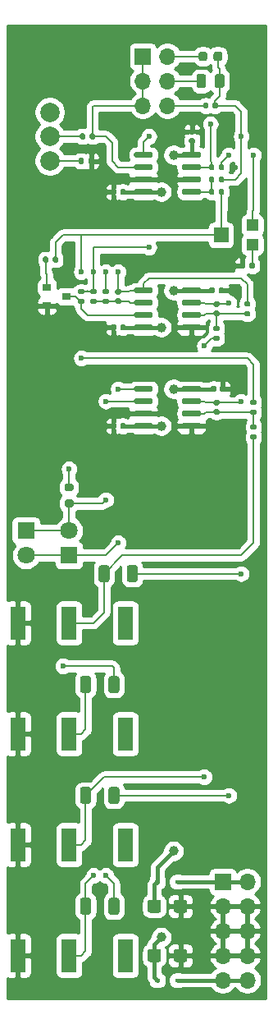
<source format=gbr>
G04 #@! TF.GenerationSoftware,KiCad,Pcbnew,(5.1.10)-1*
G04 #@! TF.CreationDate,2022-10-23T13:04:41+02:00*
G04 #@! TF.ProjectId,LFO Main,4c464f20-4d61-4696-9e2e-6b696361645f,rev?*
G04 #@! TF.SameCoordinates,Original*
G04 #@! TF.FileFunction,Copper,L1,Top*
G04 #@! TF.FilePolarity,Positive*
%FSLAX46Y46*%
G04 Gerber Fmt 4.6, Leading zero omitted, Abs format (unit mm)*
G04 Created by KiCad (PCBNEW (5.1.10)-1) date 2022-10-23 13:04:41*
%MOMM*%
%LPD*%
G01*
G04 APERTURE LIST*
G04 #@! TA.AperFunction,ComponentPad*
%ADD10O,1.700000X1.700000*%
G04 #@! TD*
G04 #@! TA.AperFunction,ComponentPad*
%ADD11R,1.700000X1.700000*%
G04 #@! TD*
G04 #@! TA.AperFunction,SMDPad,CuDef*
%ADD12R,1.500000X1.600000*%
G04 #@! TD*
G04 #@! TA.AperFunction,SMDPad,CuDef*
%ADD13R,1.200000X1.200000*%
G04 #@! TD*
G04 #@! TA.AperFunction,SMDPad,CuDef*
%ADD14R,0.900000X0.800000*%
G04 #@! TD*
G04 #@! TA.AperFunction,SMDPad,CuDef*
%ADD15R,0.600000X0.450000*%
G04 #@! TD*
G04 #@! TA.AperFunction,ComponentPad*
%ADD16R,1.600000X3.500000*%
G04 #@! TD*
G04 #@! TA.AperFunction,ComponentPad*
%ADD17C,2.000000*%
G04 #@! TD*
G04 #@! TA.AperFunction,ComponentPad*
%ADD18C,1.800000*%
G04 #@! TD*
G04 #@! TA.AperFunction,ComponentPad*
%ADD19R,1.800000X1.800000*%
G04 #@! TD*
G04 #@! TA.AperFunction,ViaPad*
%ADD20C,0.600000*%
G04 #@! TD*
G04 #@! TA.AperFunction,ViaPad*
%ADD21C,1.000000*%
G04 #@! TD*
G04 #@! TA.AperFunction,Conductor*
%ADD22C,0.203200*%
G04 #@! TD*
G04 #@! TA.AperFunction,Conductor*
%ADD23C,0.400000*%
G04 #@! TD*
G04 #@! TA.AperFunction,Conductor*
%ADD24C,0.254000*%
G04 #@! TD*
G04 #@! TA.AperFunction,Conductor*
%ADD25C,0.100000*%
G04 #@! TD*
G04 APERTURE END LIST*
D10*
G04 #@! TO.P,J6,6*
G04 #@! TO.N,Net-(C1-Pad2)*
X17145000Y-8890000D03*
G04 #@! TO.P,J6,5*
G04 #@! TO.N,Net-(J6-Pad1)*
X14605000Y-8890000D03*
G04 #@! TO.P,J6,4*
G04 #@! TO.N,Net-(C11-Pad2)*
X17145000Y-6350000D03*
G04 #@! TO.P,J6,3*
G04 #@! TO.N,Net-(J6-Pad1)*
X14605000Y-6350000D03*
G04 #@! TO.P,J6,2*
G04 #@! TO.N,Net-(C10-Pad2)*
X17145000Y-3810000D03*
D11*
G04 #@! TO.P,J6,1*
G04 #@! TO.N,Net-(J6-Pad1)*
X14605000Y-3810000D03*
G04 #@! TD*
G04 #@! TO.P,R20,2*
G04 #@! TO.N,SQR*
G04 #@! TA.AperFunction,SMDPad,CuDef*
G36*
G01*
X26220000Y-39765000D02*
X25850000Y-39765000D01*
G75*
G02*
X25715000Y-39630000I0J135000D01*
G01*
X25715000Y-39360000D01*
G75*
G02*
X25850000Y-39225000I135000J0D01*
G01*
X26220000Y-39225000D01*
G75*
G02*
X26355000Y-39360000I0J-135000D01*
G01*
X26355000Y-39630000D01*
G75*
G02*
X26220000Y-39765000I-135000J0D01*
G01*
G37*
G04 #@! TD.AperFunction*
G04 #@! TO.P,R20,1*
G04 #@! TO.N,Net-(C14-Pad2)*
G04 #@! TA.AperFunction,SMDPad,CuDef*
G36*
G01*
X26220000Y-40785000D02*
X25850000Y-40785000D01*
G75*
G02*
X25715000Y-40650000I0J135000D01*
G01*
X25715000Y-40380000D01*
G75*
G02*
X25850000Y-40245000I135000J0D01*
G01*
X26220000Y-40245000D01*
G75*
G02*
X26355000Y-40380000I0J-135000D01*
G01*
X26355000Y-40650000D01*
G75*
G02*
X26220000Y-40785000I-135000J0D01*
G01*
G37*
G04 #@! TD.AperFunction*
G04 #@! TD*
G04 #@! TO.P,R19,2*
G04 #@! TO.N,Net-(C14-Pad2)*
G04 #@! TA.AperFunction,SMDPad,CuDef*
G36*
G01*
X26220000Y-42305000D02*
X25850000Y-42305000D01*
G75*
G02*
X25715000Y-42170000I0J135000D01*
G01*
X25715000Y-41900000D01*
G75*
G02*
X25850000Y-41765000I135000J0D01*
G01*
X26220000Y-41765000D01*
G75*
G02*
X26355000Y-41900000I0J-135000D01*
G01*
X26355000Y-42170000D01*
G75*
G02*
X26220000Y-42305000I-135000J0D01*
G01*
G37*
G04 #@! TD.AperFunction*
G04 #@! TO.P,R19,1*
G04 #@! TO.N,Net-(J4-PadT)*
G04 #@! TA.AperFunction,SMDPad,CuDef*
G36*
G01*
X26220000Y-43325000D02*
X25850000Y-43325000D01*
G75*
G02*
X25715000Y-43190000I0J135000D01*
G01*
X25715000Y-42920000D01*
G75*
G02*
X25850000Y-42785000I135000J0D01*
G01*
X26220000Y-42785000D01*
G75*
G02*
X26355000Y-42920000I0J-135000D01*
G01*
X26355000Y-43190000D01*
G75*
G02*
X26220000Y-43325000I-135000J0D01*
G01*
G37*
G04 #@! TD.AperFunction*
G04 #@! TD*
G04 #@! TO.P,R14,2*
G04 #@! TO.N,Net-(C12-Pad1)*
G04 #@! TA.AperFunction,SMDPad,CuDef*
G36*
G01*
X25585000Y-29605000D02*
X25215000Y-29605000D01*
G75*
G02*
X25080000Y-29470000I0J135000D01*
G01*
X25080000Y-29200000D01*
G75*
G02*
X25215000Y-29065000I135000J0D01*
G01*
X25585000Y-29065000D01*
G75*
G02*
X25720000Y-29200000I0J-135000D01*
G01*
X25720000Y-29470000D01*
G75*
G02*
X25585000Y-29605000I-135000J0D01*
G01*
G37*
G04 #@! TD.AperFunction*
G04 #@! TO.P,R14,1*
G04 #@! TO.N,Net-(C13-Pad2)*
G04 #@! TA.AperFunction,SMDPad,CuDef*
G36*
G01*
X25585000Y-30625000D02*
X25215000Y-30625000D01*
G75*
G02*
X25080000Y-30490000I0J135000D01*
G01*
X25080000Y-30220000D01*
G75*
G02*
X25215000Y-30085000I135000J0D01*
G01*
X25585000Y-30085000D01*
G75*
G02*
X25720000Y-30220000I0J-135000D01*
G01*
X25720000Y-30490000D01*
G75*
G02*
X25585000Y-30625000I-135000J0D01*
G01*
G37*
G04 #@! TD.AperFunction*
G04 #@! TD*
G04 #@! TO.P,R13,2*
G04 #@! TO.N,Net-(C13-Pad2)*
G04 #@! TA.AperFunction,SMDPad,CuDef*
G36*
G01*
X22410000Y-32145000D02*
X22040000Y-32145000D01*
G75*
G02*
X21905000Y-32010000I0J135000D01*
G01*
X21905000Y-31740000D01*
G75*
G02*
X22040000Y-31605000I135000J0D01*
G01*
X22410000Y-31605000D01*
G75*
G02*
X22545000Y-31740000I0J-135000D01*
G01*
X22545000Y-32010000D01*
G75*
G02*
X22410000Y-32145000I-135000J0D01*
G01*
G37*
G04 #@! TD.AperFunction*
G04 #@! TO.P,R13,1*
G04 #@! TO.N,Net-(J2-PadT)*
G04 #@! TA.AperFunction,SMDPad,CuDef*
G36*
G01*
X22410000Y-33165000D02*
X22040000Y-33165000D01*
G75*
G02*
X21905000Y-33030000I0J135000D01*
G01*
X21905000Y-32760000D01*
G75*
G02*
X22040000Y-32625000I135000J0D01*
G01*
X22410000Y-32625000D01*
G75*
G02*
X22545000Y-32760000I0J-135000D01*
G01*
X22545000Y-33030000D01*
G75*
G02*
X22410000Y-33165000I-135000J0D01*
G01*
G37*
G04 #@! TD.AperFunction*
G04 #@! TD*
G04 #@! TO.P,C14,2*
G04 #@! TO.N,Net-(C14-Pad2)*
G04 #@! TA.AperFunction,SMDPad,CuDef*
G36*
G01*
X22055000Y-40205000D02*
X22395000Y-40205000D01*
G75*
G02*
X22535000Y-40345000I0J-140000D01*
G01*
X22535000Y-40625000D01*
G75*
G02*
X22395000Y-40765000I-140000J0D01*
G01*
X22055000Y-40765000D01*
G75*
G02*
X21915000Y-40625000I0J140000D01*
G01*
X21915000Y-40345000D01*
G75*
G02*
X22055000Y-40205000I140000J0D01*
G01*
G37*
G04 #@! TD.AperFunction*
G04 #@! TO.P,C14,1*
G04 #@! TO.N,Net-(C14-Pad1)*
G04 #@! TA.AperFunction,SMDPad,CuDef*
G36*
G01*
X22055000Y-39245000D02*
X22395000Y-39245000D01*
G75*
G02*
X22535000Y-39385000I0J-140000D01*
G01*
X22535000Y-39665000D01*
G75*
G02*
X22395000Y-39805000I-140000J0D01*
G01*
X22055000Y-39805000D01*
G75*
G02*
X21915000Y-39665000I0J140000D01*
G01*
X21915000Y-39385000D01*
G75*
G02*
X22055000Y-39245000I140000J0D01*
G01*
G37*
G04 #@! TD.AperFunction*
G04 #@! TD*
G04 #@! TO.P,C13,2*
G04 #@! TO.N,Net-(C13-Pad2)*
G04 #@! TA.AperFunction,SMDPad,CuDef*
G36*
G01*
X22055000Y-30045000D02*
X22395000Y-30045000D01*
G75*
G02*
X22535000Y-30185000I0J-140000D01*
G01*
X22535000Y-30465000D01*
G75*
G02*
X22395000Y-30605000I-140000J0D01*
G01*
X22055000Y-30605000D01*
G75*
G02*
X21915000Y-30465000I0J140000D01*
G01*
X21915000Y-30185000D01*
G75*
G02*
X22055000Y-30045000I140000J0D01*
G01*
G37*
G04 #@! TD.AperFunction*
G04 #@! TO.P,C13,1*
G04 #@! TO.N,Net-(C13-Pad1)*
G04 #@! TA.AperFunction,SMDPad,CuDef*
G36*
G01*
X22055000Y-29085000D02*
X22395000Y-29085000D01*
G75*
G02*
X22535000Y-29225000I0J-140000D01*
G01*
X22535000Y-29505000D01*
G75*
G02*
X22395000Y-29645000I-140000J0D01*
G01*
X22055000Y-29645000D01*
G75*
G02*
X21915000Y-29505000I0J140000D01*
G01*
X21915000Y-29225000D01*
G75*
G02*
X22055000Y-29085000I140000J0D01*
G01*
G37*
G04 #@! TD.AperFunction*
G04 #@! TD*
G04 #@! TO.P,C12,2*
G04 #@! TO.N,Net-(C12-Pad2)*
G04 #@! TA.AperFunction,SMDPad,CuDef*
G36*
G01*
X11895000Y-28775000D02*
X12235000Y-28775000D01*
G75*
G02*
X12375000Y-28915000I0J-140000D01*
G01*
X12375000Y-29195000D01*
G75*
G02*
X12235000Y-29335000I-140000J0D01*
G01*
X11895000Y-29335000D01*
G75*
G02*
X11755000Y-29195000I0J140000D01*
G01*
X11755000Y-28915000D01*
G75*
G02*
X11895000Y-28775000I140000J0D01*
G01*
G37*
G04 #@! TD.AperFunction*
G04 #@! TO.P,C12,1*
G04 #@! TO.N,Net-(C12-Pad1)*
G04 #@! TA.AperFunction,SMDPad,CuDef*
G36*
G01*
X11895000Y-27815000D02*
X12235000Y-27815000D01*
G75*
G02*
X12375000Y-27955000I0J-140000D01*
G01*
X12375000Y-28235000D01*
G75*
G02*
X12235000Y-28375000I-140000J0D01*
G01*
X11895000Y-28375000D01*
G75*
G02*
X11755000Y-28235000I0J140000D01*
G01*
X11755000Y-27955000D01*
G75*
G02*
X11895000Y-27815000I140000J0D01*
G01*
G37*
G04 #@! TD.AperFunction*
G04 #@! TD*
G04 #@! TO.P,C6,2*
G04 #@! TO.N,GND*
G04 #@! TA.AperFunction,SMDPad,CuDef*
G36*
G01*
X22425000Y-28110000D02*
X22425000Y-27770000D01*
G75*
G02*
X22565000Y-27630000I140000J0D01*
G01*
X22845000Y-27630000D01*
G75*
G02*
X22985000Y-27770000I0J-140000D01*
G01*
X22985000Y-28110000D01*
G75*
G02*
X22845000Y-28250000I-140000J0D01*
G01*
X22565000Y-28250000D01*
G75*
G02*
X22425000Y-28110000I0J140000D01*
G01*
G37*
G04 #@! TD.AperFunction*
G04 #@! TO.P,C6,1*
G04 #@! TO.N,+12V*
G04 #@! TA.AperFunction,SMDPad,CuDef*
G36*
G01*
X21465000Y-28110000D02*
X21465000Y-27770000D01*
G75*
G02*
X21605000Y-27630000I140000J0D01*
G01*
X21885000Y-27630000D01*
G75*
G02*
X22025000Y-27770000I0J-140000D01*
G01*
X22025000Y-28110000D01*
G75*
G02*
X21885000Y-28250000I-140000J0D01*
G01*
X21605000Y-28250000D01*
G75*
G02*
X21465000Y-28110000I0J140000D01*
G01*
G37*
G04 #@! TD.AperFunction*
G04 #@! TD*
G04 #@! TO.P,C3,2*
G04 #@! TO.N,-12V*
G04 #@! TA.AperFunction,SMDPad,CuDef*
G36*
G01*
X16495000Y-96094999D02*
X16495000Y-96945001D01*
G75*
G02*
X16245001Y-97195000I-249999J0D01*
G01*
X15344999Y-97195000D01*
G75*
G02*
X15095000Y-96945001I0J249999D01*
G01*
X15095000Y-96094999D01*
G75*
G02*
X15344999Y-95845000I249999J0D01*
G01*
X16245001Y-95845000D01*
G75*
G02*
X16495000Y-96094999I0J-249999D01*
G01*
G37*
G04 #@! TD.AperFunction*
G04 #@! TO.P,C3,1*
G04 #@! TO.N,GND*
G04 #@! TA.AperFunction,SMDPad,CuDef*
G36*
G01*
X19195000Y-96094999D02*
X19195000Y-96945001D01*
G75*
G02*
X18945001Y-97195000I-249999J0D01*
G01*
X18044999Y-97195000D01*
G75*
G02*
X17795000Y-96945001I0J249999D01*
G01*
X17795000Y-96094999D01*
G75*
G02*
X18044999Y-95845000I249999J0D01*
G01*
X18945001Y-95845000D01*
G75*
G02*
X19195000Y-96094999I0J-249999D01*
G01*
G37*
G04 #@! TD.AperFunction*
G04 #@! TD*
G04 #@! TO.P,C2,2*
G04 #@! TO.N,GND*
G04 #@! TA.AperFunction,SMDPad,CuDef*
G36*
G01*
X17795000Y-91865001D02*
X17795000Y-91014999D01*
G75*
G02*
X18044999Y-90765000I249999J0D01*
G01*
X18945001Y-90765000D01*
G75*
G02*
X19195000Y-91014999I0J-249999D01*
G01*
X19195000Y-91865001D01*
G75*
G02*
X18945001Y-92115000I-249999J0D01*
G01*
X18044999Y-92115000D01*
G75*
G02*
X17795000Y-91865001I0J249999D01*
G01*
G37*
G04 #@! TD.AperFunction*
G04 #@! TO.P,C2,1*
G04 #@! TO.N,+12V*
G04 #@! TA.AperFunction,SMDPad,CuDef*
G36*
G01*
X15095000Y-91865001D02*
X15095000Y-91014999D01*
G75*
G02*
X15344999Y-90765000I249999J0D01*
G01*
X16245001Y-90765000D01*
G75*
G02*
X16495000Y-91014999I0J-249999D01*
G01*
X16495000Y-91865001D01*
G75*
G02*
X16245001Y-92115000I-249999J0D01*
G01*
X15344999Y-92115000D01*
G75*
G02*
X15095000Y-91865001I0J249999D01*
G01*
G37*
G04 #@! TD.AperFunction*
G04 #@! TD*
G04 #@! TO.P,U3,8*
G04 #@! TO.N,+12V*
G04 #@! TA.AperFunction,SMDPad,CuDef*
G36*
G01*
X18645000Y-38250000D02*
X18645000Y-37950000D01*
G75*
G02*
X18795000Y-37800000I150000J0D01*
G01*
X20445000Y-37800000D01*
G75*
G02*
X20595000Y-37950000I0J-150000D01*
G01*
X20595000Y-38250000D01*
G75*
G02*
X20445000Y-38400000I-150000J0D01*
G01*
X18795000Y-38400000D01*
G75*
G02*
X18645000Y-38250000I0J150000D01*
G01*
G37*
G04 #@! TD.AperFunction*
G04 #@! TO.P,U3,7*
G04 #@! TO.N,Net-(C14-Pad1)*
G04 #@! TA.AperFunction,SMDPad,CuDef*
G36*
G01*
X18645000Y-39520000D02*
X18645000Y-39220000D01*
G75*
G02*
X18795000Y-39070000I150000J0D01*
G01*
X20445000Y-39070000D01*
G75*
G02*
X20595000Y-39220000I0J-150000D01*
G01*
X20595000Y-39520000D01*
G75*
G02*
X20445000Y-39670000I-150000J0D01*
G01*
X18795000Y-39670000D01*
G75*
G02*
X18645000Y-39520000I0J150000D01*
G01*
G37*
G04 #@! TD.AperFunction*
G04 #@! TO.P,U3,6*
G04 #@! TO.N,Net-(C14-Pad2)*
G04 #@! TA.AperFunction,SMDPad,CuDef*
G36*
G01*
X18645000Y-40790000D02*
X18645000Y-40490000D01*
G75*
G02*
X18795000Y-40340000I150000J0D01*
G01*
X20445000Y-40340000D01*
G75*
G02*
X20595000Y-40490000I0J-150000D01*
G01*
X20595000Y-40790000D01*
G75*
G02*
X20445000Y-40940000I-150000J0D01*
G01*
X18795000Y-40940000D01*
G75*
G02*
X18645000Y-40790000I0J150000D01*
G01*
G37*
G04 #@! TD.AperFunction*
G04 #@! TO.P,U3,5*
G04 #@! TO.N,GND*
G04 #@! TA.AperFunction,SMDPad,CuDef*
G36*
G01*
X18645000Y-42060000D02*
X18645000Y-41760000D01*
G75*
G02*
X18795000Y-41610000I150000J0D01*
G01*
X20445000Y-41610000D01*
G75*
G02*
X20595000Y-41760000I0J-150000D01*
G01*
X20595000Y-42060000D01*
G75*
G02*
X20445000Y-42210000I-150000J0D01*
G01*
X18795000Y-42210000D01*
G75*
G02*
X18645000Y-42060000I0J150000D01*
G01*
G37*
G04 #@! TD.AperFunction*
G04 #@! TO.P,U3,4*
G04 #@! TO.N,-12V*
G04 #@! TA.AperFunction,SMDPad,CuDef*
G36*
G01*
X13695000Y-42060000D02*
X13695000Y-41760000D01*
G75*
G02*
X13845000Y-41610000I150000J0D01*
G01*
X15495000Y-41610000D01*
G75*
G02*
X15645000Y-41760000I0J-150000D01*
G01*
X15645000Y-42060000D01*
G75*
G02*
X15495000Y-42210000I-150000J0D01*
G01*
X13845000Y-42210000D01*
G75*
G02*
X13695000Y-42060000I0J150000D01*
G01*
G37*
G04 #@! TD.AperFunction*
G04 #@! TO.P,U3,3*
G04 #@! TO.N,GND*
G04 #@! TA.AperFunction,SMDPad,CuDef*
G36*
G01*
X13695000Y-40790000D02*
X13695000Y-40490000D01*
G75*
G02*
X13845000Y-40340000I150000J0D01*
G01*
X15495000Y-40340000D01*
G75*
G02*
X15645000Y-40490000I0J-150000D01*
G01*
X15645000Y-40790000D01*
G75*
G02*
X15495000Y-40940000I-150000J0D01*
G01*
X13845000Y-40940000D01*
G75*
G02*
X13695000Y-40790000I0J150000D01*
G01*
G37*
G04 #@! TD.AperFunction*
G04 #@! TO.P,U3,2*
G04 #@! TO.N,Net-(D1-Pad2)*
G04 #@! TA.AperFunction,SMDPad,CuDef*
G36*
G01*
X13695000Y-39520000D02*
X13695000Y-39220000D01*
G75*
G02*
X13845000Y-39070000I150000J0D01*
G01*
X15495000Y-39070000D01*
G75*
G02*
X15645000Y-39220000I0J-150000D01*
G01*
X15645000Y-39520000D01*
G75*
G02*
X15495000Y-39670000I-150000J0D01*
G01*
X13845000Y-39670000D01*
G75*
G02*
X13695000Y-39520000I0J150000D01*
G01*
G37*
G04 #@! TD.AperFunction*
G04 #@! TO.P,U3,1*
G04 #@! TO.N,Net-(D1-Pad1)*
G04 #@! TA.AperFunction,SMDPad,CuDef*
G36*
G01*
X13695000Y-38250000D02*
X13695000Y-37950000D01*
G75*
G02*
X13845000Y-37800000I150000J0D01*
G01*
X15495000Y-37800000D01*
G75*
G02*
X15645000Y-37950000I0J-150000D01*
G01*
X15645000Y-38250000D01*
G75*
G02*
X15495000Y-38400000I-150000J0D01*
G01*
X13845000Y-38400000D01*
G75*
G02*
X13695000Y-38250000I0J150000D01*
G01*
G37*
G04 #@! TD.AperFunction*
G04 #@! TD*
G04 #@! TO.P,U2,8*
G04 #@! TO.N,+12V*
G04 #@! TA.AperFunction,SMDPad,CuDef*
G36*
G01*
X18645000Y-28090000D02*
X18645000Y-27790000D01*
G75*
G02*
X18795000Y-27640000I150000J0D01*
G01*
X20445000Y-27640000D01*
G75*
G02*
X20595000Y-27790000I0J-150000D01*
G01*
X20595000Y-28090000D01*
G75*
G02*
X20445000Y-28240000I-150000J0D01*
G01*
X18795000Y-28240000D01*
G75*
G02*
X18645000Y-28090000I0J150000D01*
G01*
G37*
G04 #@! TD.AperFunction*
G04 #@! TO.P,U2,7*
G04 #@! TO.N,Net-(C13-Pad1)*
G04 #@! TA.AperFunction,SMDPad,CuDef*
G36*
G01*
X18645000Y-29360000D02*
X18645000Y-29060000D01*
G75*
G02*
X18795000Y-28910000I150000J0D01*
G01*
X20445000Y-28910000D01*
G75*
G02*
X20595000Y-29060000I0J-150000D01*
G01*
X20595000Y-29360000D01*
G75*
G02*
X20445000Y-29510000I-150000J0D01*
G01*
X18795000Y-29510000D01*
G75*
G02*
X18645000Y-29360000I0J150000D01*
G01*
G37*
G04 #@! TD.AperFunction*
G04 #@! TO.P,U2,6*
G04 #@! TO.N,Net-(C13-Pad2)*
G04 #@! TA.AperFunction,SMDPad,CuDef*
G36*
G01*
X18645000Y-30630000D02*
X18645000Y-30330000D01*
G75*
G02*
X18795000Y-30180000I150000J0D01*
G01*
X20445000Y-30180000D01*
G75*
G02*
X20595000Y-30330000I0J-150000D01*
G01*
X20595000Y-30630000D01*
G75*
G02*
X20445000Y-30780000I-150000J0D01*
G01*
X18795000Y-30780000D01*
G75*
G02*
X18645000Y-30630000I0J150000D01*
G01*
G37*
G04 #@! TD.AperFunction*
G04 #@! TO.P,U2,5*
G04 #@! TO.N,GND*
G04 #@! TA.AperFunction,SMDPad,CuDef*
G36*
G01*
X18645000Y-31900000D02*
X18645000Y-31600000D01*
G75*
G02*
X18795000Y-31450000I150000J0D01*
G01*
X20445000Y-31450000D01*
G75*
G02*
X20595000Y-31600000I0J-150000D01*
G01*
X20595000Y-31900000D01*
G75*
G02*
X20445000Y-32050000I-150000J0D01*
G01*
X18795000Y-32050000D01*
G75*
G02*
X18645000Y-31900000I0J150000D01*
G01*
G37*
G04 #@! TD.AperFunction*
G04 #@! TO.P,U2,4*
G04 #@! TO.N,-12V*
G04 #@! TA.AperFunction,SMDPad,CuDef*
G36*
G01*
X13695000Y-31900000D02*
X13695000Y-31600000D01*
G75*
G02*
X13845000Y-31450000I150000J0D01*
G01*
X15495000Y-31450000D01*
G75*
G02*
X15645000Y-31600000I0J-150000D01*
G01*
X15645000Y-31900000D01*
G75*
G02*
X15495000Y-32050000I-150000J0D01*
G01*
X13845000Y-32050000D01*
G75*
G02*
X13695000Y-31900000I0J150000D01*
G01*
G37*
G04 #@! TD.AperFunction*
G04 #@! TO.P,U2,3*
G04 #@! TO.N,Net-(Q1-Pad3)*
G04 #@! TA.AperFunction,SMDPad,CuDef*
G36*
G01*
X13695000Y-30630000D02*
X13695000Y-30330000D01*
G75*
G02*
X13845000Y-30180000I150000J0D01*
G01*
X15495000Y-30180000D01*
G75*
G02*
X15645000Y-30330000I0J-150000D01*
G01*
X15645000Y-30630000D01*
G75*
G02*
X15495000Y-30780000I-150000J0D01*
G01*
X13845000Y-30780000D01*
G75*
G02*
X13695000Y-30630000I0J150000D01*
G01*
G37*
G04 #@! TD.AperFunction*
G04 #@! TO.P,U2,2*
G04 #@! TO.N,Net-(C12-Pad2)*
G04 #@! TA.AperFunction,SMDPad,CuDef*
G36*
G01*
X13695000Y-29360000D02*
X13695000Y-29060000D01*
G75*
G02*
X13845000Y-28910000I150000J0D01*
G01*
X15495000Y-28910000D01*
G75*
G02*
X15645000Y-29060000I0J-150000D01*
G01*
X15645000Y-29360000D01*
G75*
G02*
X15495000Y-29510000I-150000J0D01*
G01*
X13845000Y-29510000D01*
G75*
G02*
X13695000Y-29360000I0J150000D01*
G01*
G37*
G04 #@! TD.AperFunction*
G04 #@! TO.P,U2,1*
G04 #@! TO.N,Net-(C12-Pad1)*
G04 #@! TA.AperFunction,SMDPad,CuDef*
G36*
G01*
X13695000Y-28090000D02*
X13695000Y-27790000D01*
G75*
G02*
X13845000Y-27640000I150000J0D01*
G01*
X15495000Y-27640000D01*
G75*
G02*
X15645000Y-27790000I0J-150000D01*
G01*
X15645000Y-28090000D01*
G75*
G02*
X15495000Y-28240000I-150000J0D01*
G01*
X13845000Y-28240000D01*
G75*
G02*
X13695000Y-28090000I0J150000D01*
G01*
G37*
G04 #@! TD.AperFunction*
G04 #@! TD*
G04 #@! TO.P,U1,8*
G04 #@! TO.N,+12V*
G04 #@! TA.AperFunction,SMDPad,CuDef*
G36*
G01*
X18645000Y-14120000D02*
X18645000Y-13820000D01*
G75*
G02*
X18795000Y-13670000I150000J0D01*
G01*
X20445000Y-13670000D01*
G75*
G02*
X20595000Y-13820000I0J-150000D01*
G01*
X20595000Y-14120000D01*
G75*
G02*
X20445000Y-14270000I-150000J0D01*
G01*
X18795000Y-14270000D01*
G75*
G02*
X18645000Y-14120000I0J150000D01*
G01*
G37*
G04 #@! TD.AperFunction*
G04 #@! TO.P,U1,7*
G04 #@! TO.N,Net-(R6-Pad2)*
G04 #@! TA.AperFunction,SMDPad,CuDef*
G36*
G01*
X18645000Y-15390000D02*
X18645000Y-15090000D01*
G75*
G02*
X18795000Y-14940000I150000J0D01*
G01*
X20445000Y-14940000D01*
G75*
G02*
X20595000Y-15090000I0J-150000D01*
G01*
X20595000Y-15390000D01*
G75*
G02*
X20445000Y-15540000I-150000J0D01*
G01*
X18795000Y-15540000D01*
G75*
G02*
X18645000Y-15390000I0J150000D01*
G01*
G37*
G04 #@! TD.AperFunction*
G04 #@! TO.P,U1,6*
G04 #@! TO.N,GND*
G04 #@! TA.AperFunction,SMDPad,CuDef*
G36*
G01*
X18645000Y-16660000D02*
X18645000Y-16360000D01*
G75*
G02*
X18795000Y-16210000I150000J0D01*
G01*
X20445000Y-16210000D01*
G75*
G02*
X20595000Y-16360000I0J-150000D01*
G01*
X20595000Y-16660000D01*
G75*
G02*
X20445000Y-16810000I-150000J0D01*
G01*
X18795000Y-16810000D01*
G75*
G02*
X18645000Y-16660000I0J150000D01*
G01*
G37*
G04 #@! TD.AperFunction*
G04 #@! TO.P,U1,5*
G04 #@! TO.N,Net-(R4-Pad1)*
G04 #@! TA.AperFunction,SMDPad,CuDef*
G36*
G01*
X18645000Y-17930000D02*
X18645000Y-17630000D01*
G75*
G02*
X18795000Y-17480000I150000J0D01*
G01*
X20445000Y-17480000D01*
G75*
G02*
X20595000Y-17630000I0J-150000D01*
G01*
X20595000Y-17930000D01*
G75*
G02*
X20445000Y-18080000I-150000J0D01*
G01*
X18795000Y-18080000D01*
G75*
G02*
X18645000Y-17930000I0J150000D01*
G01*
G37*
G04 #@! TD.AperFunction*
G04 #@! TO.P,U1,4*
G04 #@! TO.N,-12V*
G04 #@! TA.AperFunction,SMDPad,CuDef*
G36*
G01*
X13695000Y-17930000D02*
X13695000Y-17630000D01*
G75*
G02*
X13845000Y-17480000I150000J0D01*
G01*
X15495000Y-17480000D01*
G75*
G02*
X15645000Y-17630000I0J-150000D01*
G01*
X15645000Y-17930000D01*
G75*
G02*
X15495000Y-18080000I-150000J0D01*
G01*
X13845000Y-18080000D01*
G75*
G02*
X13695000Y-17930000I0J150000D01*
G01*
G37*
G04 #@! TD.AperFunction*
G04 #@! TO.P,U1,3*
G04 #@! TO.N,GND*
G04 #@! TA.AperFunction,SMDPad,CuDef*
G36*
G01*
X13695000Y-16660000D02*
X13695000Y-16360000D01*
G75*
G02*
X13845000Y-16210000I150000J0D01*
G01*
X15495000Y-16210000D01*
G75*
G02*
X15645000Y-16360000I0J-150000D01*
G01*
X15645000Y-16660000D01*
G75*
G02*
X15495000Y-16810000I-150000J0D01*
G01*
X13845000Y-16810000D01*
G75*
G02*
X13695000Y-16660000I0J150000D01*
G01*
G37*
G04 #@! TD.AperFunction*
G04 #@! TO.P,U1,2*
G04 #@! TO.N,Net-(J6-Pad1)*
G04 #@! TA.AperFunction,SMDPad,CuDef*
G36*
G01*
X13695000Y-15390000D02*
X13695000Y-15090000D01*
G75*
G02*
X13845000Y-14940000I150000J0D01*
G01*
X15495000Y-14940000D01*
G75*
G02*
X15645000Y-15090000I0J-150000D01*
G01*
X15645000Y-15390000D01*
G75*
G02*
X15495000Y-15540000I-150000J0D01*
G01*
X13845000Y-15540000D01*
G75*
G02*
X13695000Y-15390000I0J150000D01*
G01*
G37*
G04 #@! TD.AperFunction*
G04 #@! TO.P,U1,1*
G04 #@! TO.N,TRI*
G04 #@! TA.AperFunction,SMDPad,CuDef*
G36*
G01*
X13695000Y-14120000D02*
X13695000Y-13820000D01*
G75*
G02*
X13845000Y-13670000I150000J0D01*
G01*
X15495000Y-13670000D01*
G75*
G02*
X15645000Y-13820000I0J-150000D01*
G01*
X15645000Y-14120000D01*
G75*
G02*
X15495000Y-14270000I-150000J0D01*
G01*
X13845000Y-14270000D01*
G75*
G02*
X13695000Y-14120000I0J150000D01*
G01*
G37*
G04 #@! TD.AperFunction*
G04 #@! TD*
D12*
G04 #@! TO.P,T1,2*
G04 #@! TO.N,SQR*
X22680000Y-22225000D03*
D13*
G04 #@! TO.P,T1,3*
G04 #@! TO.N,Net-(R6-Pad1)*
X25930000Y-21225000D03*
G04 #@! TO.P,T1,1*
G04 #@! TO.N,Net-(R7-Pad2)*
X25930000Y-23225000D03*
G04 #@! TD*
G04 #@! TO.P,R18,2*
G04 #@! TO.N,Net-(D1-Pad2)*
G04 #@! TA.AperFunction,SMDPad,CuDef*
G36*
G01*
X6710000Y-49510000D02*
X7260000Y-49510000D01*
G75*
G02*
X7460000Y-49710000I0J-200000D01*
G01*
X7460000Y-50110000D01*
G75*
G02*
X7260000Y-50310000I-200000J0D01*
G01*
X6710000Y-50310000D01*
G75*
G02*
X6510000Y-50110000I0J200000D01*
G01*
X6510000Y-49710000D01*
G75*
G02*
X6710000Y-49510000I200000J0D01*
G01*
G37*
G04 #@! TD.AperFunction*
G04 #@! TO.P,R18,1*
G04 #@! TO.N,TRI*
G04 #@! TA.AperFunction,SMDPad,CuDef*
G36*
G01*
X6710000Y-47860000D02*
X7260000Y-47860000D01*
G75*
G02*
X7460000Y-48060000I0J-200000D01*
G01*
X7460000Y-48460000D01*
G75*
G02*
X7260000Y-48660000I-200000J0D01*
G01*
X6710000Y-48660000D01*
G75*
G02*
X6510000Y-48460000I0J200000D01*
G01*
X6510000Y-48060000D01*
G75*
G02*
X6710000Y-47860000I200000J0D01*
G01*
G37*
G04 #@! TD.AperFunction*
G04 #@! TD*
G04 #@! TO.P,R17,2*
G04 #@! TO.N,Net-(C14-Pad1)*
G04 #@! TA.AperFunction,SMDPad,CuDef*
G36*
G01*
X12965000Y-57775001D02*
X12965000Y-56524999D01*
G75*
G02*
X13214999Y-56275000I249999J0D01*
G01*
X13840001Y-56275000D01*
G75*
G02*
X14090000Y-56524999I0J-249999D01*
G01*
X14090000Y-57775001D01*
G75*
G02*
X13840001Y-58025000I-249999J0D01*
G01*
X13214999Y-58025000D01*
G75*
G02*
X12965000Y-57775001I0J249999D01*
G01*
G37*
G04 #@! TD.AperFunction*
G04 #@! TO.P,R17,1*
G04 #@! TO.N,Net-(J4-PadT)*
G04 #@! TA.AperFunction,SMDPad,CuDef*
G36*
G01*
X10040000Y-57775001D02*
X10040000Y-56524999D01*
G75*
G02*
X10289999Y-56275000I249999J0D01*
G01*
X10915001Y-56275000D01*
G75*
G02*
X11165000Y-56524999I0J-249999D01*
G01*
X11165000Y-57775001D01*
G75*
G02*
X10915001Y-58025000I-249999J0D01*
G01*
X10289999Y-58025000D01*
G75*
G02*
X10040000Y-57775001I0J249999D01*
G01*
G37*
G04 #@! TD.AperFunction*
G04 #@! TD*
G04 #@! TO.P,R16,2*
G04 #@! TO.N,TRI*
G04 #@! TA.AperFunction,SMDPad,CuDef*
G36*
G01*
X11060000Y-69205001D02*
X11060000Y-67954999D01*
G75*
G02*
X11309999Y-67705000I249999J0D01*
G01*
X11935001Y-67705000D01*
G75*
G02*
X12185000Y-67954999I0J-249999D01*
G01*
X12185000Y-69205001D01*
G75*
G02*
X11935001Y-69455000I-249999J0D01*
G01*
X11309999Y-69455000D01*
G75*
G02*
X11060000Y-69205001I0J249999D01*
G01*
G37*
G04 #@! TD.AperFunction*
G04 #@! TO.P,R16,1*
G04 #@! TO.N,Net-(J3-PadT)*
G04 #@! TA.AperFunction,SMDPad,CuDef*
G36*
G01*
X8135000Y-69205001D02*
X8135000Y-67954999D01*
G75*
G02*
X8384999Y-67705000I249999J0D01*
G01*
X9010001Y-67705000D01*
G75*
G02*
X9260000Y-67954999I0J-249999D01*
G01*
X9260000Y-69205001D01*
G75*
G02*
X9010001Y-69455000I-249999J0D01*
G01*
X8384999Y-69455000D01*
G75*
G02*
X8135000Y-69205001I0J249999D01*
G01*
G37*
G04 #@! TD.AperFunction*
G04 #@! TD*
G04 #@! TO.P,R15,2*
G04 #@! TO.N,Net-(C13-Pad1)*
G04 #@! TA.AperFunction,SMDPad,CuDef*
G36*
G01*
X11060000Y-80635001D02*
X11060000Y-79384999D01*
G75*
G02*
X11309999Y-79135000I249999J0D01*
G01*
X11935001Y-79135000D01*
G75*
G02*
X12185000Y-79384999I0J-249999D01*
G01*
X12185000Y-80635001D01*
G75*
G02*
X11935001Y-80885000I-249999J0D01*
G01*
X11309999Y-80885000D01*
G75*
G02*
X11060000Y-80635001I0J249999D01*
G01*
G37*
G04 #@! TD.AperFunction*
G04 #@! TO.P,R15,1*
G04 #@! TO.N,Net-(J2-PadT)*
G04 #@! TA.AperFunction,SMDPad,CuDef*
G36*
G01*
X8135000Y-80635001D02*
X8135000Y-79384999D01*
G75*
G02*
X8384999Y-79135000I249999J0D01*
G01*
X9010001Y-79135000D01*
G75*
G02*
X9260000Y-79384999I0J-249999D01*
G01*
X9260000Y-80635001D01*
G75*
G02*
X9010001Y-80885000I-249999J0D01*
G01*
X8384999Y-80885000D01*
G75*
G02*
X8135000Y-80635001I0J249999D01*
G01*
G37*
G04 #@! TD.AperFunction*
G04 #@! TD*
G04 #@! TO.P,R12,2*
G04 #@! TO.N,Net-(C12-Pad1)*
G04 #@! TA.AperFunction,SMDPad,CuDef*
G36*
G01*
X11060000Y-92065001D02*
X11060000Y-90814999D01*
G75*
G02*
X11309999Y-90565000I249999J0D01*
G01*
X11935001Y-90565000D01*
G75*
G02*
X12185000Y-90814999I0J-249999D01*
G01*
X12185000Y-92065001D01*
G75*
G02*
X11935001Y-92315000I-249999J0D01*
G01*
X11309999Y-92315000D01*
G75*
G02*
X11060000Y-92065001I0J249999D01*
G01*
G37*
G04 #@! TD.AperFunction*
G04 #@! TO.P,R12,1*
G04 #@! TO.N,Net-(J1-PadT)*
G04 #@! TA.AperFunction,SMDPad,CuDef*
G36*
G01*
X8135000Y-92065001D02*
X8135000Y-90814999D01*
G75*
G02*
X8384999Y-90565000I249999J0D01*
G01*
X9010001Y-90565000D01*
G75*
G02*
X9260000Y-90814999I0J-249999D01*
G01*
X9260000Y-92065001D01*
G75*
G02*
X9010001Y-92315000I-249999J0D01*
G01*
X8384999Y-92315000D01*
G75*
G02*
X8135000Y-92065001I0J249999D01*
G01*
G37*
G04 #@! TD.AperFunction*
G04 #@! TD*
G04 #@! TO.P,R11,2*
G04 #@! TO.N,Net-(C12-Pad2)*
G04 #@! TA.AperFunction,SMDPad,CuDef*
G36*
G01*
X10610000Y-28815000D02*
X10980000Y-28815000D01*
G75*
G02*
X11115000Y-28950000I0J-135000D01*
G01*
X11115000Y-29220000D01*
G75*
G02*
X10980000Y-29355000I-135000J0D01*
G01*
X10610000Y-29355000D01*
G75*
G02*
X10475000Y-29220000I0J135000D01*
G01*
X10475000Y-28950000D01*
G75*
G02*
X10610000Y-28815000I135000J0D01*
G01*
G37*
G04 #@! TD.AperFunction*
G04 #@! TO.P,R11,1*
G04 #@! TO.N,Net-(J1-PadT)*
G04 #@! TA.AperFunction,SMDPad,CuDef*
G36*
G01*
X10610000Y-27795000D02*
X10980000Y-27795000D01*
G75*
G02*
X11115000Y-27930000I0J-135000D01*
G01*
X11115000Y-28200000D01*
G75*
G02*
X10980000Y-28335000I-135000J0D01*
G01*
X10610000Y-28335000D01*
G75*
G02*
X10475000Y-28200000I0J135000D01*
G01*
X10475000Y-27930000D01*
G75*
G02*
X10610000Y-27795000I135000J0D01*
G01*
G37*
G04 #@! TD.AperFunction*
G04 #@! TD*
G04 #@! TO.P,R10,2*
G04 #@! TO.N,TRI*
G04 #@! TA.AperFunction,SMDPad,CuDef*
G36*
G01*
X8440000Y-28335000D02*
X8070000Y-28335000D01*
G75*
G02*
X7935000Y-28200000I0J135000D01*
G01*
X7935000Y-27930000D01*
G75*
G02*
X8070000Y-27795000I135000J0D01*
G01*
X8440000Y-27795000D01*
G75*
G02*
X8575000Y-27930000I0J-135000D01*
G01*
X8575000Y-28200000D01*
G75*
G02*
X8440000Y-28335000I-135000J0D01*
G01*
G37*
G04 #@! TD.AperFunction*
G04 #@! TO.P,R10,1*
G04 #@! TO.N,Net-(Q1-Pad3)*
G04 #@! TA.AperFunction,SMDPad,CuDef*
G36*
G01*
X8440000Y-29355000D02*
X8070000Y-29355000D01*
G75*
G02*
X7935000Y-29220000I0J135000D01*
G01*
X7935000Y-28950000D01*
G75*
G02*
X8070000Y-28815000I135000J0D01*
G01*
X8440000Y-28815000D01*
G75*
G02*
X8575000Y-28950000I0J-135000D01*
G01*
X8575000Y-29220000D01*
G75*
G02*
X8440000Y-29355000I-135000J0D01*
G01*
G37*
G04 #@! TD.AperFunction*
G04 #@! TD*
G04 #@! TO.P,R9,2*
G04 #@! TO.N,TRI*
G04 #@! TA.AperFunction,SMDPad,CuDef*
G36*
G01*
X9710000Y-28335000D02*
X9340000Y-28335000D01*
G75*
G02*
X9205000Y-28200000I0J135000D01*
G01*
X9205000Y-27930000D01*
G75*
G02*
X9340000Y-27795000I135000J0D01*
G01*
X9710000Y-27795000D01*
G75*
G02*
X9845000Y-27930000I0J-135000D01*
G01*
X9845000Y-28200000D01*
G75*
G02*
X9710000Y-28335000I-135000J0D01*
G01*
G37*
G04 #@! TD.AperFunction*
G04 #@! TO.P,R9,1*
G04 #@! TO.N,Net-(C12-Pad2)*
G04 #@! TA.AperFunction,SMDPad,CuDef*
G36*
G01*
X9710000Y-29355000D02*
X9340000Y-29355000D01*
G75*
G02*
X9205000Y-29220000I0J135000D01*
G01*
X9205000Y-28950000D01*
G75*
G02*
X9340000Y-28815000I135000J0D01*
G01*
X9710000Y-28815000D01*
G75*
G02*
X9845000Y-28950000I0J-135000D01*
G01*
X9845000Y-29220000D01*
G75*
G02*
X9710000Y-29355000I-135000J0D01*
G01*
G37*
G04 #@! TD.AperFunction*
G04 #@! TD*
G04 #@! TO.P,R8,2*
G04 #@! TO.N,SQR*
G04 #@! TA.AperFunction,SMDPad,CuDef*
G36*
G01*
X5320000Y-24950000D02*
X5320000Y-24580000D01*
G75*
G02*
X5455000Y-24445000I135000J0D01*
G01*
X5725000Y-24445000D01*
G75*
G02*
X5860000Y-24580000I0J-135000D01*
G01*
X5860000Y-24950000D01*
G75*
G02*
X5725000Y-25085000I-135000J0D01*
G01*
X5455000Y-25085000D01*
G75*
G02*
X5320000Y-24950000I0J135000D01*
G01*
G37*
G04 #@! TD.AperFunction*
G04 #@! TO.P,R8,1*
G04 #@! TO.N,Net-(Q1-Pad1)*
G04 #@! TA.AperFunction,SMDPad,CuDef*
G36*
G01*
X4300000Y-24950000D02*
X4300000Y-24580000D01*
G75*
G02*
X4435000Y-24445000I135000J0D01*
G01*
X4705000Y-24445000D01*
G75*
G02*
X4840000Y-24580000I0J-135000D01*
G01*
X4840000Y-24950000D01*
G75*
G02*
X4705000Y-25085000I-135000J0D01*
G01*
X4435000Y-25085000D01*
G75*
G02*
X4300000Y-24950000I0J135000D01*
G01*
G37*
G04 #@! TD.AperFunction*
G04 #@! TD*
G04 #@! TO.P,R7,2*
G04 #@! TO.N,Net-(R7-Pad2)*
G04 #@! TA.AperFunction,SMDPad,CuDef*
G36*
G01*
X25640000Y-25585000D02*
X25640000Y-25215000D01*
G75*
G02*
X25775000Y-25080000I135000J0D01*
G01*
X26045000Y-25080000D01*
G75*
G02*
X26180000Y-25215000I0J-135000D01*
G01*
X26180000Y-25585000D01*
G75*
G02*
X26045000Y-25720000I-135000J0D01*
G01*
X25775000Y-25720000D01*
G75*
G02*
X25640000Y-25585000I0J135000D01*
G01*
G37*
G04 #@! TD.AperFunction*
G04 #@! TO.P,R7,1*
G04 #@! TO.N,GND*
G04 #@! TA.AperFunction,SMDPad,CuDef*
G36*
G01*
X24620000Y-25585000D02*
X24620000Y-25215000D01*
G75*
G02*
X24755000Y-25080000I135000J0D01*
G01*
X25025000Y-25080000D01*
G75*
G02*
X25160000Y-25215000I0J-135000D01*
G01*
X25160000Y-25585000D01*
G75*
G02*
X25025000Y-25720000I-135000J0D01*
G01*
X24755000Y-25720000D01*
G75*
G02*
X24620000Y-25585000I0J135000D01*
G01*
G37*
G04 #@! TD.AperFunction*
G04 #@! TD*
G04 #@! TO.P,R6,2*
G04 #@! TO.N,Net-(R6-Pad2)*
G04 #@! TA.AperFunction,SMDPad,CuDef*
G36*
G01*
X21985000Y-15055000D02*
X21985000Y-15425000D01*
G75*
G02*
X21850000Y-15560000I-135000J0D01*
G01*
X21580000Y-15560000D01*
G75*
G02*
X21445000Y-15425000I0J135000D01*
G01*
X21445000Y-15055000D01*
G75*
G02*
X21580000Y-14920000I135000J0D01*
G01*
X21850000Y-14920000D01*
G75*
G02*
X21985000Y-15055000I0J-135000D01*
G01*
G37*
G04 #@! TD.AperFunction*
G04 #@! TO.P,R6,1*
G04 #@! TO.N,Net-(R6-Pad1)*
G04 #@! TA.AperFunction,SMDPad,CuDef*
G36*
G01*
X23005000Y-15055000D02*
X23005000Y-15425000D01*
G75*
G02*
X22870000Y-15560000I-135000J0D01*
G01*
X22600000Y-15560000D01*
G75*
G02*
X22465000Y-15425000I0J135000D01*
G01*
X22465000Y-15055000D01*
G75*
G02*
X22600000Y-14920000I135000J0D01*
G01*
X22870000Y-14920000D01*
G75*
G02*
X23005000Y-15055000I0J-135000D01*
G01*
G37*
G04 #@! TD.AperFunction*
G04 #@! TD*
G04 #@! TO.P,R5,2*
G04 #@! TO.N,Net-(R4-Pad1)*
G04 #@! TA.AperFunction,SMDPad,CuDef*
G36*
G01*
X21985000Y-17595000D02*
X21985000Y-17965000D01*
G75*
G02*
X21850000Y-18100000I-135000J0D01*
G01*
X21580000Y-18100000D01*
G75*
G02*
X21445000Y-17965000I0J135000D01*
G01*
X21445000Y-17595000D01*
G75*
G02*
X21580000Y-17460000I135000J0D01*
G01*
X21850000Y-17460000D01*
G75*
G02*
X21985000Y-17595000I0J-135000D01*
G01*
G37*
G04 #@! TD.AperFunction*
G04 #@! TO.P,R5,1*
G04 #@! TO.N,SQR*
G04 #@! TA.AperFunction,SMDPad,CuDef*
G36*
G01*
X23005000Y-17595000D02*
X23005000Y-17965000D01*
G75*
G02*
X22870000Y-18100000I-135000J0D01*
G01*
X22600000Y-18100000D01*
G75*
G02*
X22465000Y-17965000I0J135000D01*
G01*
X22465000Y-17595000D01*
G75*
G02*
X22600000Y-17460000I135000J0D01*
G01*
X22870000Y-17460000D01*
G75*
G02*
X23005000Y-17595000I0J-135000D01*
G01*
G37*
G04 #@! TD.AperFunction*
G04 #@! TD*
G04 #@! TO.P,R4,2*
G04 #@! TO.N,TRI*
G04 #@! TA.AperFunction,SMDPad,CuDef*
G36*
G01*
X22465000Y-16695000D02*
X22465000Y-16325000D01*
G75*
G02*
X22600000Y-16190000I135000J0D01*
G01*
X22870000Y-16190000D01*
G75*
G02*
X23005000Y-16325000I0J-135000D01*
G01*
X23005000Y-16695000D01*
G75*
G02*
X22870000Y-16830000I-135000J0D01*
G01*
X22600000Y-16830000D01*
G75*
G02*
X22465000Y-16695000I0J135000D01*
G01*
G37*
G04 #@! TD.AperFunction*
G04 #@! TO.P,R4,1*
G04 #@! TO.N,Net-(R4-Pad1)*
G04 #@! TA.AperFunction,SMDPad,CuDef*
G36*
G01*
X21445000Y-16695000D02*
X21445000Y-16325000D01*
G75*
G02*
X21580000Y-16190000I135000J0D01*
G01*
X21850000Y-16190000D01*
G75*
G02*
X21985000Y-16325000I0J-135000D01*
G01*
X21985000Y-16695000D01*
G75*
G02*
X21850000Y-16830000I-135000J0D01*
G01*
X21580000Y-16830000D01*
G75*
G02*
X21445000Y-16695000I0J135000D01*
G01*
G37*
G04 #@! TD.AperFunction*
G04 #@! TD*
G04 #@! TO.P,R2,2*
G04 #@! TO.N,Net-(R2-Pad2)*
G04 #@! TA.AperFunction,SMDPad,CuDef*
G36*
G01*
X8650000Y-11880000D02*
X8650000Y-12250000D01*
G75*
G02*
X8515000Y-12385000I-135000J0D01*
G01*
X8245000Y-12385000D01*
G75*
G02*
X8110000Y-12250000I0J135000D01*
G01*
X8110000Y-11880000D01*
G75*
G02*
X8245000Y-11745000I135000J0D01*
G01*
X8515000Y-11745000D01*
G75*
G02*
X8650000Y-11880000I0J-135000D01*
G01*
G37*
G04 #@! TD.AperFunction*
G04 #@! TO.P,R2,1*
G04 #@! TO.N,Net-(J6-Pad1)*
G04 #@! TA.AperFunction,SMDPad,CuDef*
G36*
G01*
X9670000Y-11880000D02*
X9670000Y-12250000D01*
G75*
G02*
X9535000Y-12385000I-135000J0D01*
G01*
X9265000Y-12385000D01*
G75*
G02*
X9130000Y-12250000I0J135000D01*
G01*
X9130000Y-11880000D01*
G75*
G02*
X9265000Y-11745000I135000J0D01*
G01*
X9535000Y-11745000D01*
G75*
G02*
X9670000Y-11880000I0J-135000D01*
G01*
G37*
G04 #@! TD.AperFunction*
G04 #@! TD*
G04 #@! TO.P,R1,2*
G04 #@! TO.N,Net-(R1-Pad2)*
G04 #@! TA.AperFunction,SMDPad,CuDef*
G36*
G01*
X8525000Y-14420000D02*
X8525000Y-14790000D01*
G75*
G02*
X8390000Y-14925000I-135000J0D01*
G01*
X8120000Y-14925000D01*
G75*
G02*
X7985000Y-14790000I0J135000D01*
G01*
X7985000Y-14420000D01*
G75*
G02*
X8120000Y-14285000I135000J0D01*
G01*
X8390000Y-14285000D01*
G75*
G02*
X8525000Y-14420000I0J-135000D01*
G01*
G37*
G04 #@! TD.AperFunction*
G04 #@! TO.P,R1,1*
G04 #@! TO.N,GND*
G04 #@! TA.AperFunction,SMDPad,CuDef*
G36*
G01*
X9545000Y-14420000D02*
X9545000Y-14790000D01*
G75*
G02*
X9410000Y-14925000I-135000J0D01*
G01*
X9140000Y-14925000D01*
G75*
G02*
X9005000Y-14790000I0J135000D01*
G01*
X9005000Y-14420000D01*
G75*
G02*
X9140000Y-14285000I135000J0D01*
G01*
X9410000Y-14285000D01*
G75*
G02*
X9545000Y-14420000I0J-135000D01*
G01*
G37*
G04 #@! TD.AperFunction*
G04 #@! TD*
D14*
G04 #@! TO.P,Q1,3*
G04 #@! TO.N,Net-(Q1-Pad3)*
X6715000Y-28575000D03*
G04 #@! TO.P,Q1,2*
G04 #@! TO.N,GND*
X4715000Y-29525000D03*
G04 #@! TO.P,Q1,1*
G04 #@! TO.N,Net-(Q1-Pad1)*
X4715000Y-27625000D03*
G04 #@! TD*
D15*
G04 #@! TO.P,D4,2*
G04 #@! TO.N,-12V*
X16095000Y-99060000D03*
G04 #@! TO.P,D4,1*
G04 #@! TO.N,-12VA*
X18195000Y-99060000D03*
G04 #@! TD*
G04 #@! TO.P,D3,2*
G04 #@! TO.N,+12VA*
X18195000Y-88900000D03*
G04 #@! TO.P,D3,1*
G04 #@! TO.N,+12V*
X16095000Y-88900000D03*
G04 #@! TD*
G04 #@! TO.P,C11,2*
G04 #@! TO.N,Net-(C11-Pad2)*
G04 #@! TA.AperFunction,SMDPad,CuDef*
G36*
G01*
X21140000Y-5875000D02*
X21140000Y-6825000D01*
G75*
G02*
X20890000Y-7075000I-250000J0D01*
G01*
X20390000Y-7075000D01*
G75*
G02*
X20140000Y-6825000I0J250000D01*
G01*
X20140000Y-5875000D01*
G75*
G02*
X20390000Y-5625000I250000J0D01*
G01*
X20890000Y-5625000D01*
G75*
G02*
X21140000Y-5875000I0J-250000D01*
G01*
G37*
G04 #@! TD.AperFunction*
G04 #@! TO.P,C11,1*
G04 #@! TO.N,TRI*
G04 #@! TA.AperFunction,SMDPad,CuDef*
G36*
G01*
X23040000Y-5875000D02*
X23040000Y-6825000D01*
G75*
G02*
X22790000Y-7075000I-250000J0D01*
G01*
X22290000Y-7075000D01*
G75*
G02*
X22040000Y-6825000I0J250000D01*
G01*
X22040000Y-5875000D01*
G75*
G02*
X22290000Y-5625000I250000J0D01*
G01*
X22790000Y-5625000D01*
G75*
G02*
X23040000Y-5875000I0J-250000D01*
G01*
G37*
G04 #@! TD.AperFunction*
G04 #@! TD*
G04 #@! TO.P,C10,2*
G04 #@! TO.N,Net-(C10-Pad2)*
G04 #@! TA.AperFunction,SMDPad,CuDef*
G36*
G01*
X21265000Y-3560000D02*
X21265000Y-4060000D01*
G75*
G02*
X21040000Y-4285000I-225000J0D01*
G01*
X20590000Y-4285000D01*
G75*
G02*
X20365000Y-4060000I0J225000D01*
G01*
X20365000Y-3560000D01*
G75*
G02*
X20590000Y-3335000I225000J0D01*
G01*
X21040000Y-3335000D01*
G75*
G02*
X21265000Y-3560000I0J-225000D01*
G01*
G37*
G04 #@! TD.AperFunction*
G04 #@! TO.P,C10,1*
G04 #@! TO.N,TRI*
G04 #@! TA.AperFunction,SMDPad,CuDef*
G36*
G01*
X22815000Y-3560000D02*
X22815000Y-4060000D01*
G75*
G02*
X22590000Y-4285000I-225000J0D01*
G01*
X22140000Y-4285000D01*
G75*
G02*
X21915000Y-4060000I0J225000D01*
G01*
X21915000Y-3560000D01*
G75*
G02*
X22140000Y-3335000I225000J0D01*
G01*
X22590000Y-3335000D01*
G75*
G02*
X22815000Y-3560000I0J-225000D01*
G01*
G37*
G04 #@! TD.AperFunction*
G04 #@! TD*
G04 #@! TO.P,C9,2*
G04 #@! TO.N,-12V*
G04 #@! TA.AperFunction,SMDPad,CuDef*
G36*
G01*
X12265000Y-42080000D02*
X12265000Y-41740000D01*
G75*
G02*
X12405000Y-41600000I140000J0D01*
G01*
X12685000Y-41600000D01*
G75*
G02*
X12825000Y-41740000I0J-140000D01*
G01*
X12825000Y-42080000D01*
G75*
G02*
X12685000Y-42220000I-140000J0D01*
G01*
X12405000Y-42220000D01*
G75*
G02*
X12265000Y-42080000I0J140000D01*
G01*
G37*
G04 #@! TD.AperFunction*
G04 #@! TO.P,C9,1*
G04 #@! TO.N,GND*
G04 #@! TA.AperFunction,SMDPad,CuDef*
G36*
G01*
X11305000Y-42080000D02*
X11305000Y-41740000D01*
G75*
G02*
X11445000Y-41600000I140000J0D01*
G01*
X11725000Y-41600000D01*
G75*
G02*
X11865000Y-41740000I0J-140000D01*
G01*
X11865000Y-42080000D01*
G75*
G02*
X11725000Y-42220000I-140000J0D01*
G01*
X11445000Y-42220000D01*
G75*
G02*
X11305000Y-42080000I0J140000D01*
G01*
G37*
G04 #@! TD.AperFunction*
G04 #@! TD*
G04 #@! TO.P,C8,2*
G04 #@! TO.N,GND*
G04 #@! TA.AperFunction,SMDPad,CuDef*
G36*
G01*
X22580000Y-38270000D02*
X22580000Y-37930000D01*
G75*
G02*
X22720000Y-37790000I140000J0D01*
G01*
X23000000Y-37790000D01*
G75*
G02*
X23140000Y-37930000I0J-140000D01*
G01*
X23140000Y-38270000D01*
G75*
G02*
X23000000Y-38410000I-140000J0D01*
G01*
X22720000Y-38410000D01*
G75*
G02*
X22580000Y-38270000I0J140000D01*
G01*
G37*
G04 #@! TD.AperFunction*
G04 #@! TO.P,C8,1*
G04 #@! TO.N,+12V*
G04 #@! TA.AperFunction,SMDPad,CuDef*
G36*
G01*
X21620000Y-38270000D02*
X21620000Y-37930000D01*
G75*
G02*
X21760000Y-37790000I140000J0D01*
G01*
X22040000Y-37790000D01*
G75*
G02*
X22180000Y-37930000I0J-140000D01*
G01*
X22180000Y-38270000D01*
G75*
G02*
X22040000Y-38410000I-140000J0D01*
G01*
X21760000Y-38410000D01*
G75*
G02*
X21620000Y-38270000I0J140000D01*
G01*
G37*
G04 #@! TD.AperFunction*
G04 #@! TD*
G04 #@! TO.P,C7,2*
G04 #@! TO.N,-12V*
G04 #@! TA.AperFunction,SMDPad,CuDef*
G36*
G01*
X12265000Y-31920000D02*
X12265000Y-31580000D01*
G75*
G02*
X12405000Y-31440000I140000J0D01*
G01*
X12685000Y-31440000D01*
G75*
G02*
X12825000Y-31580000I0J-140000D01*
G01*
X12825000Y-31920000D01*
G75*
G02*
X12685000Y-32060000I-140000J0D01*
G01*
X12405000Y-32060000D01*
G75*
G02*
X12265000Y-31920000I0J140000D01*
G01*
G37*
G04 #@! TD.AperFunction*
G04 #@! TO.P,C7,1*
G04 #@! TO.N,GND*
G04 #@! TA.AperFunction,SMDPad,CuDef*
G36*
G01*
X11305000Y-31920000D02*
X11305000Y-31580000D01*
G75*
G02*
X11445000Y-31440000I140000J0D01*
G01*
X11725000Y-31440000D01*
G75*
G02*
X11865000Y-31580000I0J-140000D01*
G01*
X11865000Y-31920000D01*
G75*
G02*
X11725000Y-32060000I-140000J0D01*
G01*
X11445000Y-32060000D01*
G75*
G02*
X11305000Y-31920000I0J140000D01*
G01*
G37*
G04 #@! TD.AperFunction*
G04 #@! TD*
G04 #@! TO.P,C5,2*
G04 #@! TO.N,-12V*
G04 #@! TA.AperFunction,SMDPad,CuDef*
G36*
G01*
X12265000Y-17950000D02*
X12265000Y-17610000D01*
G75*
G02*
X12405000Y-17470000I140000J0D01*
G01*
X12685000Y-17470000D01*
G75*
G02*
X12825000Y-17610000I0J-140000D01*
G01*
X12825000Y-17950000D01*
G75*
G02*
X12685000Y-18090000I-140000J0D01*
G01*
X12405000Y-18090000D01*
G75*
G02*
X12265000Y-17950000I0J140000D01*
G01*
G37*
G04 #@! TD.AperFunction*
G04 #@! TO.P,C5,1*
G04 #@! TO.N,GND*
G04 #@! TA.AperFunction,SMDPad,CuDef*
G36*
G01*
X11305000Y-17950000D02*
X11305000Y-17610000D01*
G75*
G02*
X11445000Y-17470000I140000J0D01*
G01*
X11725000Y-17470000D01*
G75*
G02*
X11865000Y-17610000I0J-140000D01*
G01*
X11865000Y-17950000D01*
G75*
G02*
X11725000Y-18090000I-140000J0D01*
G01*
X11445000Y-18090000D01*
G75*
G02*
X11305000Y-17950000I0J140000D01*
G01*
G37*
G04 #@! TD.AperFunction*
G04 #@! TD*
G04 #@! TO.P,C4,2*
G04 #@! TO.N,GND*
G04 #@! TA.AperFunction,SMDPad,CuDef*
G36*
G01*
X19855000Y-11865000D02*
X19515000Y-11865000D01*
G75*
G02*
X19375000Y-11725000I0J140000D01*
G01*
X19375000Y-11445000D01*
G75*
G02*
X19515000Y-11305000I140000J0D01*
G01*
X19855000Y-11305000D01*
G75*
G02*
X19995000Y-11445000I0J-140000D01*
G01*
X19995000Y-11725000D01*
G75*
G02*
X19855000Y-11865000I-140000J0D01*
G01*
G37*
G04 #@! TD.AperFunction*
G04 #@! TO.P,C4,1*
G04 #@! TO.N,+12V*
G04 #@! TA.AperFunction,SMDPad,CuDef*
G36*
G01*
X19855000Y-12825000D02*
X19515000Y-12825000D01*
G75*
G02*
X19375000Y-12685000I0J140000D01*
G01*
X19375000Y-12405000D01*
G75*
G02*
X19515000Y-12265000I140000J0D01*
G01*
X19855000Y-12265000D01*
G75*
G02*
X19995000Y-12405000I0J-140000D01*
G01*
X19995000Y-12685000D01*
G75*
G02*
X19855000Y-12825000I-140000J0D01*
G01*
G37*
G04 #@! TD.AperFunction*
G04 #@! TD*
G04 #@! TO.P,C1,2*
G04 #@! TO.N,Net-(C1-Pad2)*
G04 #@! TA.AperFunction,SMDPad,CuDef*
G36*
G01*
X21390000Y-8720000D02*
X21390000Y-9060000D01*
G75*
G02*
X21250000Y-9200000I-140000J0D01*
G01*
X20970000Y-9200000D01*
G75*
G02*
X20830000Y-9060000I0J140000D01*
G01*
X20830000Y-8720000D01*
G75*
G02*
X20970000Y-8580000I140000J0D01*
G01*
X21250000Y-8580000D01*
G75*
G02*
X21390000Y-8720000I0J-140000D01*
G01*
G37*
G04 #@! TD.AperFunction*
G04 #@! TO.P,C1,1*
G04 #@! TO.N,TRI*
G04 #@! TA.AperFunction,SMDPad,CuDef*
G36*
G01*
X22350000Y-8720000D02*
X22350000Y-9060000D01*
G75*
G02*
X22210000Y-9200000I-140000J0D01*
G01*
X21930000Y-9200000D01*
G75*
G02*
X21790000Y-9060000I0J140000D01*
G01*
X21790000Y-8720000D01*
G75*
G02*
X21930000Y-8580000I140000J0D01*
G01*
X22210000Y-8580000D01*
G75*
G02*
X22350000Y-8720000I0J-140000D01*
G01*
G37*
G04 #@! TD.AperFunction*
G04 #@! TD*
D16*
G04 #@! TO.P,J4,TN*
G04 #@! TO.N,N/C*
X12800000Y-62230000D03*
G04 #@! TO.P,J4,T*
G04 #@! TO.N,Net-(J4-PadT)*
X7000000Y-62230000D03*
G04 #@! TO.P,J4,S*
G04 #@! TO.N,GND*
X1700000Y-62230000D03*
G04 #@! TD*
G04 #@! TO.P,J3,TN*
G04 #@! TO.N,N/C*
X12800000Y-73660000D03*
G04 #@! TO.P,J3,T*
G04 #@! TO.N,Net-(J3-PadT)*
X7000000Y-73660000D03*
G04 #@! TO.P,J3,S*
G04 #@! TO.N,GND*
X1700000Y-73660000D03*
G04 #@! TD*
G04 #@! TO.P,J2,TN*
G04 #@! TO.N,N/C*
X12800000Y-85090000D03*
G04 #@! TO.P,J2,T*
G04 #@! TO.N,Net-(J2-PadT)*
X7000000Y-85090000D03*
G04 #@! TO.P,J2,S*
G04 #@! TO.N,GND*
X1700000Y-85090000D03*
G04 #@! TD*
G04 #@! TO.P,J1,TN*
G04 #@! TO.N,N/C*
X12800000Y-96520000D03*
G04 #@! TO.P,J1,T*
G04 #@! TO.N,Net-(J1-PadT)*
X7000000Y-96520000D03*
G04 #@! TO.P,J1,S*
G04 #@! TO.N,GND*
X1700000Y-96520000D03*
G04 #@! TD*
D10*
G04 #@! TO.P,J5,-12V*
G04 #@! TO.N,-12VA*
X25400000Y-99060000D03*
X22860000Y-99060000D03*
G04 #@! TO.P,J5,GND*
G04 #@! TO.N,GND*
X25400000Y-96520000D03*
X22860000Y-96520000D03*
X25400000Y-93980000D03*
X22860000Y-93980000D03*
X25400000Y-91440000D03*
X22860000Y-91440000D03*
G04 #@! TO.P,J5,+12V*
G04 #@! TO.N,+12VA*
X25400000Y-88900000D03*
D11*
X22860000Y-88900000D03*
G04 #@! TD*
D17*
G04 #@! TO.P,RV1,CW*
G04 #@! TO.N,Net-(R1-Pad2)*
X5000000Y-14565000D03*
G04 #@! TO.P,RV1,W*
G04 #@! TO.N,Net-(R2-Pad2)*
X5000000Y-12065000D03*
G04 #@! TO.P,RV1,CCW*
G04 #@! TO.N,Net-(R6-Pad2)*
X5000000Y-9565000D03*
G04 #@! TD*
D18*
G04 #@! TO.P,D2,2*
G04 #@! TO.N,Net-(D1-Pad1)*
X2540000Y-55245000D03*
D19*
G04 #@! TO.P,D2,1*
G04 #@! TO.N,Net-(D1-Pad2)*
X2540000Y-52705000D03*
G04 #@! TD*
D18*
G04 #@! TO.P,D1,2*
G04 #@! TO.N,Net-(D1-Pad2)*
X6985000Y-52705000D03*
D19*
G04 #@! TO.P,D1,1*
G04 #@! TO.N,Net-(D1-Pad1)*
X6985000Y-55245000D03*
G04 #@! TD*
D20*
G04 #@! TO.N,TRI*
X15240000Y-12065000D03*
X24765000Y-12065000D03*
X15240000Y-23495000D03*
X9525000Y-26035000D03*
X6985000Y-46355000D03*
X6350000Y-66675000D03*
G04 #@! TO.N,GND*
X19050000Y-7620000D03*
X19050000Y-5080000D03*
X24130000Y-15240000D03*
X6985000Y-23495000D03*
X24130000Y-27940000D03*
X22225000Y-36830000D03*
X23495000Y-25400000D03*
D21*
G04 #@! TO.N,+12V*
X17780000Y-13970000D03*
X17780000Y-27940000D03*
X17780000Y-38100000D03*
X17780000Y-85725000D03*
G04 #@! TO.N,-12V*
X16510000Y-17780000D03*
X16510000Y-41910000D03*
X16510000Y-31750000D03*
X16510000Y-94615000D03*
D20*
G04 #@! TO.N,Net-(D1-Pad2)*
X10795000Y-39370000D03*
X10795000Y-49530000D03*
G04 #@! TO.N,Net-(D1-Pad1)*
X12065000Y-38100000D03*
X12065000Y-53975000D03*
G04 #@! TO.N,Net-(J1-PadT)*
X10795000Y-26035000D03*
X9525000Y-88265000D03*
G04 #@! TO.N,Net-(J2-PadT)*
X20955000Y-33655000D03*
X20955000Y-78105000D03*
G04 #@! TO.N,SQR*
X8255000Y-26035000D03*
X8255000Y-34925000D03*
G04 #@! TO.N,Net-(R6-Pad2)*
X21590000Y-10795000D03*
G04 #@! TO.N,Net-(R6-Pad1)*
X23495000Y-13970000D03*
X26035000Y-13970000D03*
G04 #@! TO.N,Net-(C12-Pad1)*
X12065000Y-26035000D03*
X10795000Y-88265000D03*
G04 #@! TO.N,Net-(C13-Pad1)*
X23495000Y-29210000D03*
X23495000Y-80010000D03*
G04 #@! TO.N,Net-(C14-Pad1)*
X24765000Y-39370000D03*
X24765000Y-57150000D03*
G04 #@! TD*
D22*
G04 #@! TO.N,Net-(C1-Pad2)*
X17145000Y-8890000D02*
X21110000Y-8890000D01*
G04 #@! TO.N,TRI*
X22365000Y-3810000D02*
X22365000Y-4940000D01*
X22540000Y-5115000D02*
X22365000Y-4940000D01*
X22540000Y-6350000D02*
X22540000Y-5115000D01*
X22540000Y-6350000D02*
X22540000Y-7940000D01*
X22070000Y-8410000D02*
X22540000Y-7940000D01*
X22070000Y-8890000D02*
X22070000Y-8410000D01*
X14670000Y-13970000D02*
X14670000Y-12635000D01*
X14670000Y-12635000D02*
X15240000Y-12065000D01*
X24765000Y-12065000D02*
X24765000Y-9525000D01*
X24130000Y-8890000D02*
X22070000Y-8890000D01*
X24765000Y-9525000D02*
X24130000Y-8890000D01*
X24765000Y-12065000D02*
X24765000Y-15875000D01*
X24130000Y-16510000D02*
X22735000Y-16510000D01*
X24765000Y-15875000D02*
X24130000Y-16510000D01*
X15240000Y-23495000D02*
X9525000Y-23495000D01*
X8890000Y-27940000D02*
X8765000Y-28065000D01*
X8765000Y-28065000D02*
X9525000Y-28065000D01*
X8255000Y-28065000D02*
X8765000Y-28065000D01*
X9525000Y-23495000D02*
X9525000Y-26035000D01*
X9525000Y-26035000D02*
X9525000Y-28065000D01*
X6985000Y-48260000D02*
X6985000Y-46355000D01*
X6985000Y-46355000D02*
X6985000Y-46355000D01*
X11622500Y-66843858D02*
X11622500Y-68580000D01*
X11453642Y-66675000D02*
X11622500Y-66843858D01*
X6350000Y-66675000D02*
X11453642Y-66675000D01*
D23*
G04 #@! TO.N,+12V*
X19620000Y-13970000D02*
X17780000Y-13970000D01*
X17780000Y-13970000D02*
X17780000Y-13970000D01*
X17780000Y-27940000D02*
X19620000Y-27940000D01*
X19620000Y-27940000D02*
X21745000Y-27940000D01*
X19620000Y-38100000D02*
X17780000Y-38100000D01*
X19620000Y-38100000D02*
X21900000Y-38100000D01*
X19685000Y-13905000D02*
X19620000Y-13970000D01*
X19685000Y-12545000D02*
X19685000Y-13905000D01*
X15795000Y-89200000D02*
X16095000Y-88900000D01*
X15795000Y-91440000D02*
X15795000Y-89200000D01*
X16095000Y-87410000D02*
X17780000Y-85725000D01*
X16095000Y-88900000D02*
X16095000Y-87410000D01*
X17780000Y-85725000D02*
X17780000Y-85725000D01*
G04 #@! TO.N,-12V*
X12545000Y-17780000D02*
X14670000Y-17780000D01*
X14670000Y-17780000D02*
X16510000Y-17780000D01*
X16510000Y-17780000D02*
X16510000Y-17780000D01*
X12545000Y-31750000D02*
X14670000Y-31750000D01*
X14670000Y-31750000D02*
X16510000Y-31750000D01*
X14670000Y-41910000D02*
X16510000Y-41910000D01*
X12545000Y-41910000D02*
X14670000Y-41910000D01*
X15795000Y-98760000D02*
X16095000Y-99060000D01*
X15795000Y-96520000D02*
X15795000Y-98760000D01*
X15795000Y-96520000D02*
X15795000Y-95330000D01*
X15795000Y-95330000D02*
X16510000Y-94615000D01*
X16510000Y-94615000D02*
X16510000Y-94615000D01*
D22*
G04 #@! TO.N,Net-(D1-Pad2)*
X6985000Y-49910000D02*
X6985000Y-52705000D01*
X6985000Y-52705000D02*
X2540000Y-52705000D01*
X14670000Y-39370000D02*
X10795000Y-39370000D01*
X10795000Y-39370000D02*
X10795000Y-39370000D01*
X10415000Y-49910000D02*
X10795000Y-49530000D01*
X6985000Y-49910000D02*
X10415000Y-49910000D01*
G04 #@! TO.N,Net-(D1-Pad1)*
X2540000Y-55245000D02*
X6985000Y-55245000D01*
X14670000Y-38100000D02*
X12065000Y-38100000D01*
X12065000Y-38100000D02*
X12065000Y-38100000D01*
X10795000Y-55245000D02*
X6985000Y-55245000D01*
X10795000Y-55245000D02*
X12065000Y-53975000D01*
D23*
G04 #@! TO.N,+12VA*
X25400000Y-88900000D02*
X22860000Y-88900000D01*
X22860000Y-88900000D02*
X18195000Y-88900000D01*
G04 #@! TO.N,-12VA*
X25400000Y-99060000D02*
X22860000Y-99060000D01*
X22860000Y-99060000D02*
X18195000Y-99060000D01*
D22*
G04 #@! TO.N,Net-(J1-PadT)*
X10795000Y-28065000D02*
X10795000Y-26035000D01*
X10795000Y-26035000D02*
X10795000Y-26035000D01*
X8697500Y-91440000D02*
X8697500Y-96077500D01*
X8255000Y-96520000D02*
X7000000Y-96520000D01*
X8697500Y-96077500D02*
X8255000Y-96520000D01*
X8697500Y-89092500D02*
X9525000Y-88265000D01*
X8697500Y-91440000D02*
X8697500Y-89092500D01*
G04 #@! TO.N,Net-(J2-PadT)*
X22225000Y-32895000D02*
X21715000Y-32895000D01*
X21715000Y-32895000D02*
X20955000Y-33655000D01*
X20955000Y-33655000D02*
X20955000Y-33655000D01*
X10602500Y-78105000D02*
X8697500Y-80010000D01*
X20955000Y-78105000D02*
X10602500Y-78105000D01*
X8697500Y-80010000D02*
X8697500Y-84647500D01*
X8255000Y-85090000D02*
X7000000Y-85090000D01*
X8697500Y-84647500D02*
X8255000Y-85090000D01*
G04 #@! TO.N,Net-(J3-PadT)*
X8697500Y-68580000D02*
X8697500Y-73217500D01*
X8255000Y-73660000D02*
X7000000Y-73660000D01*
X8697500Y-73217500D02*
X8255000Y-73660000D01*
G04 #@! TO.N,Net-(J4-PadT)*
X10602500Y-57150000D02*
X10602500Y-61152500D01*
X9525000Y-62230000D02*
X7000000Y-62230000D01*
X10602500Y-61152500D02*
X9525000Y-62230000D01*
X12507500Y-55245000D02*
X10602500Y-57150000D01*
X26035000Y-53975000D02*
X24765000Y-55245000D01*
X24765000Y-55245000D02*
X12507500Y-55245000D01*
X26035000Y-43055000D02*
X26035000Y-53975000D01*
G04 #@! TO.N,Net-(Q1-Pad1)*
X4715000Y-27625000D02*
X4715000Y-26305000D01*
X4570000Y-26160000D02*
X4715000Y-26305000D01*
X4570000Y-24765000D02*
X4570000Y-26160000D01*
G04 #@! TO.N,Net-(R1-Pad2)*
X8215000Y-14565000D02*
X8255000Y-14605000D01*
X5000000Y-14565000D02*
X8215000Y-14565000D01*
G04 #@! TO.N,Net-(R2-Pad2)*
X5000000Y-12065000D02*
X8380000Y-12065000D01*
G04 #@! TO.N,Net-(R4-Pad1)*
X19620000Y-17780000D02*
X21715000Y-17780000D01*
X21715000Y-16510000D02*
X21715000Y-17780000D01*
G04 #@! TO.N,SQR*
X22735000Y-17780000D02*
X22735000Y-19560000D01*
X22680000Y-19615000D02*
X22735000Y-19560000D01*
X22680000Y-22225000D02*
X22680000Y-19615000D01*
X5590000Y-22985000D02*
X6350000Y-22225000D01*
X5590000Y-24765000D02*
X5590000Y-22985000D01*
X8255000Y-22225000D02*
X8255000Y-26035000D01*
X22680000Y-22225000D02*
X8255000Y-22225000D01*
X8255000Y-22225000D02*
X6350000Y-22225000D01*
X8255000Y-26035000D02*
X8255000Y-26035000D01*
X25400000Y-34925000D02*
X26035000Y-35560000D01*
X8255000Y-34925000D02*
X25400000Y-34925000D01*
X26035000Y-35560000D02*
X26035000Y-39495000D01*
G04 #@! TO.N,Net-(R6-Pad2)*
X19620000Y-15240000D02*
X21715000Y-15240000D01*
X21715000Y-15240000D02*
X21715000Y-14730000D01*
X21715000Y-14730000D02*
X21590000Y-14605000D01*
X21590000Y-10795000D02*
X21590000Y-14605000D01*
G04 #@! TO.N,Net-(R6-Pad1)*
X22735000Y-15240000D02*
X22735000Y-14730000D01*
X22735000Y-14730000D02*
X23495000Y-13970000D01*
X23495000Y-13970000D02*
X23495000Y-13970000D01*
X26035000Y-13970000D02*
X26035000Y-19685000D01*
X25930000Y-19790000D02*
X26035000Y-19685000D01*
X25930000Y-21225000D02*
X25930000Y-19790000D01*
G04 #@! TO.N,Net-(R7-Pad2)*
X25910000Y-25400000D02*
X25910000Y-24255000D01*
X25930000Y-24235000D02*
X25930000Y-23225000D01*
X25910000Y-24255000D02*
X25930000Y-24235000D01*
G04 #@! TO.N,Net-(C10-Pad2)*
X17145000Y-3810000D02*
X20815000Y-3810000D01*
G04 #@! TO.N,Net-(C11-Pad2)*
X17145000Y-6350000D02*
X20640000Y-6350000D01*
G04 #@! TO.N,Net-(J6-Pad1)*
X14605000Y-3810000D02*
X14605000Y-6350000D01*
X14605000Y-6350000D02*
X14605000Y-8890000D01*
X14605000Y-8890000D02*
X9525000Y-8890000D01*
X9400000Y-9015000D02*
X9525000Y-8890000D01*
X9400000Y-12065000D02*
X9400000Y-9015000D01*
X14670000Y-15240000D02*
X12065000Y-15240000D01*
X12065000Y-15240000D02*
X11430000Y-14605000D01*
X11430000Y-14605000D02*
X11430000Y-12700000D01*
X10795000Y-12065000D02*
X9400000Y-12065000D01*
X11430000Y-12700000D02*
X10795000Y-12065000D01*
G04 #@! TO.N,Net-(Q1-Pad3)*
X14670000Y-30480000D02*
X8890000Y-30480000D01*
X8255000Y-29845000D02*
X8255000Y-29085000D01*
X8890000Y-30480000D02*
X8255000Y-29845000D01*
X8255000Y-29085000D02*
X8130000Y-29085000D01*
X7620000Y-28575000D02*
X6715000Y-28575000D01*
X8130000Y-29085000D02*
X7620000Y-28575000D01*
G04 #@! TO.N,Net-(C12-Pad2)*
X12065000Y-29055000D02*
X13180000Y-29055000D01*
X13335000Y-29210000D02*
X14670000Y-29210000D01*
X13180000Y-29055000D02*
X13335000Y-29210000D01*
X10825000Y-29055000D02*
X10795000Y-29085000D01*
X12065000Y-29055000D02*
X10825000Y-29055000D01*
X9525000Y-29085000D02*
X10795000Y-29085000D01*
G04 #@! TO.N,Net-(C12-Pad1)*
X12065000Y-28095000D02*
X13180000Y-28095000D01*
X13335000Y-27940000D02*
X14670000Y-27940000D01*
X13180000Y-28095000D02*
X13335000Y-27940000D01*
X12065000Y-28095000D02*
X12065000Y-26035000D01*
X12065000Y-26035000D02*
X12065000Y-26035000D01*
X14670000Y-27940000D02*
X14670000Y-27240000D01*
X14670000Y-27240000D02*
X15240000Y-26670000D01*
X15240000Y-26670000D02*
X24765000Y-26670000D01*
X25400000Y-27305000D02*
X25400000Y-29335000D01*
X24765000Y-26670000D02*
X25400000Y-27305000D01*
X11622500Y-89092500D02*
X10795000Y-88265000D01*
X11622500Y-91440000D02*
X11622500Y-89092500D01*
G04 #@! TO.N,Net-(C13-Pad2)*
X22225000Y-30325000D02*
X21110000Y-30325000D01*
X20955000Y-30480000D02*
X19620000Y-30480000D01*
X21110000Y-30325000D02*
X20955000Y-30480000D01*
X22225000Y-30325000D02*
X22225000Y-31875000D01*
X22225000Y-30325000D02*
X22705000Y-30325000D01*
X22735000Y-30355000D02*
X25400000Y-30355000D01*
X22705000Y-30325000D02*
X22735000Y-30355000D01*
G04 #@! TO.N,Net-(C13-Pad1)*
X22225000Y-29365000D02*
X21110000Y-29365000D01*
X20955000Y-29210000D02*
X19620000Y-29210000D01*
X21110000Y-29365000D02*
X20955000Y-29210000D01*
X22225000Y-29365000D02*
X23340000Y-29365000D01*
X23340000Y-29365000D02*
X23495000Y-29210000D01*
X23495000Y-29210000D02*
X23495000Y-29210000D01*
X11622500Y-80010000D02*
X23495000Y-80010000D01*
G04 #@! TO.N,Net-(C14-Pad2)*
X22225000Y-40485000D02*
X21110000Y-40485000D01*
X20955000Y-40640000D02*
X19620000Y-40640000D01*
X21110000Y-40485000D02*
X20955000Y-40640000D01*
X22225000Y-40485000D02*
X22955000Y-40485000D01*
X22985000Y-40515000D02*
X22955000Y-40485000D01*
X26035000Y-40515000D02*
X22985000Y-40515000D01*
X26035000Y-40515000D02*
X26035000Y-42035000D01*
G04 #@! TO.N,Net-(C14-Pad1)*
X22225000Y-39525000D02*
X21110000Y-39525000D01*
X21110000Y-39525000D02*
X20955000Y-39370000D01*
X20955000Y-39370000D02*
X19620000Y-39370000D01*
X22225000Y-39525000D02*
X24610000Y-39525000D01*
X24610000Y-39525000D02*
X24765000Y-39370000D01*
X24765000Y-39370000D02*
X24765000Y-39370000D01*
X24765000Y-57150000D02*
X13527500Y-57150000D01*
G04 #@! TD*
D24*
G04 #@! TO.N,GND*
X27280000Y-100940000D02*
X660000Y-100940000D01*
X660000Y-98860770D01*
X775518Y-98895812D01*
X900000Y-98908072D01*
X1414250Y-98905000D01*
X1573000Y-98746250D01*
X1573000Y-96647000D01*
X1827000Y-96647000D01*
X1827000Y-98746250D01*
X1985750Y-98905000D01*
X2500000Y-98908072D01*
X2624482Y-98895812D01*
X2744180Y-98859502D01*
X2854494Y-98800537D01*
X2951185Y-98721185D01*
X3030537Y-98624494D01*
X3089502Y-98514180D01*
X3125812Y-98394482D01*
X3138072Y-98270000D01*
X3135000Y-96805750D01*
X2976250Y-96647000D01*
X1827000Y-96647000D01*
X1573000Y-96647000D01*
X1553000Y-96647000D01*
X1553000Y-96393000D01*
X1573000Y-96393000D01*
X1573000Y-94293750D01*
X1827000Y-94293750D01*
X1827000Y-96393000D01*
X2976250Y-96393000D01*
X3135000Y-96234250D01*
X3138072Y-94770000D01*
X5561928Y-94770000D01*
X5561928Y-98270000D01*
X5574188Y-98394482D01*
X5610498Y-98514180D01*
X5669463Y-98624494D01*
X5748815Y-98721185D01*
X5845506Y-98800537D01*
X5955820Y-98859502D01*
X6075518Y-98895812D01*
X6200000Y-98908072D01*
X7800000Y-98908072D01*
X7924482Y-98895812D01*
X8044180Y-98859502D01*
X8154494Y-98800537D01*
X8251185Y-98721185D01*
X8330537Y-98624494D01*
X8389502Y-98514180D01*
X8425812Y-98394482D01*
X8438072Y-98270000D01*
X8438072Y-97234211D01*
X8538249Y-97203822D01*
X8666213Y-97135424D01*
X8778375Y-97043375D01*
X8801446Y-97015263D01*
X9192763Y-96623946D01*
X9220875Y-96600875D01*
X9312924Y-96488713D01*
X9381322Y-96360749D01*
X9423442Y-96221899D01*
X9434100Y-96113686D01*
X9437664Y-96077500D01*
X9434100Y-96041314D01*
X9434100Y-94770000D01*
X11361928Y-94770000D01*
X11361928Y-98270000D01*
X11374188Y-98394482D01*
X11410498Y-98514180D01*
X11469463Y-98624494D01*
X11548815Y-98721185D01*
X11645506Y-98800537D01*
X11755820Y-98859502D01*
X11875518Y-98895812D01*
X12000000Y-98908072D01*
X13600000Y-98908072D01*
X13724482Y-98895812D01*
X13844180Y-98859502D01*
X13954494Y-98800537D01*
X14051185Y-98721185D01*
X14130537Y-98624494D01*
X14189502Y-98514180D01*
X14225812Y-98394482D01*
X14238072Y-98270000D01*
X14238072Y-96094999D01*
X14456928Y-96094999D01*
X14456928Y-96945001D01*
X14473992Y-97118255D01*
X14524528Y-97284851D01*
X14606595Y-97438387D01*
X14717038Y-97572962D01*
X14851613Y-97683405D01*
X14960001Y-97741340D01*
X14960001Y-98718972D01*
X14955960Y-98760000D01*
X14972082Y-98923688D01*
X15019828Y-99081086D01*
X15097364Y-99226145D01*
X15097365Y-99226146D01*
X15158464Y-99300595D01*
X15169188Y-99409482D01*
X15205498Y-99529180D01*
X15264463Y-99639494D01*
X15343815Y-99736185D01*
X15440506Y-99815537D01*
X15550820Y-99874502D01*
X15670518Y-99910812D01*
X15795000Y-99923072D01*
X16395000Y-99923072D01*
X16519482Y-99910812D01*
X16639180Y-99874502D01*
X16749494Y-99815537D01*
X16846185Y-99736185D01*
X16925537Y-99639494D01*
X16984502Y-99529180D01*
X17020812Y-99409482D01*
X17033072Y-99285000D01*
X17033072Y-98835000D01*
X17256928Y-98835000D01*
X17256928Y-99285000D01*
X17269188Y-99409482D01*
X17305498Y-99529180D01*
X17364463Y-99639494D01*
X17443815Y-99736185D01*
X17540506Y-99815537D01*
X17650820Y-99874502D01*
X17770518Y-99910812D01*
X17895000Y-99923072D01*
X18495000Y-99923072D01*
X18619482Y-99910812D01*
X18671607Y-99895000D01*
X21631935Y-99895000D01*
X21706525Y-100006632D01*
X21913368Y-100213475D01*
X22156589Y-100375990D01*
X22426842Y-100487932D01*
X22713740Y-100545000D01*
X23006260Y-100545000D01*
X23293158Y-100487932D01*
X23563411Y-100375990D01*
X23806632Y-100213475D01*
X24013475Y-100006632D01*
X24088065Y-99895000D01*
X24171935Y-99895000D01*
X24246525Y-100006632D01*
X24453368Y-100213475D01*
X24696589Y-100375990D01*
X24966842Y-100487932D01*
X25253740Y-100545000D01*
X25546260Y-100545000D01*
X25833158Y-100487932D01*
X26103411Y-100375990D01*
X26346632Y-100213475D01*
X26553475Y-100006632D01*
X26715990Y-99763411D01*
X26827932Y-99493158D01*
X26885000Y-99206260D01*
X26885000Y-98913740D01*
X26827932Y-98626842D01*
X26715990Y-98356589D01*
X26553475Y-98113368D01*
X26346632Y-97906525D01*
X26164466Y-97784805D01*
X26281355Y-97715178D01*
X26497588Y-97520269D01*
X26671641Y-97286920D01*
X26796825Y-97024099D01*
X26841476Y-96876890D01*
X26720155Y-96647000D01*
X25527000Y-96647000D01*
X25527000Y-96667000D01*
X25273000Y-96667000D01*
X25273000Y-96647000D01*
X22987000Y-96647000D01*
X22987000Y-96667000D01*
X22733000Y-96667000D01*
X22733000Y-96647000D01*
X21539845Y-96647000D01*
X21418524Y-96876890D01*
X21463175Y-97024099D01*
X21588359Y-97286920D01*
X21762412Y-97520269D01*
X21978645Y-97715178D01*
X22095534Y-97784805D01*
X21913368Y-97906525D01*
X21706525Y-98113368D01*
X21631935Y-98225000D01*
X18671607Y-98225000D01*
X18619482Y-98209188D01*
X18495000Y-98196928D01*
X17895000Y-98196928D01*
X17770518Y-98209188D01*
X17650820Y-98245498D01*
X17540506Y-98304463D01*
X17443815Y-98383815D01*
X17364463Y-98480506D01*
X17305498Y-98590820D01*
X17269188Y-98710518D01*
X17256928Y-98835000D01*
X17033072Y-98835000D01*
X17020812Y-98710518D01*
X16984502Y-98590820D01*
X16925537Y-98480506D01*
X16846185Y-98383815D01*
X16749494Y-98304463D01*
X16639180Y-98245498D01*
X16630000Y-98242713D01*
X16630000Y-97741339D01*
X16738387Y-97683405D01*
X16872962Y-97572962D01*
X16983405Y-97438387D01*
X17065472Y-97284851D01*
X17092727Y-97195000D01*
X17156928Y-97195000D01*
X17169188Y-97319482D01*
X17205498Y-97439180D01*
X17264463Y-97549494D01*
X17343815Y-97646185D01*
X17440506Y-97725537D01*
X17550820Y-97784502D01*
X17670518Y-97820812D01*
X17795000Y-97833072D01*
X18209250Y-97830000D01*
X18368000Y-97671250D01*
X18368000Y-96647000D01*
X18622000Y-96647000D01*
X18622000Y-97671250D01*
X18780750Y-97830000D01*
X19195000Y-97833072D01*
X19319482Y-97820812D01*
X19439180Y-97784502D01*
X19549494Y-97725537D01*
X19646185Y-97646185D01*
X19725537Y-97549494D01*
X19784502Y-97439180D01*
X19820812Y-97319482D01*
X19833072Y-97195000D01*
X19830000Y-96805750D01*
X19671250Y-96647000D01*
X18622000Y-96647000D01*
X18368000Y-96647000D01*
X17318750Y-96647000D01*
X17160000Y-96805750D01*
X17156928Y-97195000D01*
X17092727Y-97195000D01*
X17116008Y-97118255D01*
X17133072Y-96945001D01*
X17133072Y-96094999D01*
X17116008Y-95921745D01*
X17092728Y-95845000D01*
X17156928Y-95845000D01*
X17160000Y-96234250D01*
X17318750Y-96393000D01*
X18368000Y-96393000D01*
X18368000Y-95368750D01*
X18622000Y-95368750D01*
X18622000Y-96393000D01*
X19671250Y-96393000D01*
X19830000Y-96234250D01*
X19833072Y-95845000D01*
X19820812Y-95720518D01*
X19784502Y-95600820D01*
X19725537Y-95490506D01*
X19646185Y-95393815D01*
X19549494Y-95314463D01*
X19439180Y-95255498D01*
X19319482Y-95219188D01*
X19195000Y-95206928D01*
X18780750Y-95210000D01*
X18622000Y-95368750D01*
X18368000Y-95368750D01*
X18209250Y-95210000D01*
X17795000Y-95206928D01*
X17670518Y-95219188D01*
X17550820Y-95255498D01*
X17440506Y-95314463D01*
X17343815Y-95393815D01*
X17264463Y-95490506D01*
X17205498Y-95600820D01*
X17169188Y-95720518D01*
X17156928Y-95845000D01*
X17092728Y-95845000D01*
X17065472Y-95755149D01*
X17003453Y-95639120D01*
X17047624Y-95620824D01*
X17233520Y-95496612D01*
X17391612Y-95338520D01*
X17515824Y-95152624D01*
X17601383Y-94946067D01*
X17645000Y-94726788D01*
X17645000Y-94503212D01*
X17611917Y-94336890D01*
X21418524Y-94336890D01*
X21463175Y-94484099D01*
X21588359Y-94746920D01*
X21762412Y-94980269D01*
X21978645Y-95175178D01*
X22104255Y-95250000D01*
X21978645Y-95324822D01*
X21762412Y-95519731D01*
X21588359Y-95753080D01*
X21463175Y-96015901D01*
X21418524Y-96163110D01*
X21539845Y-96393000D01*
X22733000Y-96393000D01*
X22733000Y-94107000D01*
X22987000Y-94107000D01*
X22987000Y-96393000D01*
X25273000Y-96393000D01*
X25273000Y-94107000D01*
X25527000Y-94107000D01*
X25527000Y-96393000D01*
X26720155Y-96393000D01*
X26841476Y-96163110D01*
X26796825Y-96015901D01*
X26671641Y-95753080D01*
X26497588Y-95519731D01*
X26281355Y-95324822D01*
X26155745Y-95250000D01*
X26281355Y-95175178D01*
X26497588Y-94980269D01*
X26671641Y-94746920D01*
X26796825Y-94484099D01*
X26841476Y-94336890D01*
X26720155Y-94107000D01*
X25527000Y-94107000D01*
X25273000Y-94107000D01*
X22987000Y-94107000D01*
X22733000Y-94107000D01*
X21539845Y-94107000D01*
X21418524Y-94336890D01*
X17611917Y-94336890D01*
X17601383Y-94283933D01*
X17515824Y-94077376D01*
X17391612Y-93891480D01*
X17233520Y-93733388D01*
X17047624Y-93609176D01*
X16841067Y-93523617D01*
X16621788Y-93480000D01*
X16398212Y-93480000D01*
X16178933Y-93523617D01*
X15972376Y-93609176D01*
X15786480Y-93733388D01*
X15628388Y-93891480D01*
X15504176Y-94077376D01*
X15418617Y-94283933D01*
X15375000Y-94503212D01*
X15375000Y-94569132D01*
X15233573Y-94710559D01*
X15201710Y-94736709D01*
X15175562Y-94768571D01*
X15097364Y-94863855D01*
X15019828Y-95008914D01*
X14972082Y-95166312D01*
X14958994Y-95299199D01*
X14851613Y-95356595D01*
X14717038Y-95467038D01*
X14606595Y-95601613D01*
X14524528Y-95755149D01*
X14473992Y-95921745D01*
X14456928Y-96094999D01*
X14238072Y-96094999D01*
X14238072Y-94770000D01*
X14225812Y-94645518D01*
X14189502Y-94525820D01*
X14130537Y-94415506D01*
X14051185Y-94318815D01*
X13954494Y-94239463D01*
X13844180Y-94180498D01*
X13724482Y-94144188D01*
X13600000Y-94131928D01*
X12000000Y-94131928D01*
X11875518Y-94144188D01*
X11755820Y-94180498D01*
X11645506Y-94239463D01*
X11548815Y-94318815D01*
X11469463Y-94415506D01*
X11410498Y-94525820D01*
X11374188Y-94645518D01*
X11361928Y-94770000D01*
X9434100Y-94770000D01*
X9434100Y-92840440D01*
X9503387Y-92803405D01*
X9637962Y-92692962D01*
X9748405Y-92558387D01*
X9830472Y-92404851D01*
X9881008Y-92238255D01*
X9898072Y-92065001D01*
X9898072Y-90814999D01*
X9881008Y-90641745D01*
X9830472Y-90475149D01*
X9748405Y-90321613D01*
X9637962Y-90187038D01*
X9503387Y-90076595D01*
X9434100Y-90039560D01*
X9434100Y-89397609D01*
X9635340Y-89196370D01*
X9797729Y-89164068D01*
X9967889Y-89093586D01*
X10121028Y-88991262D01*
X10160000Y-88952290D01*
X10198972Y-88991262D01*
X10352111Y-89093586D01*
X10522271Y-89164068D01*
X10684660Y-89196370D01*
X10885901Y-89397611D01*
X10885901Y-90039560D01*
X10816613Y-90076595D01*
X10682038Y-90187038D01*
X10571595Y-90321613D01*
X10489528Y-90475149D01*
X10438992Y-90641745D01*
X10421928Y-90814999D01*
X10421928Y-92065001D01*
X10438992Y-92238255D01*
X10489528Y-92404851D01*
X10571595Y-92558387D01*
X10682038Y-92692962D01*
X10816613Y-92803405D01*
X10970149Y-92885472D01*
X11136745Y-92936008D01*
X11309999Y-92953072D01*
X11935001Y-92953072D01*
X12108255Y-92936008D01*
X12274851Y-92885472D01*
X12428387Y-92803405D01*
X12562962Y-92692962D01*
X12673405Y-92558387D01*
X12755472Y-92404851D01*
X12806008Y-92238255D01*
X12823072Y-92065001D01*
X12823072Y-91014999D01*
X14456928Y-91014999D01*
X14456928Y-91865001D01*
X14473992Y-92038255D01*
X14524528Y-92204851D01*
X14606595Y-92358387D01*
X14717038Y-92492962D01*
X14851613Y-92603405D01*
X15005149Y-92685472D01*
X15171745Y-92736008D01*
X15344999Y-92753072D01*
X16245001Y-92753072D01*
X16418255Y-92736008D01*
X16584851Y-92685472D01*
X16738387Y-92603405D01*
X16872962Y-92492962D01*
X16983405Y-92358387D01*
X17065472Y-92204851D01*
X17092727Y-92115000D01*
X17156928Y-92115000D01*
X17169188Y-92239482D01*
X17205498Y-92359180D01*
X17264463Y-92469494D01*
X17343815Y-92566185D01*
X17440506Y-92645537D01*
X17550820Y-92704502D01*
X17670518Y-92740812D01*
X17795000Y-92753072D01*
X18209250Y-92750000D01*
X18368000Y-92591250D01*
X18368000Y-91567000D01*
X18622000Y-91567000D01*
X18622000Y-92591250D01*
X18780750Y-92750000D01*
X19195000Y-92753072D01*
X19319482Y-92740812D01*
X19439180Y-92704502D01*
X19549494Y-92645537D01*
X19646185Y-92566185D01*
X19725537Y-92469494D01*
X19784502Y-92359180D01*
X19820812Y-92239482D01*
X19833072Y-92115000D01*
X19830562Y-91796890D01*
X21418524Y-91796890D01*
X21463175Y-91944099D01*
X21588359Y-92206920D01*
X21762412Y-92440269D01*
X21978645Y-92635178D01*
X22104255Y-92710000D01*
X21978645Y-92784822D01*
X21762412Y-92979731D01*
X21588359Y-93213080D01*
X21463175Y-93475901D01*
X21418524Y-93623110D01*
X21539845Y-93853000D01*
X22733000Y-93853000D01*
X22733000Y-91567000D01*
X22987000Y-91567000D01*
X22987000Y-93853000D01*
X25273000Y-93853000D01*
X25273000Y-91567000D01*
X25527000Y-91567000D01*
X25527000Y-93853000D01*
X26720155Y-93853000D01*
X26841476Y-93623110D01*
X26796825Y-93475901D01*
X26671641Y-93213080D01*
X26497588Y-92979731D01*
X26281355Y-92784822D01*
X26155745Y-92710000D01*
X26281355Y-92635178D01*
X26497588Y-92440269D01*
X26671641Y-92206920D01*
X26796825Y-91944099D01*
X26841476Y-91796890D01*
X26720155Y-91567000D01*
X25527000Y-91567000D01*
X25273000Y-91567000D01*
X22987000Y-91567000D01*
X22733000Y-91567000D01*
X21539845Y-91567000D01*
X21418524Y-91796890D01*
X19830562Y-91796890D01*
X19830000Y-91725750D01*
X19671250Y-91567000D01*
X18622000Y-91567000D01*
X18368000Y-91567000D01*
X17318750Y-91567000D01*
X17160000Y-91725750D01*
X17156928Y-92115000D01*
X17092727Y-92115000D01*
X17116008Y-92038255D01*
X17133072Y-91865001D01*
X17133072Y-91014999D01*
X17116008Y-90841745D01*
X17092728Y-90765000D01*
X17156928Y-90765000D01*
X17160000Y-91154250D01*
X17318750Y-91313000D01*
X18368000Y-91313000D01*
X18368000Y-90288750D01*
X18622000Y-90288750D01*
X18622000Y-91313000D01*
X19671250Y-91313000D01*
X19830000Y-91154250D01*
X19833072Y-90765000D01*
X19820812Y-90640518D01*
X19784502Y-90520820D01*
X19725537Y-90410506D01*
X19646185Y-90313815D01*
X19549494Y-90234463D01*
X19439180Y-90175498D01*
X19319482Y-90139188D01*
X19195000Y-90126928D01*
X18780750Y-90130000D01*
X18622000Y-90288750D01*
X18368000Y-90288750D01*
X18209250Y-90130000D01*
X17795000Y-90126928D01*
X17670518Y-90139188D01*
X17550820Y-90175498D01*
X17440506Y-90234463D01*
X17343815Y-90313815D01*
X17264463Y-90410506D01*
X17205498Y-90520820D01*
X17169188Y-90640518D01*
X17156928Y-90765000D01*
X17092728Y-90765000D01*
X17065472Y-90675149D01*
X16983405Y-90521613D01*
X16872962Y-90387038D01*
X16738387Y-90276595D01*
X16630000Y-90218661D01*
X16630000Y-89717287D01*
X16639180Y-89714502D01*
X16749494Y-89655537D01*
X16846185Y-89576185D01*
X16925537Y-89479494D01*
X16984502Y-89369180D01*
X17020812Y-89249482D01*
X17033072Y-89125000D01*
X17033072Y-88675000D01*
X17256928Y-88675000D01*
X17256928Y-89125000D01*
X17269188Y-89249482D01*
X17305498Y-89369180D01*
X17364463Y-89479494D01*
X17443815Y-89576185D01*
X17540506Y-89655537D01*
X17650820Y-89714502D01*
X17770518Y-89750812D01*
X17895000Y-89763072D01*
X18495000Y-89763072D01*
X18619482Y-89750812D01*
X18671607Y-89735000D01*
X21371928Y-89735000D01*
X21371928Y-89750000D01*
X21384188Y-89874482D01*
X21420498Y-89994180D01*
X21479463Y-90104494D01*
X21558815Y-90201185D01*
X21655506Y-90280537D01*
X21765820Y-90339502D01*
X21846466Y-90363966D01*
X21762412Y-90439731D01*
X21588359Y-90673080D01*
X21463175Y-90935901D01*
X21418524Y-91083110D01*
X21539845Y-91313000D01*
X22733000Y-91313000D01*
X22733000Y-91293000D01*
X22987000Y-91293000D01*
X22987000Y-91313000D01*
X25273000Y-91313000D01*
X25273000Y-91293000D01*
X25527000Y-91293000D01*
X25527000Y-91313000D01*
X26720155Y-91313000D01*
X26841476Y-91083110D01*
X26796825Y-90935901D01*
X26671641Y-90673080D01*
X26497588Y-90439731D01*
X26281355Y-90244822D01*
X26164466Y-90175195D01*
X26346632Y-90053475D01*
X26553475Y-89846632D01*
X26715990Y-89603411D01*
X26827932Y-89333158D01*
X26885000Y-89046260D01*
X26885000Y-88753740D01*
X26827932Y-88466842D01*
X26715990Y-88196589D01*
X26553475Y-87953368D01*
X26346632Y-87746525D01*
X26103411Y-87584010D01*
X25833158Y-87472068D01*
X25546260Y-87415000D01*
X25253740Y-87415000D01*
X24966842Y-87472068D01*
X24696589Y-87584010D01*
X24453368Y-87746525D01*
X24321513Y-87878380D01*
X24299502Y-87805820D01*
X24240537Y-87695506D01*
X24161185Y-87598815D01*
X24064494Y-87519463D01*
X23954180Y-87460498D01*
X23834482Y-87424188D01*
X23710000Y-87411928D01*
X22010000Y-87411928D01*
X21885518Y-87424188D01*
X21765820Y-87460498D01*
X21655506Y-87519463D01*
X21558815Y-87598815D01*
X21479463Y-87695506D01*
X21420498Y-87805820D01*
X21384188Y-87925518D01*
X21371928Y-88050000D01*
X21371928Y-88065000D01*
X18671607Y-88065000D01*
X18619482Y-88049188D01*
X18495000Y-88036928D01*
X17895000Y-88036928D01*
X17770518Y-88049188D01*
X17650820Y-88085498D01*
X17540506Y-88144463D01*
X17443815Y-88223815D01*
X17364463Y-88320506D01*
X17305498Y-88430820D01*
X17269188Y-88550518D01*
X17256928Y-88675000D01*
X17033072Y-88675000D01*
X17020812Y-88550518D01*
X16984502Y-88430820D01*
X16930000Y-88328856D01*
X16930000Y-87755867D01*
X17825868Y-86860000D01*
X17891788Y-86860000D01*
X18111067Y-86816383D01*
X18317624Y-86730824D01*
X18503520Y-86606612D01*
X18661612Y-86448520D01*
X18785824Y-86262624D01*
X18871383Y-86056067D01*
X18915000Y-85836788D01*
X18915000Y-85613212D01*
X18871383Y-85393933D01*
X18785824Y-85187376D01*
X18661612Y-85001480D01*
X18503520Y-84843388D01*
X18317624Y-84719176D01*
X18111067Y-84633617D01*
X17891788Y-84590000D01*
X17668212Y-84590000D01*
X17448933Y-84633617D01*
X17242376Y-84719176D01*
X17056480Y-84843388D01*
X16898388Y-85001480D01*
X16774176Y-85187376D01*
X16688617Y-85393933D01*
X16645000Y-85613212D01*
X16645000Y-85679132D01*
X15533574Y-86790559D01*
X15501710Y-86816709D01*
X15475562Y-86848571D01*
X15397364Y-86943855D01*
X15319828Y-87088914D01*
X15272082Y-87246312D01*
X15255960Y-87410000D01*
X15260001Y-87451028D01*
X15260000Y-88328855D01*
X15205498Y-88430820D01*
X15169188Y-88550518D01*
X15158464Y-88659405D01*
X15144670Y-88676213D01*
X15097364Y-88733855D01*
X15019828Y-88878914D01*
X14972082Y-89036312D01*
X14955960Y-89200000D01*
X14960001Y-89241028D01*
X14960001Y-90218660D01*
X14851613Y-90276595D01*
X14717038Y-90387038D01*
X14606595Y-90521613D01*
X14524528Y-90675149D01*
X14473992Y-90841745D01*
X14456928Y-91014999D01*
X12823072Y-91014999D01*
X12823072Y-90814999D01*
X12806008Y-90641745D01*
X12755472Y-90475149D01*
X12673405Y-90321613D01*
X12562962Y-90187038D01*
X12428387Y-90076595D01*
X12359100Y-90039560D01*
X12359100Y-89128686D01*
X12362664Y-89092500D01*
X12348442Y-88948101D01*
X12322028Y-88861028D01*
X12306322Y-88809251D01*
X12237924Y-88681287D01*
X12202868Y-88638571D01*
X12168942Y-88597232D01*
X12168941Y-88597231D01*
X12145875Y-88569125D01*
X12117769Y-88546059D01*
X11726370Y-88154660D01*
X11694068Y-87992271D01*
X11623586Y-87822111D01*
X11521262Y-87668972D01*
X11391028Y-87538738D01*
X11237889Y-87436414D01*
X11067729Y-87365932D01*
X10887089Y-87330000D01*
X10702911Y-87330000D01*
X10522271Y-87365932D01*
X10352111Y-87436414D01*
X10198972Y-87538738D01*
X10160000Y-87577710D01*
X10121028Y-87538738D01*
X9967889Y-87436414D01*
X9797729Y-87365932D01*
X9617089Y-87330000D01*
X9432911Y-87330000D01*
X9252271Y-87365932D01*
X9082111Y-87436414D01*
X8928972Y-87538738D01*
X8798738Y-87668972D01*
X8696414Y-87822111D01*
X8625932Y-87992271D01*
X8593630Y-88154660D01*
X8202232Y-88546059D01*
X8174126Y-88569125D01*
X8151060Y-88597231D01*
X8151058Y-88597233D01*
X8082076Y-88681288D01*
X8013678Y-88809253D01*
X7992547Y-88878913D01*
X7973708Y-88941019D01*
X7971559Y-88948102D01*
X7957336Y-89092500D01*
X7960901Y-89128693D01*
X7960901Y-90039560D01*
X7891613Y-90076595D01*
X7757038Y-90187038D01*
X7646595Y-90321613D01*
X7564528Y-90475149D01*
X7513992Y-90641745D01*
X7496928Y-90814999D01*
X7496928Y-92065001D01*
X7513992Y-92238255D01*
X7564528Y-92404851D01*
X7646595Y-92558387D01*
X7757038Y-92692962D01*
X7891613Y-92803405D01*
X7960900Y-92840440D01*
X7960901Y-94155235D01*
X7924482Y-94144188D01*
X7800000Y-94131928D01*
X6200000Y-94131928D01*
X6075518Y-94144188D01*
X5955820Y-94180498D01*
X5845506Y-94239463D01*
X5748815Y-94318815D01*
X5669463Y-94415506D01*
X5610498Y-94525820D01*
X5574188Y-94645518D01*
X5561928Y-94770000D01*
X3138072Y-94770000D01*
X3125812Y-94645518D01*
X3089502Y-94525820D01*
X3030537Y-94415506D01*
X2951185Y-94318815D01*
X2854494Y-94239463D01*
X2744180Y-94180498D01*
X2624482Y-94144188D01*
X2500000Y-94131928D01*
X1985750Y-94135000D01*
X1827000Y-94293750D01*
X1573000Y-94293750D01*
X1414250Y-94135000D01*
X900000Y-94131928D01*
X775518Y-94144188D01*
X660000Y-94179230D01*
X660000Y-87430770D01*
X775518Y-87465812D01*
X900000Y-87478072D01*
X1414250Y-87475000D01*
X1573000Y-87316250D01*
X1573000Y-85217000D01*
X1827000Y-85217000D01*
X1827000Y-87316250D01*
X1985750Y-87475000D01*
X2500000Y-87478072D01*
X2624482Y-87465812D01*
X2744180Y-87429502D01*
X2854494Y-87370537D01*
X2951185Y-87291185D01*
X3030537Y-87194494D01*
X3089502Y-87084180D01*
X3125812Y-86964482D01*
X3138072Y-86840000D01*
X3135000Y-85375750D01*
X2976250Y-85217000D01*
X1827000Y-85217000D01*
X1573000Y-85217000D01*
X1553000Y-85217000D01*
X1553000Y-84963000D01*
X1573000Y-84963000D01*
X1573000Y-82863750D01*
X1827000Y-82863750D01*
X1827000Y-84963000D01*
X2976250Y-84963000D01*
X3135000Y-84804250D01*
X3138072Y-83340000D01*
X5561928Y-83340000D01*
X5561928Y-86840000D01*
X5574188Y-86964482D01*
X5610498Y-87084180D01*
X5669463Y-87194494D01*
X5748815Y-87291185D01*
X5845506Y-87370537D01*
X5955820Y-87429502D01*
X6075518Y-87465812D01*
X6200000Y-87478072D01*
X7800000Y-87478072D01*
X7924482Y-87465812D01*
X8044180Y-87429502D01*
X8154494Y-87370537D01*
X8251185Y-87291185D01*
X8330537Y-87194494D01*
X8389502Y-87084180D01*
X8425812Y-86964482D01*
X8438072Y-86840000D01*
X8438072Y-85804211D01*
X8538249Y-85773822D01*
X8666213Y-85705424D01*
X8778375Y-85613375D01*
X8801446Y-85585263D01*
X9192763Y-85193946D01*
X9220875Y-85170875D01*
X9312924Y-85058713D01*
X9381322Y-84930749D01*
X9423442Y-84791899D01*
X9434100Y-84683686D01*
X9437664Y-84647500D01*
X9434100Y-84611314D01*
X9434100Y-83340000D01*
X11361928Y-83340000D01*
X11361928Y-86840000D01*
X11374188Y-86964482D01*
X11410498Y-87084180D01*
X11469463Y-87194494D01*
X11548815Y-87291185D01*
X11645506Y-87370537D01*
X11755820Y-87429502D01*
X11875518Y-87465812D01*
X12000000Y-87478072D01*
X13600000Y-87478072D01*
X13724482Y-87465812D01*
X13844180Y-87429502D01*
X13954494Y-87370537D01*
X14051185Y-87291185D01*
X14130537Y-87194494D01*
X14189502Y-87084180D01*
X14225812Y-86964482D01*
X14238072Y-86840000D01*
X14238072Y-83340000D01*
X14225812Y-83215518D01*
X14189502Y-83095820D01*
X14130537Y-82985506D01*
X14051185Y-82888815D01*
X13954494Y-82809463D01*
X13844180Y-82750498D01*
X13724482Y-82714188D01*
X13600000Y-82701928D01*
X12000000Y-82701928D01*
X11875518Y-82714188D01*
X11755820Y-82750498D01*
X11645506Y-82809463D01*
X11548815Y-82888815D01*
X11469463Y-82985506D01*
X11410498Y-83095820D01*
X11374188Y-83215518D01*
X11361928Y-83340000D01*
X9434100Y-83340000D01*
X9434100Y-81410440D01*
X9503387Y-81373405D01*
X9637962Y-81262962D01*
X9748405Y-81128387D01*
X9830472Y-80974851D01*
X9881008Y-80808255D01*
X9898072Y-80635001D01*
X9898072Y-79851137D01*
X10428234Y-79320976D01*
X10421928Y-79384999D01*
X10421928Y-80635001D01*
X10438992Y-80808255D01*
X10489528Y-80974851D01*
X10571595Y-81128387D01*
X10682038Y-81262962D01*
X10816613Y-81373405D01*
X10970149Y-81455472D01*
X11136745Y-81506008D01*
X11309999Y-81523072D01*
X11935001Y-81523072D01*
X12108255Y-81506008D01*
X12274851Y-81455472D01*
X12428387Y-81373405D01*
X12562962Y-81262962D01*
X12673405Y-81128387D01*
X12755472Y-80974851D01*
X12806008Y-80808255D01*
X12812080Y-80746600D01*
X22914444Y-80746600D01*
X23052111Y-80838586D01*
X23222271Y-80909068D01*
X23402911Y-80945000D01*
X23587089Y-80945000D01*
X23767729Y-80909068D01*
X23937889Y-80838586D01*
X24091028Y-80736262D01*
X24221262Y-80606028D01*
X24323586Y-80452889D01*
X24394068Y-80282729D01*
X24430000Y-80102089D01*
X24430000Y-79917911D01*
X24394068Y-79737271D01*
X24323586Y-79567111D01*
X24221262Y-79413972D01*
X24091028Y-79283738D01*
X23937889Y-79181414D01*
X23767729Y-79110932D01*
X23587089Y-79075000D01*
X23402911Y-79075000D01*
X23222271Y-79110932D01*
X23052111Y-79181414D01*
X22914444Y-79273400D01*
X12812080Y-79273400D01*
X12806008Y-79211745D01*
X12755472Y-79045149D01*
X12673405Y-78891613D01*
X12632360Y-78841600D01*
X20374444Y-78841600D01*
X20512111Y-78933586D01*
X20682271Y-79004068D01*
X20862911Y-79040000D01*
X21047089Y-79040000D01*
X21227729Y-79004068D01*
X21397889Y-78933586D01*
X21551028Y-78831262D01*
X21681262Y-78701028D01*
X21783586Y-78547889D01*
X21854068Y-78377729D01*
X21890000Y-78197089D01*
X21890000Y-78012911D01*
X21854068Y-77832271D01*
X21783586Y-77662111D01*
X21681262Y-77508972D01*
X21551028Y-77378738D01*
X21397889Y-77276414D01*
X21227729Y-77205932D01*
X21047089Y-77170000D01*
X20862911Y-77170000D01*
X20682271Y-77205932D01*
X20512111Y-77276414D01*
X20374444Y-77368400D01*
X10638686Y-77368400D01*
X10602500Y-77364836D01*
X10566314Y-77368400D01*
X10458101Y-77379058D01*
X10319251Y-77421178D01*
X10191287Y-77489576D01*
X10079125Y-77581625D01*
X10056059Y-77609731D01*
X9154619Y-78511172D01*
X9010001Y-78496928D01*
X8384999Y-78496928D01*
X8211745Y-78513992D01*
X8045149Y-78564528D01*
X7891613Y-78646595D01*
X7757038Y-78757038D01*
X7646595Y-78891613D01*
X7564528Y-79045149D01*
X7513992Y-79211745D01*
X7496928Y-79384999D01*
X7496928Y-80635001D01*
X7513992Y-80808255D01*
X7564528Y-80974851D01*
X7646595Y-81128387D01*
X7757038Y-81262962D01*
X7891613Y-81373405D01*
X7960900Y-81410440D01*
X7960901Y-82725235D01*
X7924482Y-82714188D01*
X7800000Y-82701928D01*
X6200000Y-82701928D01*
X6075518Y-82714188D01*
X5955820Y-82750498D01*
X5845506Y-82809463D01*
X5748815Y-82888815D01*
X5669463Y-82985506D01*
X5610498Y-83095820D01*
X5574188Y-83215518D01*
X5561928Y-83340000D01*
X3138072Y-83340000D01*
X3125812Y-83215518D01*
X3089502Y-83095820D01*
X3030537Y-82985506D01*
X2951185Y-82888815D01*
X2854494Y-82809463D01*
X2744180Y-82750498D01*
X2624482Y-82714188D01*
X2500000Y-82701928D01*
X1985750Y-82705000D01*
X1827000Y-82863750D01*
X1573000Y-82863750D01*
X1414250Y-82705000D01*
X900000Y-82701928D01*
X775518Y-82714188D01*
X660000Y-82749230D01*
X660000Y-76000770D01*
X775518Y-76035812D01*
X900000Y-76048072D01*
X1414250Y-76045000D01*
X1573000Y-75886250D01*
X1573000Y-73787000D01*
X1827000Y-73787000D01*
X1827000Y-75886250D01*
X1985750Y-76045000D01*
X2500000Y-76048072D01*
X2624482Y-76035812D01*
X2744180Y-75999502D01*
X2854494Y-75940537D01*
X2951185Y-75861185D01*
X3030537Y-75764494D01*
X3089502Y-75654180D01*
X3125812Y-75534482D01*
X3138072Y-75410000D01*
X3135000Y-73945750D01*
X2976250Y-73787000D01*
X1827000Y-73787000D01*
X1573000Y-73787000D01*
X1553000Y-73787000D01*
X1553000Y-73533000D01*
X1573000Y-73533000D01*
X1573000Y-71433750D01*
X1827000Y-71433750D01*
X1827000Y-73533000D01*
X2976250Y-73533000D01*
X3135000Y-73374250D01*
X3138072Y-71910000D01*
X3125812Y-71785518D01*
X3089502Y-71665820D01*
X3030537Y-71555506D01*
X2951185Y-71458815D01*
X2854494Y-71379463D01*
X2744180Y-71320498D01*
X2624482Y-71284188D01*
X2500000Y-71271928D01*
X1985750Y-71275000D01*
X1827000Y-71433750D01*
X1573000Y-71433750D01*
X1414250Y-71275000D01*
X900000Y-71271928D01*
X775518Y-71284188D01*
X660000Y-71319230D01*
X660000Y-66582911D01*
X5415000Y-66582911D01*
X5415000Y-66767089D01*
X5450932Y-66947729D01*
X5521414Y-67117889D01*
X5623738Y-67271028D01*
X5753972Y-67401262D01*
X5907111Y-67503586D01*
X6077271Y-67574068D01*
X6257911Y-67610000D01*
X6442089Y-67610000D01*
X6622729Y-67574068D01*
X6792889Y-67503586D01*
X6930556Y-67411600D01*
X7687640Y-67411600D01*
X7646595Y-67461613D01*
X7564528Y-67615149D01*
X7513992Y-67781745D01*
X7496928Y-67954999D01*
X7496928Y-69205001D01*
X7513992Y-69378255D01*
X7564528Y-69544851D01*
X7646595Y-69698387D01*
X7757038Y-69832962D01*
X7891613Y-69943405D01*
X7960900Y-69980440D01*
X7960901Y-71295235D01*
X7924482Y-71284188D01*
X7800000Y-71271928D01*
X6200000Y-71271928D01*
X6075518Y-71284188D01*
X5955820Y-71320498D01*
X5845506Y-71379463D01*
X5748815Y-71458815D01*
X5669463Y-71555506D01*
X5610498Y-71665820D01*
X5574188Y-71785518D01*
X5561928Y-71910000D01*
X5561928Y-75410000D01*
X5574188Y-75534482D01*
X5610498Y-75654180D01*
X5669463Y-75764494D01*
X5748815Y-75861185D01*
X5845506Y-75940537D01*
X5955820Y-75999502D01*
X6075518Y-76035812D01*
X6200000Y-76048072D01*
X7800000Y-76048072D01*
X7924482Y-76035812D01*
X8044180Y-75999502D01*
X8154494Y-75940537D01*
X8251185Y-75861185D01*
X8330537Y-75764494D01*
X8389502Y-75654180D01*
X8425812Y-75534482D01*
X8438072Y-75410000D01*
X8438072Y-74374211D01*
X8538249Y-74343822D01*
X8666213Y-74275424D01*
X8778375Y-74183375D01*
X8801446Y-74155263D01*
X9192763Y-73763946D01*
X9220875Y-73740875D01*
X9312924Y-73628713D01*
X9381322Y-73500749D01*
X9423442Y-73361899D01*
X9434100Y-73253686D01*
X9437664Y-73217500D01*
X9434100Y-73181314D01*
X9434100Y-71910000D01*
X11361928Y-71910000D01*
X11361928Y-75410000D01*
X11374188Y-75534482D01*
X11410498Y-75654180D01*
X11469463Y-75764494D01*
X11548815Y-75861185D01*
X11645506Y-75940537D01*
X11755820Y-75999502D01*
X11875518Y-76035812D01*
X12000000Y-76048072D01*
X13600000Y-76048072D01*
X13724482Y-76035812D01*
X13844180Y-75999502D01*
X13954494Y-75940537D01*
X14051185Y-75861185D01*
X14130537Y-75764494D01*
X14189502Y-75654180D01*
X14225812Y-75534482D01*
X14238072Y-75410000D01*
X14238072Y-71910000D01*
X14225812Y-71785518D01*
X14189502Y-71665820D01*
X14130537Y-71555506D01*
X14051185Y-71458815D01*
X13954494Y-71379463D01*
X13844180Y-71320498D01*
X13724482Y-71284188D01*
X13600000Y-71271928D01*
X12000000Y-71271928D01*
X11875518Y-71284188D01*
X11755820Y-71320498D01*
X11645506Y-71379463D01*
X11548815Y-71458815D01*
X11469463Y-71555506D01*
X11410498Y-71665820D01*
X11374188Y-71785518D01*
X11361928Y-71910000D01*
X9434100Y-71910000D01*
X9434100Y-69980440D01*
X9503387Y-69943405D01*
X9637962Y-69832962D01*
X9748405Y-69698387D01*
X9830472Y-69544851D01*
X9881008Y-69378255D01*
X9898072Y-69205001D01*
X9898072Y-67954999D01*
X9881008Y-67781745D01*
X9830472Y-67615149D01*
X9748405Y-67461613D01*
X9707360Y-67411600D01*
X10612640Y-67411600D01*
X10571595Y-67461613D01*
X10489528Y-67615149D01*
X10438992Y-67781745D01*
X10421928Y-67954999D01*
X10421928Y-69205001D01*
X10438992Y-69378255D01*
X10489528Y-69544851D01*
X10571595Y-69698387D01*
X10682038Y-69832962D01*
X10816613Y-69943405D01*
X10970149Y-70025472D01*
X11136745Y-70076008D01*
X11309999Y-70093072D01*
X11935001Y-70093072D01*
X12108255Y-70076008D01*
X12274851Y-70025472D01*
X12428387Y-69943405D01*
X12562962Y-69832962D01*
X12673405Y-69698387D01*
X12755472Y-69544851D01*
X12806008Y-69378255D01*
X12823072Y-69205001D01*
X12823072Y-67954999D01*
X12806008Y-67781745D01*
X12755472Y-67615149D01*
X12673405Y-67461613D01*
X12562962Y-67327038D01*
X12428387Y-67216595D01*
X12359100Y-67179560D01*
X12359100Y-66880033D01*
X12362663Y-66843857D01*
X12359100Y-66807681D01*
X12359100Y-66807672D01*
X12348442Y-66699459D01*
X12306322Y-66560609D01*
X12237924Y-66432645D01*
X12145874Y-66320483D01*
X12117768Y-66297417D01*
X12000088Y-66179737D01*
X11977017Y-66151625D01*
X11864855Y-66059576D01*
X11736891Y-65991178D01*
X11598041Y-65949058D01*
X11489828Y-65938400D01*
X11489825Y-65938400D01*
X11453642Y-65934836D01*
X11417459Y-65938400D01*
X6930556Y-65938400D01*
X6792889Y-65846414D01*
X6622729Y-65775932D01*
X6442089Y-65740000D01*
X6257911Y-65740000D01*
X6077271Y-65775932D01*
X5907111Y-65846414D01*
X5753972Y-65948738D01*
X5623738Y-66078972D01*
X5521414Y-66232111D01*
X5450932Y-66402271D01*
X5415000Y-66582911D01*
X660000Y-66582911D01*
X660000Y-64570770D01*
X775518Y-64605812D01*
X900000Y-64618072D01*
X1414250Y-64615000D01*
X1573000Y-64456250D01*
X1573000Y-62357000D01*
X1827000Y-62357000D01*
X1827000Y-64456250D01*
X1985750Y-64615000D01*
X2500000Y-64618072D01*
X2624482Y-64605812D01*
X2744180Y-64569502D01*
X2854494Y-64510537D01*
X2951185Y-64431185D01*
X3030537Y-64334494D01*
X3089502Y-64224180D01*
X3125812Y-64104482D01*
X3138072Y-63980000D01*
X3135000Y-62515750D01*
X2976250Y-62357000D01*
X1827000Y-62357000D01*
X1573000Y-62357000D01*
X1553000Y-62357000D01*
X1553000Y-62103000D01*
X1573000Y-62103000D01*
X1573000Y-60003750D01*
X1827000Y-60003750D01*
X1827000Y-62103000D01*
X2976250Y-62103000D01*
X3135000Y-61944250D01*
X3138072Y-60480000D01*
X3125812Y-60355518D01*
X3089502Y-60235820D01*
X3030537Y-60125506D01*
X2951185Y-60028815D01*
X2854494Y-59949463D01*
X2744180Y-59890498D01*
X2624482Y-59854188D01*
X2500000Y-59841928D01*
X1985750Y-59845000D01*
X1827000Y-60003750D01*
X1573000Y-60003750D01*
X1414250Y-59845000D01*
X900000Y-59841928D01*
X775518Y-59854188D01*
X660000Y-59889230D01*
X660000Y-51805000D01*
X1001928Y-51805000D01*
X1001928Y-53605000D01*
X1014188Y-53729482D01*
X1050498Y-53849180D01*
X1109463Y-53959494D01*
X1188815Y-54056185D01*
X1285506Y-54135537D01*
X1395820Y-54194502D01*
X1414127Y-54200056D01*
X1347688Y-54266495D01*
X1179701Y-54517905D01*
X1063989Y-54797257D01*
X1005000Y-55093816D01*
X1005000Y-55396184D01*
X1063989Y-55692743D01*
X1179701Y-55972095D01*
X1347688Y-56223505D01*
X1561495Y-56437312D01*
X1812905Y-56605299D01*
X2092257Y-56721011D01*
X2388816Y-56780000D01*
X2691184Y-56780000D01*
X2987743Y-56721011D01*
X3267095Y-56605299D01*
X3518505Y-56437312D01*
X3732312Y-56223505D01*
X3893948Y-55981600D01*
X5446928Y-55981600D01*
X5446928Y-56145000D01*
X5459188Y-56269482D01*
X5495498Y-56389180D01*
X5554463Y-56499494D01*
X5633815Y-56596185D01*
X5730506Y-56675537D01*
X5840820Y-56734502D01*
X5960518Y-56770812D01*
X6085000Y-56783072D01*
X7885000Y-56783072D01*
X8009482Y-56770812D01*
X8129180Y-56734502D01*
X8239494Y-56675537D01*
X8336185Y-56596185D01*
X8415537Y-56499494D01*
X8474502Y-56389180D01*
X8510812Y-56269482D01*
X8523072Y-56145000D01*
X8523072Y-55981600D01*
X9592640Y-55981600D01*
X9551595Y-56031613D01*
X9469528Y-56185149D01*
X9418992Y-56351745D01*
X9401928Y-56524999D01*
X9401928Y-57775001D01*
X9418992Y-57948255D01*
X9469528Y-58114851D01*
X9551595Y-58268387D01*
X9662038Y-58402962D01*
X9796613Y-58513405D01*
X9865900Y-58550440D01*
X9865901Y-60847389D01*
X9219891Y-61493400D01*
X8438072Y-61493400D01*
X8438072Y-60480000D01*
X8425812Y-60355518D01*
X8389502Y-60235820D01*
X8330537Y-60125506D01*
X8251185Y-60028815D01*
X8154494Y-59949463D01*
X8044180Y-59890498D01*
X7924482Y-59854188D01*
X7800000Y-59841928D01*
X6200000Y-59841928D01*
X6075518Y-59854188D01*
X5955820Y-59890498D01*
X5845506Y-59949463D01*
X5748815Y-60028815D01*
X5669463Y-60125506D01*
X5610498Y-60235820D01*
X5574188Y-60355518D01*
X5561928Y-60480000D01*
X5561928Y-63980000D01*
X5574188Y-64104482D01*
X5610498Y-64224180D01*
X5669463Y-64334494D01*
X5748815Y-64431185D01*
X5845506Y-64510537D01*
X5955820Y-64569502D01*
X6075518Y-64605812D01*
X6200000Y-64618072D01*
X7800000Y-64618072D01*
X7924482Y-64605812D01*
X8044180Y-64569502D01*
X8154494Y-64510537D01*
X8251185Y-64431185D01*
X8330537Y-64334494D01*
X8389502Y-64224180D01*
X8425812Y-64104482D01*
X8438072Y-63980000D01*
X8438072Y-62966600D01*
X9488817Y-62966600D01*
X9525000Y-62970164D01*
X9561183Y-62966600D01*
X9561186Y-62966600D01*
X9669399Y-62955942D01*
X9808249Y-62913822D01*
X9936213Y-62845424D01*
X10048375Y-62753375D01*
X10071445Y-62725264D01*
X11097769Y-61698941D01*
X11125875Y-61675875D01*
X11217924Y-61563713D01*
X11286322Y-61435749D01*
X11328442Y-61296899D01*
X11339100Y-61188686D01*
X11339100Y-61188677D01*
X11342663Y-61152501D01*
X11339100Y-61116325D01*
X11339100Y-60480000D01*
X11361928Y-60480000D01*
X11361928Y-63980000D01*
X11374188Y-64104482D01*
X11410498Y-64224180D01*
X11469463Y-64334494D01*
X11548815Y-64431185D01*
X11645506Y-64510537D01*
X11755820Y-64569502D01*
X11875518Y-64605812D01*
X12000000Y-64618072D01*
X13600000Y-64618072D01*
X13724482Y-64605812D01*
X13844180Y-64569502D01*
X13954494Y-64510537D01*
X14051185Y-64431185D01*
X14130537Y-64334494D01*
X14189502Y-64224180D01*
X14225812Y-64104482D01*
X14238072Y-63980000D01*
X14238072Y-60480000D01*
X14225812Y-60355518D01*
X14189502Y-60235820D01*
X14130537Y-60125506D01*
X14051185Y-60028815D01*
X13954494Y-59949463D01*
X13844180Y-59890498D01*
X13724482Y-59854188D01*
X13600000Y-59841928D01*
X12000000Y-59841928D01*
X11875518Y-59854188D01*
X11755820Y-59890498D01*
X11645506Y-59949463D01*
X11548815Y-60028815D01*
X11469463Y-60125506D01*
X11410498Y-60235820D01*
X11374188Y-60355518D01*
X11361928Y-60480000D01*
X11339100Y-60480000D01*
X11339100Y-58550440D01*
X11408387Y-58513405D01*
X11542962Y-58402962D01*
X11653405Y-58268387D01*
X11735472Y-58114851D01*
X11786008Y-57948255D01*
X11803072Y-57775001D01*
X11803072Y-56991137D01*
X12333234Y-56460976D01*
X12326928Y-56524999D01*
X12326928Y-57775001D01*
X12343992Y-57948255D01*
X12394528Y-58114851D01*
X12476595Y-58268387D01*
X12587038Y-58402962D01*
X12721613Y-58513405D01*
X12875149Y-58595472D01*
X13041745Y-58646008D01*
X13214999Y-58663072D01*
X13840001Y-58663072D01*
X14013255Y-58646008D01*
X14179851Y-58595472D01*
X14333387Y-58513405D01*
X14467962Y-58402962D01*
X14578405Y-58268387D01*
X14660472Y-58114851D01*
X14711008Y-57948255D01*
X14717080Y-57886600D01*
X24184444Y-57886600D01*
X24322111Y-57978586D01*
X24492271Y-58049068D01*
X24672911Y-58085000D01*
X24857089Y-58085000D01*
X25037729Y-58049068D01*
X25207889Y-57978586D01*
X25361028Y-57876262D01*
X25491262Y-57746028D01*
X25593586Y-57592889D01*
X25664068Y-57422729D01*
X25700000Y-57242089D01*
X25700000Y-57057911D01*
X25664068Y-56877271D01*
X25593586Y-56707111D01*
X25491262Y-56553972D01*
X25361028Y-56423738D01*
X25207889Y-56321414D01*
X25037729Y-56250932D01*
X24857089Y-56215000D01*
X24672911Y-56215000D01*
X24492271Y-56250932D01*
X24322111Y-56321414D01*
X24184444Y-56413400D01*
X14717080Y-56413400D01*
X14711008Y-56351745D01*
X14660472Y-56185149D01*
X14578405Y-56031613D01*
X14537360Y-55981600D01*
X24728817Y-55981600D01*
X24765000Y-55985164D01*
X24801183Y-55981600D01*
X24801186Y-55981600D01*
X24909399Y-55970942D01*
X25048249Y-55928822D01*
X25176213Y-55860424D01*
X25288375Y-55768375D01*
X25311445Y-55740264D01*
X26530269Y-54521441D01*
X26558375Y-54498375D01*
X26650424Y-54386213D01*
X26718822Y-54258249D01*
X26760942Y-54119399D01*
X26771600Y-54011186D01*
X26771600Y-54011177D01*
X26775163Y-53975001D01*
X26771600Y-53938825D01*
X26771600Y-43730605D01*
X26862786Y-43619496D01*
X26934225Y-43485842D01*
X26978218Y-43340819D01*
X26993072Y-43190000D01*
X26993072Y-42920000D01*
X26978218Y-42769181D01*
X26934225Y-42624158D01*
X26891914Y-42545000D01*
X26934225Y-42465842D01*
X26978218Y-42320819D01*
X26993072Y-42170000D01*
X26993072Y-41900000D01*
X26978218Y-41749181D01*
X26934225Y-41604158D01*
X26862786Y-41470504D01*
X26771600Y-41359395D01*
X26771600Y-41190605D01*
X26862786Y-41079496D01*
X26934225Y-40945842D01*
X26978218Y-40800819D01*
X26993072Y-40650000D01*
X26993072Y-40380000D01*
X26978218Y-40229181D01*
X26934225Y-40084158D01*
X26891914Y-40005000D01*
X26934225Y-39925842D01*
X26978218Y-39780819D01*
X26993072Y-39630000D01*
X26993072Y-39360000D01*
X26978218Y-39209181D01*
X26934225Y-39064158D01*
X26862786Y-38930504D01*
X26771600Y-38819395D01*
X26771600Y-35596186D01*
X26775164Y-35560000D01*
X26760942Y-35415601D01*
X26718822Y-35276752D01*
X26718822Y-35276751D01*
X26650424Y-35148787D01*
X26581442Y-35064732D01*
X26581437Y-35064727D01*
X26558374Y-35036625D01*
X26530273Y-35013563D01*
X25946445Y-34429736D01*
X25923375Y-34401625D01*
X25811213Y-34309576D01*
X25683249Y-34241178D01*
X25544399Y-34199058D01*
X25436186Y-34188400D01*
X25436183Y-34188400D01*
X25400000Y-34184836D01*
X25363817Y-34188400D01*
X21723109Y-34188400D01*
X21783586Y-34097889D01*
X21854068Y-33927729D01*
X21882238Y-33786112D01*
X21889181Y-33788218D01*
X22040000Y-33803072D01*
X22410000Y-33803072D01*
X22560819Y-33788218D01*
X22705842Y-33744225D01*
X22839496Y-33672786D01*
X22956644Y-33576644D01*
X23052786Y-33459496D01*
X23124225Y-33325842D01*
X23168218Y-33180819D01*
X23183072Y-33030000D01*
X23183072Y-32760000D01*
X23168218Y-32609181D01*
X23124225Y-32464158D01*
X23081914Y-32385000D01*
X23124225Y-32305842D01*
X23168218Y-32160819D01*
X23183072Y-32010000D01*
X23183072Y-31740000D01*
X23168218Y-31589181D01*
X23124225Y-31444158D01*
X23052786Y-31310504D01*
X22961600Y-31199395D01*
X22961600Y-31091600D01*
X24735319Y-31091600D01*
X24785504Y-31132786D01*
X24919158Y-31204225D01*
X25064181Y-31248218D01*
X25215000Y-31263072D01*
X25585000Y-31263072D01*
X25735819Y-31248218D01*
X25880842Y-31204225D01*
X26014496Y-31132786D01*
X26131644Y-31036644D01*
X26227786Y-30919496D01*
X26299225Y-30785842D01*
X26343218Y-30640819D01*
X26358072Y-30490000D01*
X26358072Y-30220000D01*
X26343218Y-30069181D01*
X26299225Y-29924158D01*
X26256914Y-29845000D01*
X26299225Y-29765842D01*
X26343218Y-29620819D01*
X26358072Y-29470000D01*
X26358072Y-29200000D01*
X26343218Y-29049181D01*
X26299225Y-28904158D01*
X26227786Y-28770504D01*
X26136600Y-28659395D01*
X26136600Y-27341186D01*
X26140164Y-27305000D01*
X26125942Y-27160601D01*
X26114553Y-27123057D01*
X26083822Y-27021751D01*
X26015424Y-26893787D01*
X25996318Y-26870506D01*
X25946442Y-26809732D01*
X25946437Y-26809727D01*
X25923374Y-26781625D01*
X25895273Y-26758563D01*
X25431892Y-26295183D01*
X25451451Y-26284416D01*
X25479158Y-26299225D01*
X25624181Y-26343218D01*
X25775000Y-26358072D01*
X26045000Y-26358072D01*
X26195819Y-26343218D01*
X26340842Y-26299225D01*
X26474496Y-26227786D01*
X26591644Y-26131644D01*
X26687786Y-26014496D01*
X26759225Y-25880842D01*
X26803218Y-25735819D01*
X26818072Y-25585000D01*
X26818072Y-25215000D01*
X26803218Y-25064181D01*
X26759225Y-24919158D01*
X26687786Y-24785504D01*
X26646600Y-24735319D01*
X26646600Y-24451588D01*
X26654482Y-24450812D01*
X26774180Y-24414502D01*
X26884494Y-24355537D01*
X26981185Y-24276185D01*
X27060537Y-24179494D01*
X27119502Y-24069180D01*
X27155812Y-23949482D01*
X27168072Y-23825000D01*
X27168072Y-22625000D01*
X27155812Y-22500518D01*
X27119502Y-22380820D01*
X27060537Y-22270506D01*
X27023191Y-22225000D01*
X27060537Y-22179494D01*
X27119502Y-22069180D01*
X27155812Y-21949482D01*
X27168072Y-21825000D01*
X27168072Y-20625000D01*
X27155812Y-20500518D01*
X27119502Y-20380820D01*
X27060537Y-20270506D01*
X26981185Y-20173815D01*
X26884494Y-20094463D01*
X26774180Y-20035498D01*
X26695615Y-20011666D01*
X26718822Y-19968249D01*
X26760942Y-19829399D01*
X26771600Y-19721186D01*
X26771600Y-19721177D01*
X26775163Y-19685001D01*
X26771600Y-19648825D01*
X26771600Y-14550556D01*
X26863586Y-14412889D01*
X26934068Y-14242729D01*
X26970000Y-14062089D01*
X26970000Y-13877911D01*
X26934068Y-13697271D01*
X26863586Y-13527111D01*
X26761262Y-13373972D01*
X26631028Y-13243738D01*
X26477889Y-13141414D01*
X26307729Y-13070932D01*
X26127089Y-13035000D01*
X25942911Y-13035000D01*
X25762271Y-13070932D01*
X25592111Y-13141414D01*
X25501600Y-13201891D01*
X25501600Y-12645556D01*
X25593586Y-12507889D01*
X25664068Y-12337729D01*
X25700000Y-12157089D01*
X25700000Y-11972911D01*
X25664068Y-11792271D01*
X25593586Y-11622111D01*
X25501600Y-11484444D01*
X25501600Y-9561186D01*
X25505164Y-9525000D01*
X25490942Y-9380601D01*
X25448822Y-9241752D01*
X25448822Y-9241751D01*
X25380424Y-9113787D01*
X25288375Y-9001625D01*
X25260269Y-8978559D01*
X24676445Y-8394736D01*
X24653375Y-8366625D01*
X24541213Y-8274576D01*
X24413249Y-8206178D01*
X24274399Y-8164058D01*
X24166186Y-8153400D01*
X24166183Y-8153400D01*
X24130000Y-8149836D01*
X24093817Y-8153400D01*
X23245011Y-8153400D01*
X23265942Y-8084399D01*
X23276600Y-7976186D01*
X23276600Y-7976177D01*
X23280163Y-7940001D01*
X23276600Y-7903825D01*
X23276600Y-7567032D01*
X23283386Y-7563405D01*
X23417962Y-7452962D01*
X23528405Y-7318386D01*
X23610472Y-7164850D01*
X23661008Y-6998254D01*
X23678072Y-6825000D01*
X23678072Y-5875000D01*
X23661008Y-5701746D01*
X23610472Y-5535150D01*
X23528405Y-5381614D01*
X23417962Y-5247038D01*
X23283386Y-5136595D01*
X23278304Y-5133878D01*
X23280163Y-5114999D01*
X23276600Y-5078823D01*
X23276600Y-5078814D01*
X23265942Y-4970601D01*
X23223822Y-4831751D01*
X23156655Y-4706090D01*
X23200284Y-4670284D01*
X23307618Y-4539497D01*
X23387375Y-4390283D01*
X23436488Y-4228377D01*
X23453072Y-4060000D01*
X23453072Y-3560000D01*
X23436488Y-3391623D01*
X23387375Y-3229717D01*
X23307618Y-3080503D01*
X23200284Y-2949716D01*
X23069497Y-2842382D01*
X22920283Y-2762625D01*
X22758377Y-2713512D01*
X22590000Y-2696928D01*
X22140000Y-2696928D01*
X21971623Y-2713512D01*
X21809717Y-2762625D01*
X21660503Y-2842382D01*
X21590000Y-2900242D01*
X21519497Y-2842382D01*
X21370283Y-2762625D01*
X21208377Y-2713512D01*
X21040000Y-2696928D01*
X20590000Y-2696928D01*
X20421623Y-2713512D01*
X20259717Y-2762625D01*
X20110503Y-2842382D01*
X19979716Y-2949716D01*
X19878211Y-3073400D01*
X18438814Y-3073400D01*
X18298475Y-2863368D01*
X18091632Y-2656525D01*
X17848411Y-2494010D01*
X17578158Y-2382068D01*
X17291260Y-2325000D01*
X16998740Y-2325000D01*
X16711842Y-2382068D01*
X16441589Y-2494010D01*
X16198368Y-2656525D01*
X16066513Y-2788380D01*
X16044502Y-2715820D01*
X15985537Y-2605506D01*
X15906185Y-2508815D01*
X15809494Y-2429463D01*
X15699180Y-2370498D01*
X15579482Y-2334188D01*
X15455000Y-2321928D01*
X13755000Y-2321928D01*
X13630518Y-2334188D01*
X13510820Y-2370498D01*
X13400506Y-2429463D01*
X13303815Y-2508815D01*
X13224463Y-2605506D01*
X13165498Y-2715820D01*
X13129188Y-2835518D01*
X13116928Y-2960000D01*
X13116928Y-4660000D01*
X13129188Y-4784482D01*
X13165498Y-4904180D01*
X13224463Y-5014494D01*
X13303815Y-5111185D01*
X13400506Y-5190537D01*
X13510820Y-5249502D01*
X13583380Y-5271513D01*
X13451525Y-5403368D01*
X13289010Y-5646589D01*
X13177068Y-5916842D01*
X13120000Y-6203740D01*
X13120000Y-6496260D01*
X13177068Y-6783158D01*
X13289010Y-7053411D01*
X13451525Y-7296632D01*
X13658368Y-7503475D01*
X13832760Y-7620000D01*
X13658368Y-7736525D01*
X13451525Y-7943368D01*
X13311186Y-8153400D01*
X9561186Y-8153400D01*
X9525000Y-8149836D01*
X9488814Y-8153400D01*
X9380601Y-8164058D01*
X9241751Y-8206178D01*
X9113787Y-8274576D01*
X9001625Y-8366625D01*
X8978554Y-8394737D01*
X8904732Y-8468559D01*
X8876626Y-8491625D01*
X8853560Y-8519731D01*
X8853558Y-8519733D01*
X8784576Y-8603788D01*
X8716178Y-8731753D01*
X8711977Y-8745602D01*
X8682985Y-8841178D01*
X8674059Y-8870602D01*
X8659836Y-9015000D01*
X8663401Y-9051193D01*
X8663400Y-11121544D01*
X8515000Y-11106928D01*
X8245000Y-11106928D01*
X8094181Y-11121782D01*
X7949158Y-11165775D01*
X7815504Y-11237214D01*
X7704395Y-11328400D01*
X6464601Y-11328400D01*
X6448918Y-11290537D01*
X6269987Y-11022748D01*
X6062239Y-10815000D01*
X6269987Y-10607252D01*
X6448918Y-10339463D01*
X6572168Y-10041912D01*
X6635000Y-9726033D01*
X6635000Y-9403967D01*
X6572168Y-9088088D01*
X6448918Y-8790537D01*
X6269987Y-8522748D01*
X6042252Y-8295013D01*
X5774463Y-8116082D01*
X5476912Y-7992832D01*
X5161033Y-7930000D01*
X4838967Y-7930000D01*
X4523088Y-7992832D01*
X4225537Y-8116082D01*
X3957748Y-8295013D01*
X3730013Y-8522748D01*
X3551082Y-8790537D01*
X3427832Y-9088088D01*
X3365000Y-9403967D01*
X3365000Y-9726033D01*
X3427832Y-10041912D01*
X3551082Y-10339463D01*
X3730013Y-10607252D01*
X3937761Y-10815000D01*
X3730013Y-11022748D01*
X3551082Y-11290537D01*
X3427832Y-11588088D01*
X3365000Y-11903967D01*
X3365000Y-12226033D01*
X3427832Y-12541912D01*
X3551082Y-12839463D01*
X3730013Y-13107252D01*
X3937761Y-13315000D01*
X3730013Y-13522748D01*
X3551082Y-13790537D01*
X3427832Y-14088088D01*
X3365000Y-14403967D01*
X3365000Y-14726033D01*
X3427832Y-15041912D01*
X3551082Y-15339463D01*
X3730013Y-15607252D01*
X3957748Y-15834987D01*
X4225537Y-16013918D01*
X4523088Y-16137168D01*
X4838967Y-16200000D01*
X5161033Y-16200000D01*
X5476912Y-16137168D01*
X5774463Y-16013918D01*
X6042252Y-15834987D01*
X6269987Y-15607252D01*
X6448918Y-15339463D01*
X6464601Y-15301600D01*
X7544596Y-15301600D01*
X7573356Y-15336644D01*
X7690504Y-15432786D01*
X7824158Y-15504225D01*
X7969181Y-15548218D01*
X8120000Y-15563072D01*
X8390000Y-15563072D01*
X8540819Y-15548218D01*
X8685842Y-15504225D01*
X8713549Y-15489416D01*
X8753558Y-15511441D01*
X8872798Y-15549226D01*
X8989250Y-15560000D01*
X9148000Y-15401250D01*
X9148000Y-14941538D01*
X9148218Y-14940819D01*
X9163072Y-14790000D01*
X9163072Y-14732000D01*
X9402000Y-14732000D01*
X9402000Y-15401250D01*
X9560750Y-15560000D01*
X9677202Y-15549226D01*
X9796442Y-15511441D01*
X9906020Y-15451118D01*
X10001724Y-15370578D01*
X10079876Y-15272914D01*
X10137473Y-15161879D01*
X10172301Y-15041742D01*
X10183023Y-14917119D01*
X10180000Y-14890750D01*
X10021250Y-14732000D01*
X9402000Y-14732000D01*
X9163072Y-14732000D01*
X9163072Y-14420000D01*
X9148218Y-14269181D01*
X9148000Y-14268462D01*
X9148000Y-13808750D01*
X9402000Y-13808750D01*
X9402000Y-14478000D01*
X10021250Y-14478000D01*
X10180000Y-14319250D01*
X10183023Y-14292881D01*
X10172301Y-14168258D01*
X10137473Y-14048121D01*
X10079876Y-13937086D01*
X10001724Y-13839422D01*
X9906020Y-13758882D01*
X9796442Y-13698559D01*
X9677202Y-13660774D01*
X9560750Y-13650000D01*
X9402000Y-13808750D01*
X9148000Y-13808750D01*
X8989250Y-13650000D01*
X8872798Y-13660774D01*
X8753558Y-13698559D01*
X8713549Y-13720584D01*
X8685842Y-13705775D01*
X8540819Y-13661782D01*
X8390000Y-13646928D01*
X8120000Y-13646928D01*
X7969181Y-13661782D01*
X7824158Y-13705775D01*
X7690504Y-13777214D01*
X7628134Y-13828400D01*
X6464601Y-13828400D01*
X6448918Y-13790537D01*
X6269987Y-13522748D01*
X6062239Y-13315000D01*
X6269987Y-13107252D01*
X6448918Y-12839463D01*
X6464601Y-12801600D01*
X7704395Y-12801600D01*
X7815504Y-12892786D01*
X7949158Y-12964225D01*
X8094181Y-13008218D01*
X8245000Y-13023072D01*
X8515000Y-13023072D01*
X8665819Y-13008218D01*
X8810842Y-12964225D01*
X8890000Y-12921914D01*
X8969158Y-12964225D01*
X9114181Y-13008218D01*
X9265000Y-13023072D01*
X9535000Y-13023072D01*
X9685819Y-13008218D01*
X9830842Y-12964225D01*
X9964496Y-12892786D01*
X10075605Y-12801600D01*
X10489891Y-12801600D01*
X10693401Y-13005110D01*
X10693400Y-14568816D01*
X10689836Y-14605000D01*
X10693400Y-14641183D01*
X10693400Y-14641185D01*
X10704058Y-14749398D01*
X10746178Y-14888248D01*
X10814576Y-15016212D01*
X10906625Y-15128374D01*
X10934732Y-15151441D01*
X11518559Y-15735269D01*
X11541625Y-15763375D01*
X11653787Y-15855424D01*
X11781751Y-15923822D01*
X11920199Y-15965820D01*
X11920601Y-15965942D01*
X12065000Y-15980164D01*
X12101186Y-15976600D01*
X13102228Y-15976600D01*
X13069188Y-16085518D01*
X13056928Y-16210000D01*
X13060000Y-16224250D01*
X13218750Y-16383000D01*
X14543000Y-16383000D01*
X14543000Y-16363000D01*
X14797000Y-16363000D01*
X14797000Y-16383000D01*
X16121250Y-16383000D01*
X16280000Y-16224250D01*
X16283072Y-16210000D01*
X16270812Y-16085518D01*
X16234502Y-15965820D01*
X16175537Y-15855506D01*
X16151270Y-15825936D01*
X16223084Y-15691582D01*
X16267929Y-15543745D01*
X16283072Y-15390000D01*
X16283072Y-15090000D01*
X16267929Y-14936255D01*
X16223084Y-14788418D01*
X16150258Y-14652171D01*
X16111546Y-14605000D01*
X16150258Y-14557829D01*
X16223084Y-14421582D01*
X16267929Y-14273745D01*
X16283072Y-14120000D01*
X16283072Y-13820000D01*
X16267929Y-13666255D01*
X16223084Y-13518418D01*
X16150258Y-13382171D01*
X16052251Y-13262749D01*
X15932829Y-13164742D01*
X15796582Y-13091916D01*
X15648745Y-13047071D01*
X15495000Y-13031928D01*
X15406600Y-13031928D01*
X15406600Y-12985179D01*
X15512729Y-12964068D01*
X15682889Y-12893586D01*
X15836028Y-12791262D01*
X15966262Y-12661028D01*
X16068586Y-12507889D01*
X16139068Y-12337729D01*
X16175000Y-12157089D01*
X16175000Y-11972911D01*
X16139068Y-11792271D01*
X16068586Y-11622111D01*
X15966262Y-11468972D01*
X15836028Y-11338738D01*
X15776930Y-11299250D01*
X18740000Y-11299250D01*
X18898750Y-11458000D01*
X19558000Y-11458000D01*
X19558000Y-10828750D01*
X19812000Y-10828750D01*
X19812000Y-11458000D01*
X20471250Y-11458000D01*
X20630000Y-11299250D01*
X20620235Y-11177652D01*
X20583377Y-11058122D01*
X20523908Y-10948079D01*
X20444113Y-10851753D01*
X20347059Y-10772844D01*
X20236476Y-10714386D01*
X20116613Y-10678625D01*
X19992077Y-10666935D01*
X19970750Y-10670000D01*
X19812000Y-10828750D01*
X19558000Y-10828750D01*
X19399250Y-10670000D01*
X19377923Y-10666935D01*
X19253387Y-10678625D01*
X19133524Y-10714386D01*
X19022941Y-10772844D01*
X18925887Y-10851753D01*
X18846092Y-10948079D01*
X18786623Y-11058122D01*
X18749765Y-11177652D01*
X18740000Y-11299250D01*
X15776930Y-11299250D01*
X15682889Y-11236414D01*
X15512729Y-11165932D01*
X15332089Y-11130000D01*
X15147911Y-11130000D01*
X14967271Y-11165932D01*
X14797111Y-11236414D01*
X14643972Y-11338738D01*
X14513738Y-11468972D01*
X14411414Y-11622111D01*
X14340932Y-11792271D01*
X14308630Y-11954660D01*
X14174732Y-12088559D01*
X14146626Y-12111625D01*
X14123560Y-12139731D01*
X14123558Y-12139733D01*
X14054576Y-12223788D01*
X13986178Y-12351753D01*
X13944059Y-12490602D01*
X13929836Y-12635000D01*
X13933401Y-12671193D01*
X13933401Y-13031928D01*
X13845000Y-13031928D01*
X13691255Y-13047071D01*
X13543418Y-13091916D01*
X13407171Y-13164742D01*
X13287749Y-13262749D01*
X13189742Y-13382171D01*
X13116916Y-13518418D01*
X13072071Y-13666255D01*
X13056928Y-13820000D01*
X13056928Y-14120000D01*
X13072071Y-14273745D01*
X13116916Y-14421582D01*
X13160649Y-14503400D01*
X12370110Y-14503400D01*
X12166600Y-14299891D01*
X12166600Y-12736186D01*
X12170164Y-12700000D01*
X12155942Y-12555601D01*
X12136459Y-12491375D01*
X12113822Y-12416751D01*
X12045424Y-12288787D01*
X11992080Y-12223787D01*
X11976442Y-12204732D01*
X11976441Y-12204731D01*
X11953375Y-12176625D01*
X11925269Y-12153559D01*
X11341445Y-11569736D01*
X11318375Y-11541625D01*
X11206213Y-11449576D01*
X11078249Y-11381178D01*
X10939399Y-11339058D01*
X10831186Y-11328400D01*
X10831183Y-11328400D01*
X10795000Y-11324836D01*
X10758817Y-11328400D01*
X10136600Y-11328400D01*
X10136600Y-9626600D01*
X13311186Y-9626600D01*
X13451525Y-9836632D01*
X13658368Y-10043475D01*
X13901589Y-10205990D01*
X14171842Y-10317932D01*
X14458740Y-10375000D01*
X14751260Y-10375000D01*
X15038158Y-10317932D01*
X15308411Y-10205990D01*
X15551632Y-10043475D01*
X15758475Y-9836632D01*
X15875000Y-9662240D01*
X15991525Y-9836632D01*
X16198368Y-10043475D01*
X16441589Y-10205990D01*
X16711842Y-10317932D01*
X16998740Y-10375000D01*
X17291260Y-10375000D01*
X17578158Y-10317932D01*
X17848411Y-10205990D01*
X18091632Y-10043475D01*
X18298475Y-9836632D01*
X18438814Y-9626600D01*
X20439828Y-9626600D01*
X20537726Y-9706943D01*
X20672245Y-9778845D01*
X20818206Y-9823122D01*
X20970000Y-9838072D01*
X21250000Y-9838072D01*
X21401794Y-9823122D01*
X21547755Y-9778845D01*
X21590000Y-9756265D01*
X21632245Y-9778845D01*
X21778206Y-9823122D01*
X21930000Y-9838072D01*
X22210000Y-9838072D01*
X22361794Y-9823122D01*
X22507755Y-9778845D01*
X22642274Y-9706943D01*
X22740172Y-9626600D01*
X23824891Y-9626600D01*
X24028401Y-9830111D01*
X24028400Y-11484444D01*
X23936414Y-11622111D01*
X23865932Y-11792271D01*
X23830000Y-11972911D01*
X23830000Y-12157089D01*
X23865932Y-12337729D01*
X23936414Y-12507889D01*
X24028400Y-12645556D01*
X24028400Y-13201892D01*
X23937889Y-13141414D01*
X23767729Y-13070932D01*
X23587089Y-13035000D01*
X23402911Y-13035000D01*
X23222271Y-13070932D01*
X23052111Y-13141414D01*
X22898972Y-13243738D01*
X22768738Y-13373972D01*
X22666414Y-13527111D01*
X22595932Y-13697271D01*
X22563630Y-13859660D01*
X22326600Y-14096691D01*
X22326600Y-11375556D01*
X22418586Y-11237889D01*
X22489068Y-11067729D01*
X22525000Y-10887089D01*
X22525000Y-10702911D01*
X22489068Y-10522271D01*
X22418586Y-10352111D01*
X22316262Y-10198972D01*
X22186028Y-10068738D01*
X22032889Y-9966414D01*
X21862729Y-9895932D01*
X21682089Y-9860000D01*
X21497911Y-9860000D01*
X21317271Y-9895932D01*
X21147111Y-9966414D01*
X20993972Y-10068738D01*
X20863738Y-10198972D01*
X20761414Y-10352111D01*
X20690932Y-10522271D01*
X20655000Y-10702911D01*
X20655000Y-10887089D01*
X20690932Y-11067729D01*
X20761414Y-11237889D01*
X20853400Y-11375556D01*
X20853401Y-13149012D01*
X20746582Y-13091916D01*
X20598745Y-13047071D01*
X20542432Y-13041524D01*
X20573845Y-12982755D01*
X20618122Y-12836794D01*
X20633072Y-12685000D01*
X20633072Y-12405000D01*
X20618122Y-12253206D01*
X20578172Y-12121509D01*
X20583377Y-12111878D01*
X20620235Y-11992348D01*
X20630000Y-11870750D01*
X20471250Y-11712000D01*
X20201108Y-11712000D01*
X20152755Y-11686155D01*
X20006794Y-11641878D01*
X19855000Y-11626928D01*
X19515000Y-11626928D01*
X19363206Y-11641878D01*
X19217245Y-11686155D01*
X19168892Y-11712000D01*
X18898750Y-11712000D01*
X18740000Y-11870750D01*
X18749765Y-11992348D01*
X18786623Y-12111878D01*
X18791828Y-12121509D01*
X18751878Y-12253206D01*
X18736928Y-12405000D01*
X18736928Y-12685000D01*
X18751878Y-12836794D01*
X18796155Y-12982755D01*
X18822439Y-13031928D01*
X18795000Y-13031928D01*
X18641255Y-13047071D01*
X18503876Y-13088744D01*
X18503520Y-13088388D01*
X18317624Y-12964176D01*
X18111067Y-12878617D01*
X17891788Y-12835000D01*
X17668212Y-12835000D01*
X17448933Y-12878617D01*
X17242376Y-12964176D01*
X17056480Y-13088388D01*
X16898388Y-13246480D01*
X16774176Y-13432376D01*
X16688617Y-13638933D01*
X16645000Y-13858212D01*
X16645000Y-14081788D01*
X16688617Y-14301067D01*
X16774176Y-14507624D01*
X16898388Y-14693520D01*
X17056480Y-14851612D01*
X17242376Y-14975824D01*
X17448933Y-15061383D01*
X17668212Y-15105000D01*
X17891788Y-15105000D01*
X18007722Y-15081939D01*
X18006928Y-15090000D01*
X18006928Y-15390000D01*
X18022071Y-15543745D01*
X18066916Y-15691582D01*
X18138730Y-15825936D01*
X18114463Y-15855506D01*
X18055498Y-15965820D01*
X18019188Y-16085518D01*
X18006928Y-16210000D01*
X18010000Y-16224250D01*
X18168750Y-16383000D01*
X19493000Y-16383000D01*
X19493000Y-16363000D01*
X19747000Y-16363000D01*
X19747000Y-16383000D01*
X19767000Y-16383000D01*
X19767000Y-16637000D01*
X19747000Y-16637000D01*
X19747000Y-16657000D01*
X19493000Y-16657000D01*
X19493000Y-16637000D01*
X18168750Y-16637000D01*
X18010000Y-16795750D01*
X18006928Y-16810000D01*
X18019188Y-16934482D01*
X18055498Y-17054180D01*
X18114463Y-17164494D01*
X18138730Y-17194064D01*
X18066916Y-17328418D01*
X18022071Y-17476255D01*
X18006928Y-17630000D01*
X18006928Y-17930000D01*
X18022071Y-18083745D01*
X18066916Y-18231582D01*
X18139742Y-18367829D01*
X18237749Y-18487251D01*
X18357171Y-18585258D01*
X18493418Y-18658084D01*
X18641255Y-18702929D01*
X18795000Y-18718072D01*
X20445000Y-18718072D01*
X20598745Y-18702929D01*
X20746582Y-18658084D01*
X20882829Y-18585258D01*
X20966489Y-18516600D01*
X21039395Y-18516600D01*
X21150504Y-18607786D01*
X21284158Y-18679225D01*
X21429181Y-18723218D01*
X21580000Y-18738072D01*
X21850000Y-18738072D01*
X21998401Y-18723456D01*
X21998401Y-19327594D01*
X21996178Y-19331753D01*
X21954059Y-19470602D01*
X21939836Y-19615000D01*
X21943401Y-19651193D01*
X21943401Y-20786928D01*
X21930000Y-20786928D01*
X21805518Y-20799188D01*
X21685820Y-20835498D01*
X21575506Y-20894463D01*
X21478815Y-20973815D01*
X21399463Y-21070506D01*
X21340498Y-21180820D01*
X21304188Y-21300518D01*
X21291928Y-21425000D01*
X21291928Y-21488400D01*
X8291186Y-21488400D01*
X8255000Y-21484836D01*
X8218814Y-21488400D01*
X6386175Y-21488400D01*
X6349999Y-21484837D01*
X6313823Y-21488400D01*
X6313814Y-21488400D01*
X6205601Y-21499058D01*
X6066751Y-21541178D01*
X5938787Y-21609576D01*
X5826625Y-21701625D01*
X5803559Y-21729731D01*
X5094732Y-22438559D01*
X5066626Y-22461625D01*
X5043560Y-22489731D01*
X5043558Y-22489733D01*
X4974576Y-22573788D01*
X4906178Y-22701753D01*
X4885859Y-22768738D01*
X4872985Y-22811178D01*
X4864059Y-22840602D01*
X4849836Y-22985000D01*
X4853401Y-23021193D01*
X4853401Y-23821544D01*
X4705000Y-23806928D01*
X4435000Y-23806928D01*
X4284181Y-23821782D01*
X4139158Y-23865775D01*
X4005504Y-23937214D01*
X3888356Y-24033356D01*
X3792214Y-24150504D01*
X3720775Y-24284158D01*
X3676782Y-24429181D01*
X3661928Y-24580000D01*
X3661928Y-24950000D01*
X3676782Y-25100819D01*
X3720775Y-25245842D01*
X3792214Y-25379496D01*
X3833400Y-25429681D01*
X3833401Y-26123807D01*
X3829836Y-26160000D01*
X3840554Y-26268814D01*
X3844059Y-26304399D01*
X3859409Y-26355000D01*
X3886178Y-26443247D01*
X3954576Y-26571212D01*
X3978401Y-26600243D01*
X3978401Y-26658172D01*
X3910506Y-26694463D01*
X3813815Y-26773815D01*
X3734463Y-26870506D01*
X3675498Y-26980820D01*
X3639188Y-27100518D01*
X3626928Y-27225000D01*
X3626928Y-28025000D01*
X3639188Y-28149482D01*
X3675498Y-28269180D01*
X3734463Y-28379494D01*
X3813815Y-28476185D01*
X3910506Y-28555537D01*
X3946918Y-28575000D01*
X3910506Y-28594463D01*
X3813815Y-28673815D01*
X3734463Y-28770506D01*
X3675498Y-28880820D01*
X3639188Y-29000518D01*
X3626928Y-29125000D01*
X3630000Y-29239250D01*
X3788750Y-29398000D01*
X4588000Y-29398000D01*
X4588000Y-29378000D01*
X4842000Y-29378000D01*
X4842000Y-29398000D01*
X5641250Y-29398000D01*
X5725857Y-29313393D01*
X5734463Y-29329494D01*
X5813815Y-29426185D01*
X5910506Y-29505537D01*
X6020820Y-29564502D01*
X6140518Y-29600812D01*
X6265000Y-29613072D01*
X7165000Y-29613072D01*
X7289482Y-29600812D01*
X7385606Y-29571653D01*
X7427214Y-29649496D01*
X7518400Y-29760605D01*
X7518400Y-29808817D01*
X7514836Y-29845000D01*
X7518400Y-29881183D01*
X7518400Y-29881185D01*
X7529058Y-29989398D01*
X7571178Y-30128248D01*
X7639576Y-30256212D01*
X7731625Y-30368374D01*
X7759732Y-30391441D01*
X8343559Y-30975269D01*
X8366625Y-31003375D01*
X8394731Y-31026441D01*
X8394732Y-31026442D01*
X8426318Y-31052364D01*
X8478787Y-31095424D01*
X8606751Y-31163822D01*
X8704111Y-31193356D01*
X8745601Y-31205942D01*
X8890000Y-31220164D01*
X8926186Y-31216600D01*
X10708993Y-31216600D01*
X10678625Y-31318387D01*
X10666935Y-31442923D01*
X10670000Y-31464250D01*
X10828750Y-31623000D01*
X11458000Y-31623000D01*
X11458000Y-31603000D01*
X11626928Y-31603000D01*
X11626928Y-31920000D01*
X11641878Y-32071794D01*
X11686155Y-32217755D01*
X11712000Y-32266108D01*
X11712000Y-32536250D01*
X11870750Y-32695000D01*
X11992348Y-32685235D01*
X12111878Y-32648377D01*
X12121509Y-32643172D01*
X12253206Y-32683122D01*
X12405000Y-32698072D01*
X12685000Y-32698072D01*
X12836794Y-32683122D01*
X12982755Y-32638845D01*
X13083492Y-32585000D01*
X13462814Y-32585000D01*
X13543418Y-32628084D01*
X13691255Y-32672929D01*
X13845000Y-32688072D01*
X15495000Y-32688072D01*
X15648745Y-32672929D01*
X15786124Y-32631256D01*
X15786480Y-32631612D01*
X15972376Y-32755824D01*
X16178933Y-32841383D01*
X16398212Y-32885000D01*
X16621788Y-32885000D01*
X16841067Y-32841383D01*
X17047624Y-32755824D01*
X17233520Y-32631612D01*
X17391612Y-32473520D01*
X17515824Y-32287624D01*
X17601383Y-32081067D01*
X17607562Y-32050000D01*
X18006928Y-32050000D01*
X18019188Y-32174482D01*
X18055498Y-32294180D01*
X18114463Y-32404494D01*
X18193815Y-32501185D01*
X18290506Y-32580537D01*
X18400820Y-32639502D01*
X18520518Y-32675812D01*
X18645000Y-32688072D01*
X19334250Y-32685000D01*
X19493000Y-32526250D01*
X19493000Y-31877000D01*
X19747000Y-31877000D01*
X19747000Y-32526250D01*
X19905750Y-32685000D01*
X20595000Y-32688072D01*
X20719482Y-32675812D01*
X20839180Y-32639502D01*
X20949494Y-32580537D01*
X21046185Y-32501185D01*
X21125537Y-32404494D01*
X21184502Y-32294180D01*
X21220812Y-32174482D01*
X21233072Y-32050000D01*
X21230000Y-32035750D01*
X21071250Y-31877000D01*
X19747000Y-31877000D01*
X19493000Y-31877000D01*
X18168750Y-31877000D01*
X18010000Y-32035750D01*
X18006928Y-32050000D01*
X17607562Y-32050000D01*
X17645000Y-31861788D01*
X17645000Y-31638212D01*
X17601383Y-31418933D01*
X17515824Y-31212376D01*
X17391612Y-31026480D01*
X17233520Y-30868388D01*
X17047624Y-30744176D01*
X16841067Y-30658617D01*
X16621788Y-30615000D01*
X16398212Y-30615000D01*
X16282278Y-30638061D01*
X16283072Y-30630000D01*
X16283072Y-30330000D01*
X16267929Y-30176255D01*
X16223084Y-30028418D01*
X16150258Y-29892171D01*
X16111546Y-29845000D01*
X16150258Y-29797829D01*
X16223084Y-29661582D01*
X16267929Y-29513745D01*
X16283072Y-29360000D01*
X16283072Y-29060000D01*
X16267929Y-28906255D01*
X16223084Y-28758418D01*
X16150258Y-28622171D01*
X16111546Y-28575000D01*
X16150258Y-28527829D01*
X16223084Y-28391582D01*
X16267929Y-28243745D01*
X16283072Y-28090000D01*
X16283072Y-27790000D01*
X16267929Y-27636255D01*
X16223084Y-27488418D01*
X16179351Y-27406600D01*
X16772426Y-27406600D01*
X16688617Y-27608933D01*
X16645000Y-27828212D01*
X16645000Y-28051788D01*
X16688617Y-28271067D01*
X16774176Y-28477624D01*
X16898388Y-28663520D01*
X17056480Y-28821612D01*
X17242376Y-28945824D01*
X17448933Y-29031383D01*
X17668212Y-29075000D01*
X17891788Y-29075000D01*
X18007722Y-29051939D01*
X18006928Y-29060000D01*
X18006928Y-29360000D01*
X18022071Y-29513745D01*
X18066916Y-29661582D01*
X18139742Y-29797829D01*
X18178454Y-29845000D01*
X18139742Y-29892171D01*
X18066916Y-30028418D01*
X18022071Y-30176255D01*
X18006928Y-30330000D01*
X18006928Y-30630000D01*
X18022071Y-30783745D01*
X18066916Y-30931582D01*
X18138730Y-31065936D01*
X18114463Y-31095506D01*
X18055498Y-31205820D01*
X18019188Y-31325518D01*
X18006928Y-31450000D01*
X18010000Y-31464250D01*
X18168750Y-31623000D01*
X19493000Y-31623000D01*
X19493000Y-31603000D01*
X19747000Y-31603000D01*
X19747000Y-31623000D01*
X21071250Y-31623000D01*
X21230000Y-31464250D01*
X21233072Y-31450000D01*
X21220812Y-31325518D01*
X21184502Y-31205820D01*
X21172684Y-31183711D01*
X21238249Y-31163822D01*
X21366213Y-31095424D01*
X21407428Y-31061600D01*
X21488400Y-31061600D01*
X21488401Y-31199394D01*
X21397214Y-31310504D01*
X21325775Y-31444158D01*
X21281782Y-31589181D01*
X21266928Y-31740000D01*
X21266928Y-32010000D01*
X21281782Y-32160819D01*
X21315851Y-32273128D01*
X21303787Y-32279576D01*
X21285992Y-32294180D01*
X21232806Y-32337829D01*
X21191625Y-32371625D01*
X21168559Y-32399731D01*
X20844660Y-32723630D01*
X20682271Y-32755932D01*
X20512111Y-32826414D01*
X20358972Y-32928738D01*
X20228738Y-33058972D01*
X20126414Y-33212111D01*
X20055932Y-33382271D01*
X20020000Y-33562911D01*
X20020000Y-33747089D01*
X20055932Y-33927729D01*
X20126414Y-34097889D01*
X20186891Y-34188400D01*
X8835556Y-34188400D01*
X8697889Y-34096414D01*
X8527729Y-34025932D01*
X8347089Y-33990000D01*
X8162911Y-33990000D01*
X7982271Y-34025932D01*
X7812111Y-34096414D01*
X7658972Y-34198738D01*
X7528738Y-34328972D01*
X7426414Y-34482111D01*
X7355932Y-34652271D01*
X7320000Y-34832911D01*
X7320000Y-35017089D01*
X7355932Y-35197729D01*
X7426414Y-35367889D01*
X7528738Y-35521028D01*
X7658972Y-35651262D01*
X7812111Y-35753586D01*
X7982271Y-35824068D01*
X8162911Y-35860000D01*
X8347089Y-35860000D01*
X8527729Y-35824068D01*
X8697889Y-35753586D01*
X8835556Y-35661600D01*
X25094891Y-35661600D01*
X25298400Y-35865110D01*
X25298401Y-38601892D01*
X25207889Y-38541414D01*
X25037729Y-38470932D01*
X24857089Y-38435000D01*
X24672911Y-38435000D01*
X24492271Y-38470932D01*
X24322111Y-38541414D01*
X24168972Y-38643738D01*
X24038738Y-38773972D01*
X24029098Y-38788400D01*
X23650740Y-38788400D01*
X23672156Y-38762059D01*
X23730614Y-38651476D01*
X23766375Y-38531613D01*
X23778065Y-38407077D01*
X23775000Y-38385750D01*
X23616250Y-38227000D01*
X22987000Y-38227000D01*
X22987000Y-38247000D01*
X22818072Y-38247000D01*
X22818072Y-37930000D01*
X22803122Y-37778206D01*
X22758845Y-37632245D01*
X22733000Y-37583892D01*
X22733000Y-37313750D01*
X22987000Y-37313750D01*
X22987000Y-37973000D01*
X23616250Y-37973000D01*
X23775000Y-37814250D01*
X23778065Y-37792923D01*
X23766375Y-37668387D01*
X23730614Y-37548524D01*
X23672156Y-37437941D01*
X23593247Y-37340887D01*
X23496921Y-37261092D01*
X23386878Y-37201623D01*
X23267348Y-37164765D01*
X23145750Y-37155000D01*
X22987000Y-37313750D01*
X22733000Y-37313750D01*
X22574250Y-37155000D01*
X22452652Y-37164765D01*
X22333122Y-37201623D01*
X22323491Y-37206828D01*
X22191794Y-37166878D01*
X22040000Y-37151928D01*
X21760000Y-37151928D01*
X21608206Y-37166878D01*
X21462245Y-37211155D01*
X21361508Y-37265000D01*
X20827186Y-37265000D01*
X20746582Y-37221916D01*
X20598745Y-37177071D01*
X20445000Y-37161928D01*
X18795000Y-37161928D01*
X18641255Y-37177071D01*
X18503876Y-37218744D01*
X18503520Y-37218388D01*
X18317624Y-37094176D01*
X18111067Y-37008617D01*
X17891788Y-36965000D01*
X17668212Y-36965000D01*
X17448933Y-37008617D01*
X17242376Y-37094176D01*
X17056480Y-37218388D01*
X16898388Y-37376480D01*
X16774176Y-37562376D01*
X16688617Y-37768933D01*
X16645000Y-37988212D01*
X16645000Y-38211788D01*
X16688617Y-38431067D01*
X16774176Y-38637624D01*
X16898388Y-38823520D01*
X17056480Y-38981612D01*
X17242376Y-39105824D01*
X17448933Y-39191383D01*
X17668212Y-39235000D01*
X17891788Y-39235000D01*
X18007722Y-39211939D01*
X18006928Y-39220000D01*
X18006928Y-39520000D01*
X18022071Y-39673745D01*
X18066916Y-39821582D01*
X18139742Y-39957829D01*
X18178454Y-40005000D01*
X18139742Y-40052171D01*
X18066916Y-40188418D01*
X18022071Y-40336255D01*
X18006928Y-40490000D01*
X18006928Y-40790000D01*
X18022071Y-40943745D01*
X18066916Y-41091582D01*
X18138730Y-41225936D01*
X18114463Y-41255506D01*
X18055498Y-41365820D01*
X18019188Y-41485518D01*
X18006928Y-41610000D01*
X18010000Y-41624250D01*
X18168750Y-41783000D01*
X19493000Y-41783000D01*
X19493000Y-41763000D01*
X19747000Y-41763000D01*
X19747000Y-41783000D01*
X21071250Y-41783000D01*
X21230000Y-41624250D01*
X21233072Y-41610000D01*
X21220812Y-41485518D01*
X21184502Y-41365820D01*
X21172684Y-41343711D01*
X21238249Y-41323822D01*
X21366213Y-41255424D01*
X21407428Y-41221600D01*
X21561383Y-41221600D01*
X21622726Y-41271943D01*
X21757245Y-41343845D01*
X21903206Y-41388122D01*
X22055000Y-41403072D01*
X22395000Y-41403072D01*
X22546794Y-41388122D01*
X22692755Y-41343845D01*
X22827274Y-41271943D01*
X22862429Y-41243092D01*
X22948814Y-41251600D01*
X22948823Y-41251600D01*
X22984999Y-41255163D01*
X23021175Y-41251600D01*
X25298400Y-41251600D01*
X25298401Y-41359394D01*
X25207214Y-41470504D01*
X25135775Y-41604158D01*
X25091782Y-41749181D01*
X25076928Y-41900000D01*
X25076928Y-42170000D01*
X25091782Y-42320819D01*
X25135775Y-42465842D01*
X25178086Y-42545000D01*
X25135775Y-42624158D01*
X25091782Y-42769181D01*
X25076928Y-42920000D01*
X25076928Y-43190000D01*
X25091782Y-43340819D01*
X25135775Y-43485842D01*
X25207214Y-43619496D01*
X25298400Y-43730605D01*
X25298401Y-53669889D01*
X24459891Y-54508400D01*
X12833109Y-54508400D01*
X12893586Y-54417889D01*
X12964068Y-54247729D01*
X13000000Y-54067089D01*
X13000000Y-53882911D01*
X12964068Y-53702271D01*
X12893586Y-53532111D01*
X12791262Y-53378972D01*
X12661028Y-53248738D01*
X12507889Y-53146414D01*
X12337729Y-53075932D01*
X12157089Y-53040000D01*
X11972911Y-53040000D01*
X11792271Y-53075932D01*
X11622111Y-53146414D01*
X11468972Y-53248738D01*
X11338738Y-53378972D01*
X11236414Y-53532111D01*
X11165932Y-53702271D01*
X11133630Y-53864660D01*
X10489891Y-54508400D01*
X8523072Y-54508400D01*
X8523072Y-54345000D01*
X8510812Y-54220518D01*
X8474502Y-54100820D01*
X8415537Y-53990506D01*
X8336185Y-53893815D01*
X8239494Y-53814463D01*
X8129180Y-53755498D01*
X8110873Y-53749944D01*
X8177312Y-53683505D01*
X8345299Y-53432095D01*
X8461011Y-53152743D01*
X8520000Y-52856184D01*
X8520000Y-52553816D01*
X8461011Y-52257257D01*
X8345299Y-51977905D01*
X8177312Y-51726495D01*
X7963505Y-51512688D01*
X7721600Y-51351052D01*
X7721600Y-50808973D01*
X7725608Y-50806831D01*
X7852606Y-50702606D01*
X7898569Y-50646600D01*
X10378817Y-50646600D01*
X10415000Y-50650164D01*
X10451183Y-50646600D01*
X10451186Y-50646600D01*
X10559399Y-50635942D01*
X10698249Y-50593822D01*
X10826213Y-50525424D01*
X10903919Y-50461652D01*
X11067729Y-50429068D01*
X11237889Y-50358586D01*
X11391028Y-50256262D01*
X11521262Y-50126028D01*
X11623586Y-49972889D01*
X11694068Y-49802729D01*
X11730000Y-49622089D01*
X11730000Y-49437911D01*
X11694068Y-49257271D01*
X11623586Y-49087111D01*
X11521262Y-48933972D01*
X11391028Y-48803738D01*
X11237889Y-48701414D01*
X11067729Y-48630932D01*
X10887089Y-48595000D01*
X10702911Y-48595000D01*
X10522271Y-48630932D01*
X10352111Y-48701414D01*
X10198972Y-48803738D01*
X10068738Y-48933972D01*
X9966414Y-49087111D01*
X9930672Y-49173400D01*
X7898569Y-49173400D01*
X7852606Y-49117394D01*
X7813134Y-49085000D01*
X7852606Y-49052606D01*
X7956831Y-48925608D01*
X8034278Y-48780716D01*
X8081969Y-48623500D01*
X8098072Y-48460000D01*
X8098072Y-48060000D01*
X8081969Y-47896500D01*
X8034278Y-47739284D01*
X7956831Y-47594392D01*
X7852606Y-47467394D01*
X7725608Y-47363169D01*
X7721600Y-47361027D01*
X7721600Y-46935556D01*
X7813586Y-46797889D01*
X7884068Y-46627729D01*
X7920000Y-46447089D01*
X7920000Y-46262911D01*
X7884068Y-46082271D01*
X7813586Y-45912111D01*
X7711262Y-45758972D01*
X7581028Y-45628738D01*
X7427889Y-45526414D01*
X7257729Y-45455932D01*
X7077089Y-45420000D01*
X6892911Y-45420000D01*
X6712271Y-45455932D01*
X6542111Y-45526414D01*
X6388972Y-45628738D01*
X6258738Y-45758972D01*
X6156414Y-45912111D01*
X6085932Y-46082271D01*
X6050000Y-46262911D01*
X6050000Y-46447089D01*
X6085932Y-46627729D01*
X6156414Y-46797889D01*
X6248401Y-46935557D01*
X6248400Y-47361026D01*
X6244392Y-47363169D01*
X6117394Y-47467394D01*
X6013169Y-47594392D01*
X5935722Y-47739284D01*
X5888031Y-47896500D01*
X5871928Y-48060000D01*
X5871928Y-48460000D01*
X5888031Y-48623500D01*
X5935722Y-48780716D01*
X6013169Y-48925608D01*
X6117394Y-49052606D01*
X6156866Y-49085000D01*
X6117394Y-49117394D01*
X6013169Y-49244392D01*
X5935722Y-49389284D01*
X5888031Y-49546500D01*
X5871928Y-49710000D01*
X5871928Y-50110000D01*
X5888031Y-50273500D01*
X5935722Y-50430716D01*
X6013169Y-50575608D01*
X6117394Y-50702606D01*
X6244392Y-50806831D01*
X6248400Y-50808974D01*
X6248401Y-51351052D01*
X6006495Y-51512688D01*
X5792688Y-51726495D01*
X5631052Y-51968400D01*
X4078072Y-51968400D01*
X4078072Y-51805000D01*
X4065812Y-51680518D01*
X4029502Y-51560820D01*
X3970537Y-51450506D01*
X3891185Y-51353815D01*
X3794494Y-51274463D01*
X3684180Y-51215498D01*
X3564482Y-51179188D01*
X3440000Y-51166928D01*
X1640000Y-51166928D01*
X1515518Y-51179188D01*
X1395820Y-51215498D01*
X1285506Y-51274463D01*
X1188815Y-51353815D01*
X1109463Y-51450506D01*
X1050498Y-51560820D01*
X1014188Y-51680518D01*
X1001928Y-51805000D01*
X660000Y-51805000D01*
X660000Y-42217077D01*
X10666935Y-42217077D01*
X10678625Y-42341613D01*
X10714386Y-42461476D01*
X10772844Y-42572059D01*
X10851753Y-42669113D01*
X10948079Y-42748908D01*
X11058122Y-42808377D01*
X11177652Y-42845235D01*
X11299250Y-42855000D01*
X11458000Y-42696250D01*
X11458000Y-42037000D01*
X10828750Y-42037000D01*
X10670000Y-42195750D01*
X10666935Y-42217077D01*
X660000Y-42217077D01*
X660000Y-41602923D01*
X10666935Y-41602923D01*
X10670000Y-41624250D01*
X10828750Y-41783000D01*
X11458000Y-41783000D01*
X11458000Y-41740000D01*
X11626928Y-41740000D01*
X11626928Y-42080000D01*
X11641878Y-42231794D01*
X11686155Y-42377755D01*
X11712000Y-42426108D01*
X11712000Y-42696250D01*
X11870750Y-42855000D01*
X11992348Y-42845235D01*
X12111878Y-42808377D01*
X12121509Y-42803172D01*
X12253206Y-42843122D01*
X12405000Y-42858072D01*
X12685000Y-42858072D01*
X12836794Y-42843122D01*
X12982755Y-42798845D01*
X13083492Y-42745000D01*
X13462814Y-42745000D01*
X13543418Y-42788084D01*
X13691255Y-42832929D01*
X13845000Y-42848072D01*
X15495000Y-42848072D01*
X15648745Y-42832929D01*
X15786124Y-42791256D01*
X15786480Y-42791612D01*
X15972376Y-42915824D01*
X16178933Y-43001383D01*
X16398212Y-43045000D01*
X16621788Y-43045000D01*
X16841067Y-43001383D01*
X17047624Y-42915824D01*
X17233520Y-42791612D01*
X17391612Y-42633520D01*
X17515824Y-42447624D01*
X17601383Y-42241067D01*
X17607562Y-42210000D01*
X18006928Y-42210000D01*
X18019188Y-42334482D01*
X18055498Y-42454180D01*
X18114463Y-42564494D01*
X18193815Y-42661185D01*
X18290506Y-42740537D01*
X18400820Y-42799502D01*
X18520518Y-42835812D01*
X18645000Y-42848072D01*
X19334250Y-42845000D01*
X19493000Y-42686250D01*
X19493000Y-42037000D01*
X19747000Y-42037000D01*
X19747000Y-42686250D01*
X19905750Y-42845000D01*
X20595000Y-42848072D01*
X20719482Y-42835812D01*
X20839180Y-42799502D01*
X20949494Y-42740537D01*
X21046185Y-42661185D01*
X21125537Y-42564494D01*
X21184502Y-42454180D01*
X21220812Y-42334482D01*
X21233072Y-42210000D01*
X21230000Y-42195750D01*
X21071250Y-42037000D01*
X19747000Y-42037000D01*
X19493000Y-42037000D01*
X18168750Y-42037000D01*
X18010000Y-42195750D01*
X18006928Y-42210000D01*
X17607562Y-42210000D01*
X17645000Y-42021788D01*
X17645000Y-41798212D01*
X17601383Y-41578933D01*
X17515824Y-41372376D01*
X17391612Y-41186480D01*
X17233520Y-41028388D01*
X17047624Y-40904176D01*
X16841067Y-40818617D01*
X16621788Y-40775000D01*
X16398212Y-40775000D01*
X16178933Y-40818617D01*
X16174644Y-40820394D01*
X16121250Y-40767000D01*
X14797000Y-40767000D01*
X14797000Y-40787000D01*
X14543000Y-40787000D01*
X14543000Y-40767000D01*
X13218750Y-40767000D01*
X13060000Y-40925750D01*
X13056928Y-40940000D01*
X13069188Y-41064482D01*
X13070228Y-41067910D01*
X12982755Y-41021155D01*
X12836794Y-40976878D01*
X12685000Y-40961928D01*
X12405000Y-40961928D01*
X12253206Y-40976878D01*
X12121509Y-41016828D01*
X12111878Y-41011623D01*
X11992348Y-40974765D01*
X11870750Y-40965000D01*
X11712000Y-41123750D01*
X11712000Y-41393892D01*
X11686155Y-41442245D01*
X11641878Y-41588206D01*
X11626928Y-41740000D01*
X11458000Y-41740000D01*
X11458000Y-41123750D01*
X11299250Y-40965000D01*
X11177652Y-40974765D01*
X11058122Y-41011623D01*
X10948079Y-41071092D01*
X10851753Y-41150887D01*
X10772844Y-41247941D01*
X10714386Y-41358524D01*
X10678625Y-41478387D01*
X10666935Y-41602923D01*
X660000Y-41602923D01*
X660000Y-39277911D01*
X9860000Y-39277911D01*
X9860000Y-39462089D01*
X9895932Y-39642729D01*
X9966414Y-39812889D01*
X10068738Y-39966028D01*
X10198972Y-40096262D01*
X10352111Y-40198586D01*
X10522271Y-40269068D01*
X10702911Y-40305000D01*
X10887089Y-40305000D01*
X11067729Y-40269068D01*
X11237889Y-40198586D01*
X11375556Y-40106600D01*
X13102228Y-40106600D01*
X13069188Y-40215518D01*
X13056928Y-40340000D01*
X13060000Y-40354250D01*
X13218750Y-40513000D01*
X14543000Y-40513000D01*
X14543000Y-40493000D01*
X14797000Y-40493000D01*
X14797000Y-40513000D01*
X16121250Y-40513000D01*
X16280000Y-40354250D01*
X16283072Y-40340000D01*
X16270812Y-40215518D01*
X16234502Y-40095820D01*
X16175537Y-39985506D01*
X16151270Y-39955936D01*
X16223084Y-39821582D01*
X16267929Y-39673745D01*
X16283072Y-39520000D01*
X16283072Y-39220000D01*
X16267929Y-39066255D01*
X16223084Y-38918418D01*
X16150258Y-38782171D01*
X16111546Y-38735000D01*
X16150258Y-38687829D01*
X16223084Y-38551582D01*
X16267929Y-38403745D01*
X16283072Y-38250000D01*
X16283072Y-37950000D01*
X16267929Y-37796255D01*
X16223084Y-37648418D01*
X16150258Y-37512171D01*
X16052251Y-37392749D01*
X15932829Y-37294742D01*
X15796582Y-37221916D01*
X15648745Y-37177071D01*
X15495000Y-37161928D01*
X13845000Y-37161928D01*
X13691255Y-37177071D01*
X13543418Y-37221916D01*
X13407171Y-37294742D01*
X13323511Y-37363400D01*
X12645556Y-37363400D01*
X12507889Y-37271414D01*
X12337729Y-37200932D01*
X12157089Y-37165000D01*
X11972911Y-37165000D01*
X11792271Y-37200932D01*
X11622111Y-37271414D01*
X11468972Y-37373738D01*
X11338738Y-37503972D01*
X11236414Y-37657111D01*
X11165932Y-37827271D01*
X11130000Y-38007911D01*
X11130000Y-38192089D01*
X11165932Y-38372729D01*
X11235371Y-38540371D01*
X11067729Y-38470932D01*
X10887089Y-38435000D01*
X10702911Y-38435000D01*
X10522271Y-38470932D01*
X10352111Y-38541414D01*
X10198972Y-38643738D01*
X10068738Y-38773972D01*
X9966414Y-38927111D01*
X9895932Y-39097271D01*
X9860000Y-39277911D01*
X660000Y-39277911D01*
X660000Y-32057077D01*
X10666935Y-32057077D01*
X10678625Y-32181613D01*
X10714386Y-32301476D01*
X10772844Y-32412059D01*
X10851753Y-32509113D01*
X10948079Y-32588908D01*
X11058122Y-32648377D01*
X11177652Y-32685235D01*
X11299250Y-32695000D01*
X11458000Y-32536250D01*
X11458000Y-31877000D01*
X10828750Y-31877000D01*
X10670000Y-32035750D01*
X10666935Y-32057077D01*
X660000Y-32057077D01*
X660000Y-29925000D01*
X3626928Y-29925000D01*
X3639188Y-30049482D01*
X3675498Y-30169180D01*
X3734463Y-30279494D01*
X3813815Y-30376185D01*
X3910506Y-30455537D01*
X4020820Y-30514502D01*
X4140518Y-30550812D01*
X4265000Y-30563072D01*
X4429250Y-30560000D01*
X4588000Y-30401250D01*
X4588000Y-29652000D01*
X4842000Y-29652000D01*
X4842000Y-30401250D01*
X5000750Y-30560000D01*
X5165000Y-30563072D01*
X5289482Y-30550812D01*
X5409180Y-30514502D01*
X5519494Y-30455537D01*
X5616185Y-30376185D01*
X5695537Y-30279494D01*
X5754502Y-30169180D01*
X5790812Y-30049482D01*
X5803072Y-29925000D01*
X5800000Y-29810750D01*
X5641250Y-29652000D01*
X4842000Y-29652000D01*
X4588000Y-29652000D01*
X3788750Y-29652000D01*
X3630000Y-29810750D01*
X3626928Y-29925000D01*
X660000Y-29925000D01*
X660000Y-18087077D01*
X10666935Y-18087077D01*
X10678625Y-18211613D01*
X10714386Y-18331476D01*
X10772844Y-18442059D01*
X10851753Y-18539113D01*
X10948079Y-18618908D01*
X11058122Y-18678377D01*
X11177652Y-18715235D01*
X11299250Y-18725000D01*
X11458000Y-18566250D01*
X11458000Y-17907000D01*
X10828750Y-17907000D01*
X10670000Y-18065750D01*
X10666935Y-18087077D01*
X660000Y-18087077D01*
X660000Y-17472923D01*
X10666935Y-17472923D01*
X10670000Y-17494250D01*
X10828750Y-17653000D01*
X11458000Y-17653000D01*
X11458000Y-17610000D01*
X11626928Y-17610000D01*
X11626928Y-17950000D01*
X11641878Y-18101794D01*
X11686155Y-18247755D01*
X11712000Y-18296108D01*
X11712000Y-18566250D01*
X11870750Y-18725000D01*
X11992348Y-18715235D01*
X12111878Y-18678377D01*
X12121509Y-18673172D01*
X12253206Y-18713122D01*
X12405000Y-18728072D01*
X12685000Y-18728072D01*
X12836794Y-18713122D01*
X12982755Y-18668845D01*
X13083492Y-18615000D01*
X13462814Y-18615000D01*
X13543418Y-18658084D01*
X13691255Y-18702929D01*
X13845000Y-18718072D01*
X15495000Y-18718072D01*
X15648745Y-18702929D01*
X15786124Y-18661256D01*
X15786480Y-18661612D01*
X15972376Y-18785824D01*
X16178933Y-18871383D01*
X16398212Y-18915000D01*
X16621788Y-18915000D01*
X16841067Y-18871383D01*
X17047624Y-18785824D01*
X17233520Y-18661612D01*
X17391612Y-18503520D01*
X17515824Y-18317624D01*
X17601383Y-18111067D01*
X17645000Y-17891788D01*
X17645000Y-17668212D01*
X17601383Y-17448933D01*
X17515824Y-17242376D01*
X17391612Y-17056480D01*
X17233520Y-16898388D01*
X17047624Y-16774176D01*
X16841067Y-16688617D01*
X16621788Y-16645000D01*
X16398212Y-16645000D01*
X16178933Y-16688617D01*
X16174644Y-16690394D01*
X16121250Y-16637000D01*
X14797000Y-16637000D01*
X14797000Y-16657000D01*
X14543000Y-16657000D01*
X14543000Y-16637000D01*
X13218750Y-16637000D01*
X13060000Y-16795750D01*
X13056928Y-16810000D01*
X13069188Y-16934482D01*
X13070228Y-16937910D01*
X12982755Y-16891155D01*
X12836794Y-16846878D01*
X12685000Y-16831928D01*
X12405000Y-16831928D01*
X12253206Y-16846878D01*
X12121509Y-16886828D01*
X12111878Y-16881623D01*
X11992348Y-16844765D01*
X11870750Y-16835000D01*
X11712000Y-16993750D01*
X11712000Y-17263892D01*
X11686155Y-17312245D01*
X11641878Y-17458206D01*
X11626928Y-17610000D01*
X11458000Y-17610000D01*
X11458000Y-16993750D01*
X11299250Y-16835000D01*
X11177652Y-16844765D01*
X11058122Y-16881623D01*
X10948079Y-16941092D01*
X10851753Y-17020887D01*
X10772844Y-17117941D01*
X10714386Y-17228524D01*
X10678625Y-17348387D01*
X10666935Y-17472923D01*
X660000Y-17472923D01*
X660000Y-660000D01*
X27280001Y-660000D01*
X27280000Y-100940000D01*
G04 #@! TA.AperFunction,Conductor*
D25*
G36*
X27280000Y-100940000D02*
G01*
X660000Y-100940000D01*
X660000Y-98860770D01*
X775518Y-98895812D01*
X900000Y-98908072D01*
X1414250Y-98905000D01*
X1573000Y-98746250D01*
X1573000Y-96647000D01*
X1827000Y-96647000D01*
X1827000Y-98746250D01*
X1985750Y-98905000D01*
X2500000Y-98908072D01*
X2624482Y-98895812D01*
X2744180Y-98859502D01*
X2854494Y-98800537D01*
X2951185Y-98721185D01*
X3030537Y-98624494D01*
X3089502Y-98514180D01*
X3125812Y-98394482D01*
X3138072Y-98270000D01*
X3135000Y-96805750D01*
X2976250Y-96647000D01*
X1827000Y-96647000D01*
X1573000Y-96647000D01*
X1553000Y-96647000D01*
X1553000Y-96393000D01*
X1573000Y-96393000D01*
X1573000Y-94293750D01*
X1827000Y-94293750D01*
X1827000Y-96393000D01*
X2976250Y-96393000D01*
X3135000Y-96234250D01*
X3138072Y-94770000D01*
X5561928Y-94770000D01*
X5561928Y-98270000D01*
X5574188Y-98394482D01*
X5610498Y-98514180D01*
X5669463Y-98624494D01*
X5748815Y-98721185D01*
X5845506Y-98800537D01*
X5955820Y-98859502D01*
X6075518Y-98895812D01*
X6200000Y-98908072D01*
X7800000Y-98908072D01*
X7924482Y-98895812D01*
X8044180Y-98859502D01*
X8154494Y-98800537D01*
X8251185Y-98721185D01*
X8330537Y-98624494D01*
X8389502Y-98514180D01*
X8425812Y-98394482D01*
X8438072Y-98270000D01*
X8438072Y-97234211D01*
X8538249Y-97203822D01*
X8666213Y-97135424D01*
X8778375Y-97043375D01*
X8801446Y-97015263D01*
X9192763Y-96623946D01*
X9220875Y-96600875D01*
X9312924Y-96488713D01*
X9381322Y-96360749D01*
X9423442Y-96221899D01*
X9434100Y-96113686D01*
X9437664Y-96077500D01*
X9434100Y-96041314D01*
X9434100Y-94770000D01*
X11361928Y-94770000D01*
X11361928Y-98270000D01*
X11374188Y-98394482D01*
X11410498Y-98514180D01*
X11469463Y-98624494D01*
X11548815Y-98721185D01*
X11645506Y-98800537D01*
X11755820Y-98859502D01*
X11875518Y-98895812D01*
X12000000Y-98908072D01*
X13600000Y-98908072D01*
X13724482Y-98895812D01*
X13844180Y-98859502D01*
X13954494Y-98800537D01*
X14051185Y-98721185D01*
X14130537Y-98624494D01*
X14189502Y-98514180D01*
X14225812Y-98394482D01*
X14238072Y-98270000D01*
X14238072Y-96094999D01*
X14456928Y-96094999D01*
X14456928Y-96945001D01*
X14473992Y-97118255D01*
X14524528Y-97284851D01*
X14606595Y-97438387D01*
X14717038Y-97572962D01*
X14851613Y-97683405D01*
X14960001Y-97741340D01*
X14960001Y-98718972D01*
X14955960Y-98760000D01*
X14972082Y-98923688D01*
X15019828Y-99081086D01*
X15097364Y-99226145D01*
X15097365Y-99226146D01*
X15158464Y-99300595D01*
X15169188Y-99409482D01*
X15205498Y-99529180D01*
X15264463Y-99639494D01*
X15343815Y-99736185D01*
X15440506Y-99815537D01*
X15550820Y-99874502D01*
X15670518Y-99910812D01*
X15795000Y-99923072D01*
X16395000Y-99923072D01*
X16519482Y-99910812D01*
X16639180Y-99874502D01*
X16749494Y-99815537D01*
X16846185Y-99736185D01*
X16925537Y-99639494D01*
X16984502Y-99529180D01*
X17020812Y-99409482D01*
X17033072Y-99285000D01*
X17033072Y-98835000D01*
X17256928Y-98835000D01*
X17256928Y-99285000D01*
X17269188Y-99409482D01*
X17305498Y-99529180D01*
X17364463Y-99639494D01*
X17443815Y-99736185D01*
X17540506Y-99815537D01*
X17650820Y-99874502D01*
X17770518Y-99910812D01*
X17895000Y-99923072D01*
X18495000Y-99923072D01*
X18619482Y-99910812D01*
X18671607Y-99895000D01*
X21631935Y-99895000D01*
X21706525Y-100006632D01*
X21913368Y-100213475D01*
X22156589Y-100375990D01*
X22426842Y-100487932D01*
X22713740Y-100545000D01*
X23006260Y-100545000D01*
X23293158Y-100487932D01*
X23563411Y-100375990D01*
X23806632Y-100213475D01*
X24013475Y-100006632D01*
X24088065Y-99895000D01*
X24171935Y-99895000D01*
X24246525Y-100006632D01*
X24453368Y-100213475D01*
X24696589Y-100375990D01*
X24966842Y-100487932D01*
X25253740Y-100545000D01*
X25546260Y-100545000D01*
X25833158Y-100487932D01*
X26103411Y-100375990D01*
X26346632Y-100213475D01*
X26553475Y-100006632D01*
X26715990Y-99763411D01*
X26827932Y-99493158D01*
X26885000Y-99206260D01*
X26885000Y-98913740D01*
X26827932Y-98626842D01*
X26715990Y-98356589D01*
X26553475Y-98113368D01*
X26346632Y-97906525D01*
X26164466Y-97784805D01*
X26281355Y-97715178D01*
X26497588Y-97520269D01*
X26671641Y-97286920D01*
X26796825Y-97024099D01*
X26841476Y-96876890D01*
X26720155Y-96647000D01*
X25527000Y-96647000D01*
X25527000Y-96667000D01*
X25273000Y-96667000D01*
X25273000Y-96647000D01*
X22987000Y-96647000D01*
X22987000Y-96667000D01*
X22733000Y-96667000D01*
X22733000Y-96647000D01*
X21539845Y-96647000D01*
X21418524Y-96876890D01*
X21463175Y-97024099D01*
X21588359Y-97286920D01*
X21762412Y-97520269D01*
X21978645Y-97715178D01*
X22095534Y-97784805D01*
X21913368Y-97906525D01*
X21706525Y-98113368D01*
X21631935Y-98225000D01*
X18671607Y-98225000D01*
X18619482Y-98209188D01*
X18495000Y-98196928D01*
X17895000Y-98196928D01*
X17770518Y-98209188D01*
X17650820Y-98245498D01*
X17540506Y-98304463D01*
X17443815Y-98383815D01*
X17364463Y-98480506D01*
X17305498Y-98590820D01*
X17269188Y-98710518D01*
X17256928Y-98835000D01*
X17033072Y-98835000D01*
X17020812Y-98710518D01*
X16984502Y-98590820D01*
X16925537Y-98480506D01*
X16846185Y-98383815D01*
X16749494Y-98304463D01*
X16639180Y-98245498D01*
X16630000Y-98242713D01*
X16630000Y-97741339D01*
X16738387Y-97683405D01*
X16872962Y-97572962D01*
X16983405Y-97438387D01*
X17065472Y-97284851D01*
X17092727Y-97195000D01*
X17156928Y-97195000D01*
X17169188Y-97319482D01*
X17205498Y-97439180D01*
X17264463Y-97549494D01*
X17343815Y-97646185D01*
X17440506Y-97725537D01*
X17550820Y-97784502D01*
X17670518Y-97820812D01*
X17795000Y-97833072D01*
X18209250Y-97830000D01*
X18368000Y-97671250D01*
X18368000Y-96647000D01*
X18622000Y-96647000D01*
X18622000Y-97671250D01*
X18780750Y-97830000D01*
X19195000Y-97833072D01*
X19319482Y-97820812D01*
X19439180Y-97784502D01*
X19549494Y-97725537D01*
X19646185Y-97646185D01*
X19725537Y-97549494D01*
X19784502Y-97439180D01*
X19820812Y-97319482D01*
X19833072Y-97195000D01*
X19830000Y-96805750D01*
X19671250Y-96647000D01*
X18622000Y-96647000D01*
X18368000Y-96647000D01*
X17318750Y-96647000D01*
X17160000Y-96805750D01*
X17156928Y-97195000D01*
X17092727Y-97195000D01*
X17116008Y-97118255D01*
X17133072Y-96945001D01*
X17133072Y-96094999D01*
X17116008Y-95921745D01*
X17092728Y-95845000D01*
X17156928Y-95845000D01*
X17160000Y-96234250D01*
X17318750Y-96393000D01*
X18368000Y-96393000D01*
X18368000Y-95368750D01*
X18622000Y-95368750D01*
X18622000Y-96393000D01*
X19671250Y-96393000D01*
X19830000Y-96234250D01*
X19833072Y-95845000D01*
X19820812Y-95720518D01*
X19784502Y-95600820D01*
X19725537Y-95490506D01*
X19646185Y-95393815D01*
X19549494Y-95314463D01*
X19439180Y-95255498D01*
X19319482Y-95219188D01*
X19195000Y-95206928D01*
X18780750Y-95210000D01*
X18622000Y-95368750D01*
X18368000Y-95368750D01*
X18209250Y-95210000D01*
X17795000Y-95206928D01*
X17670518Y-95219188D01*
X17550820Y-95255498D01*
X17440506Y-95314463D01*
X17343815Y-95393815D01*
X17264463Y-95490506D01*
X17205498Y-95600820D01*
X17169188Y-95720518D01*
X17156928Y-95845000D01*
X17092728Y-95845000D01*
X17065472Y-95755149D01*
X17003453Y-95639120D01*
X17047624Y-95620824D01*
X17233520Y-95496612D01*
X17391612Y-95338520D01*
X17515824Y-95152624D01*
X17601383Y-94946067D01*
X17645000Y-94726788D01*
X17645000Y-94503212D01*
X17611917Y-94336890D01*
X21418524Y-94336890D01*
X21463175Y-94484099D01*
X21588359Y-94746920D01*
X21762412Y-94980269D01*
X21978645Y-95175178D01*
X22104255Y-95250000D01*
X21978645Y-95324822D01*
X21762412Y-95519731D01*
X21588359Y-95753080D01*
X21463175Y-96015901D01*
X21418524Y-96163110D01*
X21539845Y-96393000D01*
X22733000Y-96393000D01*
X22733000Y-94107000D01*
X22987000Y-94107000D01*
X22987000Y-96393000D01*
X25273000Y-96393000D01*
X25273000Y-94107000D01*
X25527000Y-94107000D01*
X25527000Y-96393000D01*
X26720155Y-96393000D01*
X26841476Y-96163110D01*
X26796825Y-96015901D01*
X26671641Y-95753080D01*
X26497588Y-95519731D01*
X26281355Y-95324822D01*
X26155745Y-95250000D01*
X26281355Y-95175178D01*
X26497588Y-94980269D01*
X26671641Y-94746920D01*
X26796825Y-94484099D01*
X26841476Y-94336890D01*
X26720155Y-94107000D01*
X25527000Y-94107000D01*
X25273000Y-94107000D01*
X22987000Y-94107000D01*
X22733000Y-94107000D01*
X21539845Y-94107000D01*
X21418524Y-94336890D01*
X17611917Y-94336890D01*
X17601383Y-94283933D01*
X17515824Y-94077376D01*
X17391612Y-93891480D01*
X17233520Y-93733388D01*
X17047624Y-93609176D01*
X16841067Y-93523617D01*
X16621788Y-93480000D01*
X16398212Y-93480000D01*
X16178933Y-93523617D01*
X15972376Y-93609176D01*
X15786480Y-93733388D01*
X15628388Y-93891480D01*
X15504176Y-94077376D01*
X15418617Y-94283933D01*
X15375000Y-94503212D01*
X15375000Y-94569132D01*
X15233573Y-94710559D01*
X15201710Y-94736709D01*
X15175562Y-94768571D01*
X15097364Y-94863855D01*
X15019828Y-95008914D01*
X14972082Y-95166312D01*
X14958994Y-95299199D01*
X14851613Y-95356595D01*
X14717038Y-95467038D01*
X14606595Y-95601613D01*
X14524528Y-95755149D01*
X14473992Y-95921745D01*
X14456928Y-96094999D01*
X14238072Y-96094999D01*
X14238072Y-94770000D01*
X14225812Y-94645518D01*
X14189502Y-94525820D01*
X14130537Y-94415506D01*
X14051185Y-94318815D01*
X13954494Y-94239463D01*
X13844180Y-94180498D01*
X13724482Y-94144188D01*
X13600000Y-94131928D01*
X12000000Y-94131928D01*
X11875518Y-94144188D01*
X11755820Y-94180498D01*
X11645506Y-94239463D01*
X11548815Y-94318815D01*
X11469463Y-94415506D01*
X11410498Y-94525820D01*
X11374188Y-94645518D01*
X11361928Y-94770000D01*
X9434100Y-94770000D01*
X9434100Y-92840440D01*
X9503387Y-92803405D01*
X9637962Y-92692962D01*
X9748405Y-92558387D01*
X9830472Y-92404851D01*
X9881008Y-92238255D01*
X9898072Y-92065001D01*
X9898072Y-90814999D01*
X9881008Y-90641745D01*
X9830472Y-90475149D01*
X9748405Y-90321613D01*
X9637962Y-90187038D01*
X9503387Y-90076595D01*
X9434100Y-90039560D01*
X9434100Y-89397609D01*
X9635340Y-89196370D01*
X9797729Y-89164068D01*
X9967889Y-89093586D01*
X10121028Y-88991262D01*
X10160000Y-88952290D01*
X10198972Y-88991262D01*
X10352111Y-89093586D01*
X10522271Y-89164068D01*
X10684660Y-89196370D01*
X10885901Y-89397611D01*
X10885901Y-90039560D01*
X10816613Y-90076595D01*
X10682038Y-90187038D01*
X10571595Y-90321613D01*
X10489528Y-90475149D01*
X10438992Y-90641745D01*
X10421928Y-90814999D01*
X10421928Y-92065001D01*
X10438992Y-92238255D01*
X10489528Y-92404851D01*
X10571595Y-92558387D01*
X10682038Y-92692962D01*
X10816613Y-92803405D01*
X10970149Y-92885472D01*
X11136745Y-92936008D01*
X11309999Y-92953072D01*
X11935001Y-92953072D01*
X12108255Y-92936008D01*
X12274851Y-92885472D01*
X12428387Y-92803405D01*
X12562962Y-92692962D01*
X12673405Y-92558387D01*
X12755472Y-92404851D01*
X12806008Y-92238255D01*
X12823072Y-92065001D01*
X12823072Y-91014999D01*
X14456928Y-91014999D01*
X14456928Y-91865001D01*
X14473992Y-92038255D01*
X14524528Y-92204851D01*
X14606595Y-92358387D01*
X14717038Y-92492962D01*
X14851613Y-92603405D01*
X15005149Y-92685472D01*
X15171745Y-92736008D01*
X15344999Y-92753072D01*
X16245001Y-92753072D01*
X16418255Y-92736008D01*
X16584851Y-92685472D01*
X16738387Y-92603405D01*
X16872962Y-92492962D01*
X16983405Y-92358387D01*
X17065472Y-92204851D01*
X17092727Y-92115000D01*
X17156928Y-92115000D01*
X17169188Y-92239482D01*
X17205498Y-92359180D01*
X17264463Y-92469494D01*
X17343815Y-92566185D01*
X17440506Y-92645537D01*
X17550820Y-92704502D01*
X17670518Y-92740812D01*
X17795000Y-92753072D01*
X18209250Y-92750000D01*
X18368000Y-92591250D01*
X18368000Y-91567000D01*
X18622000Y-91567000D01*
X18622000Y-92591250D01*
X18780750Y-92750000D01*
X19195000Y-92753072D01*
X19319482Y-92740812D01*
X19439180Y-92704502D01*
X19549494Y-92645537D01*
X19646185Y-92566185D01*
X19725537Y-92469494D01*
X19784502Y-92359180D01*
X19820812Y-92239482D01*
X19833072Y-92115000D01*
X19830562Y-91796890D01*
X21418524Y-91796890D01*
X21463175Y-91944099D01*
X21588359Y-92206920D01*
X21762412Y-92440269D01*
X21978645Y-92635178D01*
X22104255Y-92710000D01*
X21978645Y-92784822D01*
X21762412Y-92979731D01*
X21588359Y-93213080D01*
X21463175Y-93475901D01*
X21418524Y-93623110D01*
X21539845Y-93853000D01*
X22733000Y-93853000D01*
X22733000Y-91567000D01*
X22987000Y-91567000D01*
X22987000Y-93853000D01*
X25273000Y-93853000D01*
X25273000Y-91567000D01*
X25527000Y-91567000D01*
X25527000Y-93853000D01*
X26720155Y-93853000D01*
X26841476Y-93623110D01*
X26796825Y-93475901D01*
X26671641Y-93213080D01*
X26497588Y-92979731D01*
X26281355Y-92784822D01*
X26155745Y-92710000D01*
X26281355Y-92635178D01*
X26497588Y-92440269D01*
X26671641Y-92206920D01*
X26796825Y-91944099D01*
X26841476Y-91796890D01*
X26720155Y-91567000D01*
X25527000Y-91567000D01*
X25273000Y-91567000D01*
X22987000Y-91567000D01*
X22733000Y-91567000D01*
X21539845Y-91567000D01*
X21418524Y-91796890D01*
X19830562Y-91796890D01*
X19830000Y-91725750D01*
X19671250Y-91567000D01*
X18622000Y-91567000D01*
X18368000Y-91567000D01*
X17318750Y-91567000D01*
X17160000Y-91725750D01*
X17156928Y-92115000D01*
X17092727Y-92115000D01*
X17116008Y-92038255D01*
X17133072Y-91865001D01*
X17133072Y-91014999D01*
X17116008Y-90841745D01*
X17092728Y-90765000D01*
X17156928Y-90765000D01*
X17160000Y-91154250D01*
X17318750Y-91313000D01*
X18368000Y-91313000D01*
X18368000Y-90288750D01*
X18622000Y-90288750D01*
X18622000Y-91313000D01*
X19671250Y-91313000D01*
X19830000Y-91154250D01*
X19833072Y-90765000D01*
X19820812Y-90640518D01*
X19784502Y-90520820D01*
X19725537Y-90410506D01*
X19646185Y-90313815D01*
X19549494Y-90234463D01*
X19439180Y-90175498D01*
X19319482Y-90139188D01*
X19195000Y-90126928D01*
X18780750Y-90130000D01*
X18622000Y-90288750D01*
X18368000Y-90288750D01*
X18209250Y-90130000D01*
X17795000Y-90126928D01*
X17670518Y-90139188D01*
X17550820Y-90175498D01*
X17440506Y-90234463D01*
X17343815Y-90313815D01*
X17264463Y-90410506D01*
X17205498Y-90520820D01*
X17169188Y-90640518D01*
X17156928Y-90765000D01*
X17092728Y-90765000D01*
X17065472Y-90675149D01*
X16983405Y-90521613D01*
X16872962Y-90387038D01*
X16738387Y-90276595D01*
X16630000Y-90218661D01*
X16630000Y-89717287D01*
X16639180Y-89714502D01*
X16749494Y-89655537D01*
X16846185Y-89576185D01*
X16925537Y-89479494D01*
X16984502Y-89369180D01*
X17020812Y-89249482D01*
X17033072Y-89125000D01*
X17033072Y-88675000D01*
X17256928Y-88675000D01*
X17256928Y-89125000D01*
X17269188Y-89249482D01*
X17305498Y-89369180D01*
X17364463Y-89479494D01*
X17443815Y-89576185D01*
X17540506Y-89655537D01*
X17650820Y-89714502D01*
X17770518Y-89750812D01*
X17895000Y-89763072D01*
X18495000Y-89763072D01*
X18619482Y-89750812D01*
X18671607Y-89735000D01*
X21371928Y-89735000D01*
X21371928Y-89750000D01*
X21384188Y-89874482D01*
X21420498Y-89994180D01*
X21479463Y-90104494D01*
X21558815Y-90201185D01*
X21655506Y-90280537D01*
X21765820Y-90339502D01*
X21846466Y-90363966D01*
X21762412Y-90439731D01*
X21588359Y-90673080D01*
X21463175Y-90935901D01*
X21418524Y-91083110D01*
X21539845Y-91313000D01*
X22733000Y-91313000D01*
X22733000Y-91293000D01*
X22987000Y-91293000D01*
X22987000Y-91313000D01*
X25273000Y-91313000D01*
X25273000Y-91293000D01*
X25527000Y-91293000D01*
X25527000Y-91313000D01*
X26720155Y-91313000D01*
X26841476Y-91083110D01*
X26796825Y-90935901D01*
X26671641Y-90673080D01*
X26497588Y-90439731D01*
X26281355Y-90244822D01*
X26164466Y-90175195D01*
X26346632Y-90053475D01*
X26553475Y-89846632D01*
X26715990Y-89603411D01*
X26827932Y-89333158D01*
X26885000Y-89046260D01*
X26885000Y-88753740D01*
X26827932Y-88466842D01*
X26715990Y-88196589D01*
X26553475Y-87953368D01*
X26346632Y-87746525D01*
X26103411Y-87584010D01*
X25833158Y-87472068D01*
X25546260Y-87415000D01*
X25253740Y-87415000D01*
X24966842Y-87472068D01*
X24696589Y-87584010D01*
X24453368Y-87746525D01*
X24321513Y-87878380D01*
X24299502Y-87805820D01*
X24240537Y-87695506D01*
X24161185Y-87598815D01*
X24064494Y-87519463D01*
X23954180Y-87460498D01*
X23834482Y-87424188D01*
X23710000Y-87411928D01*
X22010000Y-87411928D01*
X21885518Y-87424188D01*
X21765820Y-87460498D01*
X21655506Y-87519463D01*
X21558815Y-87598815D01*
X21479463Y-87695506D01*
X21420498Y-87805820D01*
X21384188Y-87925518D01*
X21371928Y-88050000D01*
X21371928Y-88065000D01*
X18671607Y-88065000D01*
X18619482Y-88049188D01*
X18495000Y-88036928D01*
X17895000Y-88036928D01*
X17770518Y-88049188D01*
X17650820Y-88085498D01*
X17540506Y-88144463D01*
X17443815Y-88223815D01*
X17364463Y-88320506D01*
X17305498Y-88430820D01*
X17269188Y-88550518D01*
X17256928Y-88675000D01*
X17033072Y-88675000D01*
X17020812Y-88550518D01*
X16984502Y-88430820D01*
X16930000Y-88328856D01*
X16930000Y-87755867D01*
X17825868Y-86860000D01*
X17891788Y-86860000D01*
X18111067Y-86816383D01*
X18317624Y-86730824D01*
X18503520Y-86606612D01*
X18661612Y-86448520D01*
X18785824Y-86262624D01*
X18871383Y-86056067D01*
X18915000Y-85836788D01*
X18915000Y-85613212D01*
X18871383Y-85393933D01*
X18785824Y-85187376D01*
X18661612Y-85001480D01*
X18503520Y-84843388D01*
X18317624Y-84719176D01*
X18111067Y-84633617D01*
X17891788Y-84590000D01*
X17668212Y-84590000D01*
X17448933Y-84633617D01*
X17242376Y-84719176D01*
X17056480Y-84843388D01*
X16898388Y-85001480D01*
X16774176Y-85187376D01*
X16688617Y-85393933D01*
X16645000Y-85613212D01*
X16645000Y-85679132D01*
X15533574Y-86790559D01*
X15501710Y-86816709D01*
X15475562Y-86848571D01*
X15397364Y-86943855D01*
X15319828Y-87088914D01*
X15272082Y-87246312D01*
X15255960Y-87410000D01*
X15260001Y-87451028D01*
X15260000Y-88328855D01*
X15205498Y-88430820D01*
X15169188Y-88550518D01*
X15158464Y-88659405D01*
X15144670Y-88676213D01*
X15097364Y-88733855D01*
X15019828Y-88878914D01*
X14972082Y-89036312D01*
X14955960Y-89200000D01*
X14960001Y-89241028D01*
X14960001Y-90218660D01*
X14851613Y-90276595D01*
X14717038Y-90387038D01*
X14606595Y-90521613D01*
X14524528Y-90675149D01*
X14473992Y-90841745D01*
X14456928Y-91014999D01*
X12823072Y-91014999D01*
X12823072Y-90814999D01*
X12806008Y-90641745D01*
X12755472Y-90475149D01*
X12673405Y-90321613D01*
X12562962Y-90187038D01*
X12428387Y-90076595D01*
X12359100Y-90039560D01*
X12359100Y-89128686D01*
X12362664Y-89092500D01*
X12348442Y-88948101D01*
X12322028Y-88861028D01*
X12306322Y-88809251D01*
X12237924Y-88681287D01*
X12202868Y-88638571D01*
X12168942Y-88597232D01*
X12168941Y-88597231D01*
X12145875Y-88569125D01*
X12117769Y-88546059D01*
X11726370Y-88154660D01*
X11694068Y-87992271D01*
X11623586Y-87822111D01*
X11521262Y-87668972D01*
X11391028Y-87538738D01*
X11237889Y-87436414D01*
X11067729Y-87365932D01*
X10887089Y-87330000D01*
X10702911Y-87330000D01*
X10522271Y-87365932D01*
X10352111Y-87436414D01*
X10198972Y-87538738D01*
X10160000Y-87577710D01*
X10121028Y-87538738D01*
X9967889Y-87436414D01*
X9797729Y-87365932D01*
X9617089Y-87330000D01*
X9432911Y-87330000D01*
X9252271Y-87365932D01*
X9082111Y-87436414D01*
X8928972Y-87538738D01*
X8798738Y-87668972D01*
X8696414Y-87822111D01*
X8625932Y-87992271D01*
X8593630Y-88154660D01*
X8202232Y-88546059D01*
X8174126Y-88569125D01*
X8151060Y-88597231D01*
X8151058Y-88597233D01*
X8082076Y-88681288D01*
X8013678Y-88809253D01*
X7992547Y-88878913D01*
X7973708Y-88941019D01*
X7971559Y-88948102D01*
X7957336Y-89092500D01*
X7960901Y-89128693D01*
X7960901Y-90039560D01*
X7891613Y-90076595D01*
X7757038Y-90187038D01*
X7646595Y-90321613D01*
X7564528Y-90475149D01*
X7513992Y-90641745D01*
X7496928Y-90814999D01*
X7496928Y-92065001D01*
X7513992Y-92238255D01*
X7564528Y-92404851D01*
X7646595Y-92558387D01*
X7757038Y-92692962D01*
X7891613Y-92803405D01*
X7960900Y-92840440D01*
X7960901Y-94155235D01*
X7924482Y-94144188D01*
X7800000Y-94131928D01*
X6200000Y-94131928D01*
X6075518Y-94144188D01*
X5955820Y-94180498D01*
X5845506Y-94239463D01*
X5748815Y-94318815D01*
X5669463Y-94415506D01*
X5610498Y-94525820D01*
X5574188Y-94645518D01*
X5561928Y-94770000D01*
X3138072Y-94770000D01*
X3125812Y-94645518D01*
X3089502Y-94525820D01*
X3030537Y-94415506D01*
X2951185Y-94318815D01*
X2854494Y-94239463D01*
X2744180Y-94180498D01*
X2624482Y-94144188D01*
X2500000Y-94131928D01*
X1985750Y-94135000D01*
X1827000Y-94293750D01*
X1573000Y-94293750D01*
X1414250Y-94135000D01*
X900000Y-94131928D01*
X775518Y-94144188D01*
X660000Y-94179230D01*
X660000Y-87430770D01*
X775518Y-87465812D01*
X900000Y-87478072D01*
X1414250Y-87475000D01*
X1573000Y-87316250D01*
X1573000Y-85217000D01*
X1827000Y-85217000D01*
X1827000Y-87316250D01*
X1985750Y-87475000D01*
X2500000Y-87478072D01*
X2624482Y-87465812D01*
X2744180Y-87429502D01*
X2854494Y-87370537D01*
X2951185Y-87291185D01*
X3030537Y-87194494D01*
X3089502Y-87084180D01*
X3125812Y-86964482D01*
X3138072Y-86840000D01*
X3135000Y-85375750D01*
X2976250Y-85217000D01*
X1827000Y-85217000D01*
X1573000Y-85217000D01*
X1553000Y-85217000D01*
X1553000Y-84963000D01*
X1573000Y-84963000D01*
X1573000Y-82863750D01*
X1827000Y-82863750D01*
X1827000Y-84963000D01*
X2976250Y-84963000D01*
X3135000Y-84804250D01*
X3138072Y-83340000D01*
X5561928Y-83340000D01*
X5561928Y-86840000D01*
X5574188Y-86964482D01*
X5610498Y-87084180D01*
X5669463Y-87194494D01*
X5748815Y-87291185D01*
X5845506Y-87370537D01*
X5955820Y-87429502D01*
X6075518Y-87465812D01*
X6200000Y-87478072D01*
X7800000Y-87478072D01*
X7924482Y-87465812D01*
X8044180Y-87429502D01*
X8154494Y-87370537D01*
X8251185Y-87291185D01*
X8330537Y-87194494D01*
X8389502Y-87084180D01*
X8425812Y-86964482D01*
X8438072Y-86840000D01*
X8438072Y-85804211D01*
X8538249Y-85773822D01*
X8666213Y-85705424D01*
X8778375Y-85613375D01*
X8801446Y-85585263D01*
X9192763Y-85193946D01*
X9220875Y-85170875D01*
X9312924Y-85058713D01*
X9381322Y-84930749D01*
X9423442Y-84791899D01*
X9434100Y-84683686D01*
X9437664Y-84647500D01*
X9434100Y-84611314D01*
X9434100Y-83340000D01*
X11361928Y-83340000D01*
X11361928Y-86840000D01*
X11374188Y-86964482D01*
X11410498Y-87084180D01*
X11469463Y-87194494D01*
X11548815Y-87291185D01*
X11645506Y-87370537D01*
X11755820Y-87429502D01*
X11875518Y-87465812D01*
X12000000Y-87478072D01*
X13600000Y-87478072D01*
X13724482Y-87465812D01*
X13844180Y-87429502D01*
X13954494Y-87370537D01*
X14051185Y-87291185D01*
X14130537Y-87194494D01*
X14189502Y-87084180D01*
X14225812Y-86964482D01*
X14238072Y-86840000D01*
X14238072Y-83340000D01*
X14225812Y-83215518D01*
X14189502Y-83095820D01*
X14130537Y-82985506D01*
X14051185Y-82888815D01*
X13954494Y-82809463D01*
X13844180Y-82750498D01*
X13724482Y-82714188D01*
X13600000Y-82701928D01*
X12000000Y-82701928D01*
X11875518Y-82714188D01*
X11755820Y-82750498D01*
X11645506Y-82809463D01*
X11548815Y-82888815D01*
X11469463Y-82985506D01*
X11410498Y-83095820D01*
X11374188Y-83215518D01*
X11361928Y-83340000D01*
X9434100Y-83340000D01*
X9434100Y-81410440D01*
X9503387Y-81373405D01*
X9637962Y-81262962D01*
X9748405Y-81128387D01*
X9830472Y-80974851D01*
X9881008Y-80808255D01*
X9898072Y-80635001D01*
X9898072Y-79851137D01*
X10428234Y-79320976D01*
X10421928Y-79384999D01*
X10421928Y-80635001D01*
X10438992Y-80808255D01*
X10489528Y-80974851D01*
X10571595Y-81128387D01*
X10682038Y-81262962D01*
X10816613Y-81373405D01*
X10970149Y-81455472D01*
X11136745Y-81506008D01*
X11309999Y-81523072D01*
X11935001Y-81523072D01*
X12108255Y-81506008D01*
X12274851Y-81455472D01*
X12428387Y-81373405D01*
X12562962Y-81262962D01*
X12673405Y-81128387D01*
X12755472Y-80974851D01*
X12806008Y-80808255D01*
X12812080Y-80746600D01*
X22914444Y-80746600D01*
X23052111Y-80838586D01*
X23222271Y-80909068D01*
X23402911Y-80945000D01*
X23587089Y-80945000D01*
X23767729Y-80909068D01*
X23937889Y-80838586D01*
X24091028Y-80736262D01*
X24221262Y-80606028D01*
X24323586Y-80452889D01*
X24394068Y-80282729D01*
X24430000Y-80102089D01*
X24430000Y-79917911D01*
X24394068Y-79737271D01*
X24323586Y-79567111D01*
X24221262Y-79413972D01*
X24091028Y-79283738D01*
X23937889Y-79181414D01*
X23767729Y-79110932D01*
X23587089Y-79075000D01*
X23402911Y-79075000D01*
X23222271Y-79110932D01*
X23052111Y-79181414D01*
X22914444Y-79273400D01*
X12812080Y-79273400D01*
X12806008Y-79211745D01*
X12755472Y-79045149D01*
X12673405Y-78891613D01*
X12632360Y-78841600D01*
X20374444Y-78841600D01*
X20512111Y-78933586D01*
X20682271Y-79004068D01*
X20862911Y-79040000D01*
X21047089Y-79040000D01*
X21227729Y-79004068D01*
X21397889Y-78933586D01*
X21551028Y-78831262D01*
X21681262Y-78701028D01*
X21783586Y-78547889D01*
X21854068Y-78377729D01*
X21890000Y-78197089D01*
X21890000Y-78012911D01*
X21854068Y-77832271D01*
X21783586Y-77662111D01*
X21681262Y-77508972D01*
X21551028Y-77378738D01*
X21397889Y-77276414D01*
X21227729Y-77205932D01*
X21047089Y-77170000D01*
X20862911Y-77170000D01*
X20682271Y-77205932D01*
X20512111Y-77276414D01*
X20374444Y-77368400D01*
X10638686Y-77368400D01*
X10602500Y-77364836D01*
X10566314Y-77368400D01*
X10458101Y-77379058D01*
X10319251Y-77421178D01*
X10191287Y-77489576D01*
X10079125Y-77581625D01*
X10056059Y-77609731D01*
X9154619Y-78511172D01*
X9010001Y-78496928D01*
X8384999Y-78496928D01*
X8211745Y-78513992D01*
X8045149Y-78564528D01*
X7891613Y-78646595D01*
X7757038Y-78757038D01*
X7646595Y-78891613D01*
X7564528Y-79045149D01*
X7513992Y-79211745D01*
X7496928Y-79384999D01*
X7496928Y-80635001D01*
X7513992Y-80808255D01*
X7564528Y-80974851D01*
X7646595Y-81128387D01*
X7757038Y-81262962D01*
X7891613Y-81373405D01*
X7960900Y-81410440D01*
X7960901Y-82725235D01*
X7924482Y-82714188D01*
X7800000Y-82701928D01*
X6200000Y-82701928D01*
X6075518Y-82714188D01*
X5955820Y-82750498D01*
X5845506Y-82809463D01*
X5748815Y-82888815D01*
X5669463Y-82985506D01*
X5610498Y-83095820D01*
X5574188Y-83215518D01*
X5561928Y-83340000D01*
X3138072Y-83340000D01*
X3125812Y-83215518D01*
X3089502Y-83095820D01*
X3030537Y-82985506D01*
X2951185Y-82888815D01*
X2854494Y-82809463D01*
X2744180Y-82750498D01*
X2624482Y-82714188D01*
X2500000Y-82701928D01*
X1985750Y-82705000D01*
X1827000Y-82863750D01*
X1573000Y-82863750D01*
X1414250Y-82705000D01*
X900000Y-82701928D01*
X775518Y-82714188D01*
X660000Y-82749230D01*
X660000Y-76000770D01*
X775518Y-76035812D01*
X900000Y-76048072D01*
X1414250Y-76045000D01*
X1573000Y-75886250D01*
X1573000Y-73787000D01*
X1827000Y-73787000D01*
X1827000Y-75886250D01*
X1985750Y-76045000D01*
X2500000Y-76048072D01*
X2624482Y-76035812D01*
X2744180Y-75999502D01*
X2854494Y-75940537D01*
X2951185Y-75861185D01*
X3030537Y-75764494D01*
X3089502Y-75654180D01*
X3125812Y-75534482D01*
X3138072Y-75410000D01*
X3135000Y-73945750D01*
X2976250Y-73787000D01*
X1827000Y-73787000D01*
X1573000Y-73787000D01*
X1553000Y-73787000D01*
X1553000Y-73533000D01*
X1573000Y-73533000D01*
X1573000Y-71433750D01*
X1827000Y-71433750D01*
X1827000Y-73533000D01*
X2976250Y-73533000D01*
X3135000Y-73374250D01*
X3138072Y-71910000D01*
X3125812Y-71785518D01*
X3089502Y-71665820D01*
X3030537Y-71555506D01*
X2951185Y-71458815D01*
X2854494Y-71379463D01*
X2744180Y-71320498D01*
X2624482Y-71284188D01*
X2500000Y-71271928D01*
X1985750Y-71275000D01*
X1827000Y-71433750D01*
X1573000Y-71433750D01*
X1414250Y-71275000D01*
X900000Y-71271928D01*
X775518Y-71284188D01*
X660000Y-71319230D01*
X660000Y-66582911D01*
X5415000Y-66582911D01*
X5415000Y-66767089D01*
X5450932Y-66947729D01*
X5521414Y-67117889D01*
X5623738Y-67271028D01*
X5753972Y-67401262D01*
X5907111Y-67503586D01*
X6077271Y-67574068D01*
X6257911Y-67610000D01*
X6442089Y-67610000D01*
X6622729Y-67574068D01*
X6792889Y-67503586D01*
X6930556Y-67411600D01*
X7687640Y-67411600D01*
X7646595Y-67461613D01*
X7564528Y-67615149D01*
X7513992Y-67781745D01*
X7496928Y-67954999D01*
X7496928Y-69205001D01*
X7513992Y-69378255D01*
X7564528Y-69544851D01*
X7646595Y-69698387D01*
X7757038Y-69832962D01*
X7891613Y-69943405D01*
X7960900Y-69980440D01*
X7960901Y-71295235D01*
X7924482Y-71284188D01*
X7800000Y-71271928D01*
X6200000Y-71271928D01*
X6075518Y-71284188D01*
X5955820Y-71320498D01*
X5845506Y-71379463D01*
X5748815Y-71458815D01*
X5669463Y-71555506D01*
X5610498Y-71665820D01*
X5574188Y-71785518D01*
X5561928Y-71910000D01*
X5561928Y-75410000D01*
X5574188Y-75534482D01*
X5610498Y-75654180D01*
X5669463Y-75764494D01*
X5748815Y-75861185D01*
X5845506Y-75940537D01*
X5955820Y-75999502D01*
X6075518Y-76035812D01*
X6200000Y-76048072D01*
X7800000Y-76048072D01*
X7924482Y-76035812D01*
X8044180Y-75999502D01*
X8154494Y-75940537D01*
X8251185Y-75861185D01*
X8330537Y-75764494D01*
X8389502Y-75654180D01*
X8425812Y-75534482D01*
X8438072Y-75410000D01*
X8438072Y-74374211D01*
X8538249Y-74343822D01*
X8666213Y-74275424D01*
X8778375Y-74183375D01*
X8801446Y-74155263D01*
X9192763Y-73763946D01*
X9220875Y-73740875D01*
X9312924Y-73628713D01*
X9381322Y-73500749D01*
X9423442Y-73361899D01*
X9434100Y-73253686D01*
X9437664Y-73217500D01*
X9434100Y-73181314D01*
X9434100Y-71910000D01*
X11361928Y-71910000D01*
X11361928Y-75410000D01*
X11374188Y-75534482D01*
X11410498Y-75654180D01*
X11469463Y-75764494D01*
X11548815Y-75861185D01*
X11645506Y-75940537D01*
X11755820Y-75999502D01*
X11875518Y-76035812D01*
X12000000Y-76048072D01*
X13600000Y-76048072D01*
X13724482Y-76035812D01*
X13844180Y-75999502D01*
X13954494Y-75940537D01*
X14051185Y-75861185D01*
X14130537Y-75764494D01*
X14189502Y-75654180D01*
X14225812Y-75534482D01*
X14238072Y-75410000D01*
X14238072Y-71910000D01*
X14225812Y-71785518D01*
X14189502Y-71665820D01*
X14130537Y-71555506D01*
X14051185Y-71458815D01*
X13954494Y-71379463D01*
X13844180Y-71320498D01*
X13724482Y-71284188D01*
X13600000Y-71271928D01*
X12000000Y-71271928D01*
X11875518Y-71284188D01*
X11755820Y-71320498D01*
X11645506Y-71379463D01*
X11548815Y-71458815D01*
X11469463Y-71555506D01*
X11410498Y-71665820D01*
X11374188Y-71785518D01*
X11361928Y-71910000D01*
X9434100Y-71910000D01*
X9434100Y-69980440D01*
X9503387Y-69943405D01*
X9637962Y-69832962D01*
X9748405Y-69698387D01*
X9830472Y-69544851D01*
X9881008Y-69378255D01*
X9898072Y-69205001D01*
X9898072Y-67954999D01*
X9881008Y-67781745D01*
X9830472Y-67615149D01*
X9748405Y-67461613D01*
X9707360Y-67411600D01*
X10612640Y-67411600D01*
X10571595Y-67461613D01*
X10489528Y-67615149D01*
X10438992Y-67781745D01*
X10421928Y-67954999D01*
X10421928Y-69205001D01*
X10438992Y-69378255D01*
X10489528Y-69544851D01*
X10571595Y-69698387D01*
X10682038Y-69832962D01*
X10816613Y-69943405D01*
X10970149Y-70025472D01*
X11136745Y-70076008D01*
X11309999Y-70093072D01*
X11935001Y-70093072D01*
X12108255Y-70076008D01*
X12274851Y-70025472D01*
X12428387Y-69943405D01*
X12562962Y-69832962D01*
X12673405Y-69698387D01*
X12755472Y-69544851D01*
X12806008Y-69378255D01*
X12823072Y-69205001D01*
X12823072Y-67954999D01*
X12806008Y-67781745D01*
X12755472Y-67615149D01*
X12673405Y-67461613D01*
X12562962Y-67327038D01*
X12428387Y-67216595D01*
X12359100Y-67179560D01*
X12359100Y-66880033D01*
X12362663Y-66843857D01*
X12359100Y-66807681D01*
X12359100Y-66807672D01*
X12348442Y-66699459D01*
X12306322Y-66560609D01*
X12237924Y-66432645D01*
X12145874Y-66320483D01*
X12117768Y-66297417D01*
X12000088Y-66179737D01*
X11977017Y-66151625D01*
X11864855Y-66059576D01*
X11736891Y-65991178D01*
X11598041Y-65949058D01*
X11489828Y-65938400D01*
X11489825Y-65938400D01*
X11453642Y-65934836D01*
X11417459Y-65938400D01*
X6930556Y-65938400D01*
X6792889Y-65846414D01*
X6622729Y-65775932D01*
X6442089Y-65740000D01*
X6257911Y-65740000D01*
X6077271Y-65775932D01*
X5907111Y-65846414D01*
X5753972Y-65948738D01*
X5623738Y-66078972D01*
X5521414Y-66232111D01*
X5450932Y-66402271D01*
X5415000Y-66582911D01*
X660000Y-66582911D01*
X660000Y-64570770D01*
X775518Y-64605812D01*
X900000Y-64618072D01*
X1414250Y-64615000D01*
X1573000Y-64456250D01*
X1573000Y-62357000D01*
X1827000Y-62357000D01*
X1827000Y-64456250D01*
X1985750Y-64615000D01*
X2500000Y-64618072D01*
X2624482Y-64605812D01*
X2744180Y-64569502D01*
X2854494Y-64510537D01*
X2951185Y-64431185D01*
X3030537Y-64334494D01*
X3089502Y-64224180D01*
X3125812Y-64104482D01*
X3138072Y-63980000D01*
X3135000Y-62515750D01*
X2976250Y-62357000D01*
X1827000Y-62357000D01*
X1573000Y-62357000D01*
X1553000Y-62357000D01*
X1553000Y-62103000D01*
X1573000Y-62103000D01*
X1573000Y-60003750D01*
X1827000Y-60003750D01*
X1827000Y-62103000D01*
X2976250Y-62103000D01*
X3135000Y-61944250D01*
X3138072Y-60480000D01*
X3125812Y-60355518D01*
X3089502Y-60235820D01*
X3030537Y-60125506D01*
X2951185Y-60028815D01*
X2854494Y-59949463D01*
X2744180Y-59890498D01*
X2624482Y-59854188D01*
X2500000Y-59841928D01*
X1985750Y-59845000D01*
X1827000Y-60003750D01*
X1573000Y-60003750D01*
X1414250Y-59845000D01*
X900000Y-59841928D01*
X775518Y-59854188D01*
X660000Y-59889230D01*
X660000Y-51805000D01*
X1001928Y-51805000D01*
X1001928Y-53605000D01*
X1014188Y-53729482D01*
X1050498Y-53849180D01*
X1109463Y-53959494D01*
X1188815Y-54056185D01*
X1285506Y-54135537D01*
X1395820Y-54194502D01*
X1414127Y-54200056D01*
X1347688Y-54266495D01*
X1179701Y-54517905D01*
X1063989Y-54797257D01*
X1005000Y-55093816D01*
X1005000Y-55396184D01*
X1063989Y-55692743D01*
X1179701Y-55972095D01*
X1347688Y-56223505D01*
X1561495Y-56437312D01*
X1812905Y-56605299D01*
X2092257Y-56721011D01*
X2388816Y-56780000D01*
X2691184Y-56780000D01*
X2987743Y-56721011D01*
X3267095Y-56605299D01*
X3518505Y-56437312D01*
X3732312Y-56223505D01*
X3893948Y-55981600D01*
X5446928Y-55981600D01*
X5446928Y-56145000D01*
X5459188Y-56269482D01*
X5495498Y-56389180D01*
X5554463Y-56499494D01*
X5633815Y-56596185D01*
X5730506Y-56675537D01*
X5840820Y-56734502D01*
X5960518Y-56770812D01*
X6085000Y-56783072D01*
X7885000Y-56783072D01*
X8009482Y-56770812D01*
X8129180Y-56734502D01*
X8239494Y-56675537D01*
X8336185Y-56596185D01*
X8415537Y-56499494D01*
X8474502Y-56389180D01*
X8510812Y-56269482D01*
X8523072Y-56145000D01*
X8523072Y-55981600D01*
X9592640Y-55981600D01*
X9551595Y-56031613D01*
X9469528Y-56185149D01*
X9418992Y-56351745D01*
X9401928Y-56524999D01*
X9401928Y-57775001D01*
X9418992Y-57948255D01*
X9469528Y-58114851D01*
X9551595Y-58268387D01*
X9662038Y-58402962D01*
X9796613Y-58513405D01*
X9865900Y-58550440D01*
X9865901Y-60847389D01*
X9219891Y-61493400D01*
X8438072Y-61493400D01*
X8438072Y-60480000D01*
X8425812Y-60355518D01*
X8389502Y-60235820D01*
X8330537Y-60125506D01*
X8251185Y-60028815D01*
X8154494Y-59949463D01*
X8044180Y-59890498D01*
X7924482Y-59854188D01*
X7800000Y-59841928D01*
X6200000Y-59841928D01*
X6075518Y-59854188D01*
X5955820Y-59890498D01*
X5845506Y-59949463D01*
X5748815Y-60028815D01*
X5669463Y-60125506D01*
X5610498Y-60235820D01*
X5574188Y-60355518D01*
X5561928Y-60480000D01*
X5561928Y-63980000D01*
X5574188Y-64104482D01*
X5610498Y-64224180D01*
X5669463Y-64334494D01*
X5748815Y-64431185D01*
X5845506Y-64510537D01*
X5955820Y-64569502D01*
X6075518Y-64605812D01*
X6200000Y-64618072D01*
X7800000Y-64618072D01*
X7924482Y-64605812D01*
X8044180Y-64569502D01*
X8154494Y-64510537D01*
X8251185Y-64431185D01*
X8330537Y-64334494D01*
X8389502Y-64224180D01*
X8425812Y-64104482D01*
X8438072Y-63980000D01*
X8438072Y-62966600D01*
X9488817Y-62966600D01*
X9525000Y-62970164D01*
X9561183Y-62966600D01*
X9561186Y-62966600D01*
X9669399Y-62955942D01*
X9808249Y-62913822D01*
X9936213Y-62845424D01*
X10048375Y-62753375D01*
X10071445Y-62725264D01*
X11097769Y-61698941D01*
X11125875Y-61675875D01*
X11217924Y-61563713D01*
X11286322Y-61435749D01*
X11328442Y-61296899D01*
X11339100Y-61188686D01*
X11339100Y-61188677D01*
X11342663Y-61152501D01*
X11339100Y-61116325D01*
X11339100Y-60480000D01*
X11361928Y-60480000D01*
X11361928Y-63980000D01*
X11374188Y-64104482D01*
X11410498Y-64224180D01*
X11469463Y-64334494D01*
X11548815Y-64431185D01*
X11645506Y-64510537D01*
X11755820Y-64569502D01*
X11875518Y-64605812D01*
X12000000Y-64618072D01*
X13600000Y-64618072D01*
X13724482Y-64605812D01*
X13844180Y-64569502D01*
X13954494Y-64510537D01*
X14051185Y-64431185D01*
X14130537Y-64334494D01*
X14189502Y-64224180D01*
X14225812Y-64104482D01*
X14238072Y-63980000D01*
X14238072Y-60480000D01*
X14225812Y-60355518D01*
X14189502Y-60235820D01*
X14130537Y-60125506D01*
X14051185Y-60028815D01*
X13954494Y-59949463D01*
X13844180Y-59890498D01*
X13724482Y-59854188D01*
X13600000Y-59841928D01*
X12000000Y-59841928D01*
X11875518Y-59854188D01*
X11755820Y-59890498D01*
X11645506Y-59949463D01*
X11548815Y-60028815D01*
X11469463Y-60125506D01*
X11410498Y-60235820D01*
X11374188Y-60355518D01*
X11361928Y-60480000D01*
X11339100Y-60480000D01*
X11339100Y-58550440D01*
X11408387Y-58513405D01*
X11542962Y-58402962D01*
X11653405Y-58268387D01*
X11735472Y-58114851D01*
X11786008Y-57948255D01*
X11803072Y-57775001D01*
X11803072Y-56991137D01*
X12333234Y-56460976D01*
X12326928Y-56524999D01*
X12326928Y-57775001D01*
X12343992Y-57948255D01*
X12394528Y-58114851D01*
X12476595Y-58268387D01*
X12587038Y-58402962D01*
X12721613Y-58513405D01*
X12875149Y-58595472D01*
X13041745Y-58646008D01*
X13214999Y-58663072D01*
X13840001Y-58663072D01*
X14013255Y-58646008D01*
X14179851Y-58595472D01*
X14333387Y-58513405D01*
X14467962Y-58402962D01*
X14578405Y-58268387D01*
X14660472Y-58114851D01*
X14711008Y-57948255D01*
X14717080Y-57886600D01*
X24184444Y-57886600D01*
X24322111Y-57978586D01*
X24492271Y-58049068D01*
X24672911Y-58085000D01*
X24857089Y-58085000D01*
X25037729Y-58049068D01*
X25207889Y-57978586D01*
X25361028Y-57876262D01*
X25491262Y-57746028D01*
X25593586Y-57592889D01*
X25664068Y-57422729D01*
X25700000Y-57242089D01*
X25700000Y-57057911D01*
X25664068Y-56877271D01*
X25593586Y-56707111D01*
X25491262Y-56553972D01*
X25361028Y-56423738D01*
X25207889Y-56321414D01*
X25037729Y-56250932D01*
X24857089Y-56215000D01*
X24672911Y-56215000D01*
X24492271Y-56250932D01*
X24322111Y-56321414D01*
X24184444Y-56413400D01*
X14717080Y-56413400D01*
X14711008Y-56351745D01*
X14660472Y-56185149D01*
X14578405Y-56031613D01*
X14537360Y-55981600D01*
X24728817Y-55981600D01*
X24765000Y-55985164D01*
X24801183Y-55981600D01*
X24801186Y-55981600D01*
X24909399Y-55970942D01*
X25048249Y-55928822D01*
X25176213Y-55860424D01*
X25288375Y-55768375D01*
X25311445Y-55740264D01*
X26530269Y-54521441D01*
X26558375Y-54498375D01*
X26650424Y-54386213D01*
X26718822Y-54258249D01*
X26760942Y-54119399D01*
X26771600Y-54011186D01*
X26771600Y-54011177D01*
X26775163Y-53975001D01*
X26771600Y-53938825D01*
X26771600Y-43730605D01*
X26862786Y-43619496D01*
X26934225Y-43485842D01*
X26978218Y-43340819D01*
X26993072Y-43190000D01*
X26993072Y-42920000D01*
X26978218Y-42769181D01*
X26934225Y-42624158D01*
X26891914Y-42545000D01*
X26934225Y-42465842D01*
X26978218Y-42320819D01*
X26993072Y-42170000D01*
X26993072Y-41900000D01*
X26978218Y-41749181D01*
X26934225Y-41604158D01*
X26862786Y-41470504D01*
X26771600Y-41359395D01*
X26771600Y-41190605D01*
X26862786Y-41079496D01*
X26934225Y-40945842D01*
X26978218Y-40800819D01*
X26993072Y-40650000D01*
X26993072Y-40380000D01*
X26978218Y-40229181D01*
X26934225Y-40084158D01*
X26891914Y-40005000D01*
X26934225Y-39925842D01*
X26978218Y-39780819D01*
X26993072Y-39630000D01*
X26993072Y-39360000D01*
X26978218Y-39209181D01*
X26934225Y-39064158D01*
X26862786Y-38930504D01*
X26771600Y-38819395D01*
X26771600Y-35596186D01*
X26775164Y-35560000D01*
X26760942Y-35415601D01*
X26718822Y-35276752D01*
X26718822Y-35276751D01*
X26650424Y-35148787D01*
X26581442Y-35064732D01*
X26581437Y-35064727D01*
X26558374Y-35036625D01*
X26530273Y-35013563D01*
X25946445Y-34429736D01*
X25923375Y-34401625D01*
X25811213Y-34309576D01*
X25683249Y-34241178D01*
X25544399Y-34199058D01*
X25436186Y-34188400D01*
X25436183Y-34188400D01*
X25400000Y-34184836D01*
X25363817Y-34188400D01*
X21723109Y-34188400D01*
X21783586Y-34097889D01*
X21854068Y-33927729D01*
X21882238Y-33786112D01*
X21889181Y-33788218D01*
X22040000Y-33803072D01*
X22410000Y-33803072D01*
X22560819Y-33788218D01*
X22705842Y-33744225D01*
X22839496Y-33672786D01*
X22956644Y-33576644D01*
X23052786Y-33459496D01*
X23124225Y-33325842D01*
X23168218Y-33180819D01*
X23183072Y-33030000D01*
X23183072Y-32760000D01*
X23168218Y-32609181D01*
X23124225Y-32464158D01*
X23081914Y-32385000D01*
X23124225Y-32305842D01*
X23168218Y-32160819D01*
X23183072Y-32010000D01*
X23183072Y-31740000D01*
X23168218Y-31589181D01*
X23124225Y-31444158D01*
X23052786Y-31310504D01*
X22961600Y-31199395D01*
X22961600Y-31091600D01*
X24735319Y-31091600D01*
X24785504Y-31132786D01*
X24919158Y-31204225D01*
X25064181Y-31248218D01*
X25215000Y-31263072D01*
X25585000Y-31263072D01*
X25735819Y-31248218D01*
X25880842Y-31204225D01*
X26014496Y-31132786D01*
X26131644Y-31036644D01*
X26227786Y-30919496D01*
X26299225Y-30785842D01*
X26343218Y-30640819D01*
X26358072Y-30490000D01*
X26358072Y-30220000D01*
X26343218Y-30069181D01*
X26299225Y-29924158D01*
X26256914Y-29845000D01*
X26299225Y-29765842D01*
X26343218Y-29620819D01*
X26358072Y-29470000D01*
X26358072Y-29200000D01*
X26343218Y-29049181D01*
X26299225Y-28904158D01*
X26227786Y-28770504D01*
X26136600Y-28659395D01*
X26136600Y-27341186D01*
X26140164Y-27305000D01*
X26125942Y-27160601D01*
X26114553Y-27123057D01*
X26083822Y-27021751D01*
X26015424Y-26893787D01*
X25996318Y-26870506D01*
X25946442Y-26809732D01*
X25946437Y-26809727D01*
X25923374Y-26781625D01*
X25895273Y-26758563D01*
X25431892Y-26295183D01*
X25451451Y-26284416D01*
X25479158Y-26299225D01*
X25624181Y-26343218D01*
X25775000Y-26358072D01*
X26045000Y-26358072D01*
X26195819Y-26343218D01*
X26340842Y-26299225D01*
X26474496Y-26227786D01*
X26591644Y-26131644D01*
X26687786Y-26014496D01*
X26759225Y-25880842D01*
X26803218Y-25735819D01*
X26818072Y-25585000D01*
X26818072Y-25215000D01*
X26803218Y-25064181D01*
X26759225Y-24919158D01*
X26687786Y-24785504D01*
X26646600Y-24735319D01*
X26646600Y-24451588D01*
X26654482Y-24450812D01*
X26774180Y-24414502D01*
X26884494Y-24355537D01*
X26981185Y-24276185D01*
X27060537Y-24179494D01*
X27119502Y-24069180D01*
X27155812Y-23949482D01*
X27168072Y-23825000D01*
X27168072Y-22625000D01*
X27155812Y-22500518D01*
X27119502Y-22380820D01*
X27060537Y-22270506D01*
X27023191Y-22225000D01*
X27060537Y-22179494D01*
X27119502Y-22069180D01*
X27155812Y-21949482D01*
X27168072Y-21825000D01*
X27168072Y-20625000D01*
X27155812Y-20500518D01*
X27119502Y-20380820D01*
X27060537Y-20270506D01*
X26981185Y-20173815D01*
X26884494Y-20094463D01*
X26774180Y-20035498D01*
X26695615Y-20011666D01*
X26718822Y-19968249D01*
X26760942Y-19829399D01*
X26771600Y-19721186D01*
X26771600Y-19721177D01*
X26775163Y-19685001D01*
X26771600Y-19648825D01*
X26771600Y-14550556D01*
X26863586Y-14412889D01*
X26934068Y-14242729D01*
X26970000Y-14062089D01*
X26970000Y-13877911D01*
X26934068Y-13697271D01*
X26863586Y-13527111D01*
X26761262Y-13373972D01*
X26631028Y-13243738D01*
X26477889Y-13141414D01*
X26307729Y-13070932D01*
X26127089Y-13035000D01*
X25942911Y-13035000D01*
X25762271Y-13070932D01*
X25592111Y-13141414D01*
X25501600Y-13201891D01*
X25501600Y-12645556D01*
X25593586Y-12507889D01*
X25664068Y-12337729D01*
X25700000Y-12157089D01*
X25700000Y-11972911D01*
X25664068Y-11792271D01*
X25593586Y-11622111D01*
X25501600Y-11484444D01*
X25501600Y-9561186D01*
X25505164Y-9525000D01*
X25490942Y-9380601D01*
X25448822Y-9241752D01*
X25448822Y-9241751D01*
X25380424Y-9113787D01*
X25288375Y-9001625D01*
X25260269Y-8978559D01*
X24676445Y-8394736D01*
X24653375Y-8366625D01*
X24541213Y-8274576D01*
X24413249Y-8206178D01*
X24274399Y-8164058D01*
X24166186Y-8153400D01*
X24166183Y-8153400D01*
X24130000Y-8149836D01*
X24093817Y-8153400D01*
X23245011Y-8153400D01*
X23265942Y-8084399D01*
X23276600Y-7976186D01*
X23276600Y-7976177D01*
X23280163Y-7940001D01*
X23276600Y-7903825D01*
X23276600Y-7567032D01*
X23283386Y-7563405D01*
X23417962Y-7452962D01*
X23528405Y-7318386D01*
X23610472Y-7164850D01*
X23661008Y-6998254D01*
X23678072Y-6825000D01*
X23678072Y-5875000D01*
X23661008Y-5701746D01*
X23610472Y-5535150D01*
X23528405Y-5381614D01*
X23417962Y-5247038D01*
X23283386Y-5136595D01*
X23278304Y-5133878D01*
X23280163Y-5114999D01*
X23276600Y-5078823D01*
X23276600Y-5078814D01*
X23265942Y-4970601D01*
X23223822Y-4831751D01*
X23156655Y-4706090D01*
X23200284Y-4670284D01*
X23307618Y-4539497D01*
X23387375Y-4390283D01*
X23436488Y-4228377D01*
X23453072Y-4060000D01*
X23453072Y-3560000D01*
X23436488Y-3391623D01*
X23387375Y-3229717D01*
X23307618Y-3080503D01*
X23200284Y-2949716D01*
X23069497Y-2842382D01*
X22920283Y-2762625D01*
X22758377Y-2713512D01*
X22590000Y-2696928D01*
X22140000Y-2696928D01*
X21971623Y-2713512D01*
X21809717Y-2762625D01*
X21660503Y-2842382D01*
X21590000Y-2900242D01*
X21519497Y-2842382D01*
X21370283Y-2762625D01*
X21208377Y-2713512D01*
X21040000Y-2696928D01*
X20590000Y-2696928D01*
X20421623Y-2713512D01*
X20259717Y-2762625D01*
X20110503Y-2842382D01*
X19979716Y-2949716D01*
X19878211Y-3073400D01*
X18438814Y-3073400D01*
X18298475Y-2863368D01*
X18091632Y-2656525D01*
X17848411Y-2494010D01*
X17578158Y-2382068D01*
X17291260Y-2325000D01*
X16998740Y-2325000D01*
X16711842Y-2382068D01*
X16441589Y-2494010D01*
X16198368Y-2656525D01*
X16066513Y-2788380D01*
X16044502Y-2715820D01*
X15985537Y-2605506D01*
X15906185Y-2508815D01*
X15809494Y-2429463D01*
X15699180Y-2370498D01*
X15579482Y-2334188D01*
X15455000Y-2321928D01*
X13755000Y-2321928D01*
X13630518Y-2334188D01*
X13510820Y-2370498D01*
X13400506Y-2429463D01*
X13303815Y-2508815D01*
X13224463Y-2605506D01*
X13165498Y-2715820D01*
X13129188Y-2835518D01*
X13116928Y-2960000D01*
X13116928Y-4660000D01*
X13129188Y-4784482D01*
X13165498Y-4904180D01*
X13224463Y-5014494D01*
X13303815Y-5111185D01*
X13400506Y-5190537D01*
X13510820Y-5249502D01*
X13583380Y-5271513D01*
X13451525Y-5403368D01*
X13289010Y-5646589D01*
X13177068Y-5916842D01*
X13120000Y-6203740D01*
X13120000Y-6496260D01*
X13177068Y-6783158D01*
X13289010Y-7053411D01*
X13451525Y-7296632D01*
X13658368Y-7503475D01*
X13832760Y-7620000D01*
X13658368Y-7736525D01*
X13451525Y-7943368D01*
X13311186Y-8153400D01*
X9561186Y-8153400D01*
X9525000Y-8149836D01*
X9488814Y-8153400D01*
X9380601Y-8164058D01*
X9241751Y-8206178D01*
X9113787Y-8274576D01*
X9001625Y-8366625D01*
X8978554Y-8394737D01*
X8904732Y-8468559D01*
X8876626Y-8491625D01*
X8853560Y-8519731D01*
X8853558Y-8519733D01*
X8784576Y-8603788D01*
X8716178Y-8731753D01*
X8711977Y-8745602D01*
X8682985Y-8841178D01*
X8674059Y-8870602D01*
X8659836Y-9015000D01*
X8663401Y-9051193D01*
X8663400Y-11121544D01*
X8515000Y-11106928D01*
X8245000Y-11106928D01*
X8094181Y-11121782D01*
X7949158Y-11165775D01*
X7815504Y-11237214D01*
X7704395Y-11328400D01*
X6464601Y-11328400D01*
X6448918Y-11290537D01*
X6269987Y-11022748D01*
X6062239Y-10815000D01*
X6269987Y-10607252D01*
X6448918Y-10339463D01*
X6572168Y-10041912D01*
X6635000Y-9726033D01*
X6635000Y-9403967D01*
X6572168Y-9088088D01*
X6448918Y-8790537D01*
X6269987Y-8522748D01*
X6042252Y-8295013D01*
X5774463Y-8116082D01*
X5476912Y-7992832D01*
X5161033Y-7930000D01*
X4838967Y-7930000D01*
X4523088Y-7992832D01*
X4225537Y-8116082D01*
X3957748Y-8295013D01*
X3730013Y-8522748D01*
X3551082Y-8790537D01*
X3427832Y-9088088D01*
X3365000Y-9403967D01*
X3365000Y-9726033D01*
X3427832Y-10041912D01*
X3551082Y-10339463D01*
X3730013Y-10607252D01*
X3937761Y-10815000D01*
X3730013Y-11022748D01*
X3551082Y-11290537D01*
X3427832Y-11588088D01*
X3365000Y-11903967D01*
X3365000Y-12226033D01*
X3427832Y-12541912D01*
X3551082Y-12839463D01*
X3730013Y-13107252D01*
X3937761Y-13315000D01*
X3730013Y-13522748D01*
X3551082Y-13790537D01*
X3427832Y-14088088D01*
X3365000Y-14403967D01*
X3365000Y-14726033D01*
X3427832Y-15041912D01*
X3551082Y-15339463D01*
X3730013Y-15607252D01*
X3957748Y-15834987D01*
X4225537Y-16013918D01*
X4523088Y-16137168D01*
X4838967Y-16200000D01*
X5161033Y-16200000D01*
X5476912Y-16137168D01*
X5774463Y-16013918D01*
X6042252Y-15834987D01*
X6269987Y-15607252D01*
X6448918Y-15339463D01*
X6464601Y-15301600D01*
X7544596Y-15301600D01*
X7573356Y-15336644D01*
X7690504Y-15432786D01*
X7824158Y-15504225D01*
X7969181Y-15548218D01*
X8120000Y-15563072D01*
X8390000Y-15563072D01*
X8540819Y-15548218D01*
X8685842Y-15504225D01*
X8713549Y-15489416D01*
X8753558Y-15511441D01*
X8872798Y-15549226D01*
X8989250Y-15560000D01*
X9148000Y-15401250D01*
X9148000Y-14941538D01*
X9148218Y-14940819D01*
X9163072Y-14790000D01*
X9163072Y-14732000D01*
X9402000Y-14732000D01*
X9402000Y-15401250D01*
X9560750Y-15560000D01*
X9677202Y-15549226D01*
X9796442Y-15511441D01*
X9906020Y-15451118D01*
X10001724Y-15370578D01*
X10079876Y-15272914D01*
X10137473Y-15161879D01*
X10172301Y-15041742D01*
X10183023Y-14917119D01*
X10180000Y-14890750D01*
X10021250Y-14732000D01*
X9402000Y-14732000D01*
X9163072Y-14732000D01*
X9163072Y-14420000D01*
X9148218Y-14269181D01*
X9148000Y-14268462D01*
X9148000Y-13808750D01*
X9402000Y-13808750D01*
X9402000Y-14478000D01*
X10021250Y-14478000D01*
X10180000Y-14319250D01*
X10183023Y-14292881D01*
X10172301Y-14168258D01*
X10137473Y-14048121D01*
X10079876Y-13937086D01*
X10001724Y-13839422D01*
X9906020Y-13758882D01*
X9796442Y-13698559D01*
X9677202Y-13660774D01*
X9560750Y-13650000D01*
X9402000Y-13808750D01*
X9148000Y-13808750D01*
X8989250Y-13650000D01*
X8872798Y-13660774D01*
X8753558Y-13698559D01*
X8713549Y-13720584D01*
X8685842Y-13705775D01*
X8540819Y-13661782D01*
X8390000Y-13646928D01*
X8120000Y-13646928D01*
X7969181Y-13661782D01*
X7824158Y-13705775D01*
X7690504Y-13777214D01*
X7628134Y-13828400D01*
X6464601Y-13828400D01*
X6448918Y-13790537D01*
X6269987Y-13522748D01*
X6062239Y-13315000D01*
X6269987Y-13107252D01*
X6448918Y-12839463D01*
X6464601Y-12801600D01*
X7704395Y-12801600D01*
X7815504Y-12892786D01*
X7949158Y-12964225D01*
X8094181Y-13008218D01*
X8245000Y-13023072D01*
X8515000Y-13023072D01*
X8665819Y-13008218D01*
X8810842Y-12964225D01*
X8890000Y-12921914D01*
X8969158Y-12964225D01*
X9114181Y-13008218D01*
X9265000Y-13023072D01*
X9535000Y-13023072D01*
X9685819Y-13008218D01*
X9830842Y-12964225D01*
X9964496Y-12892786D01*
X10075605Y-12801600D01*
X10489891Y-12801600D01*
X10693401Y-13005110D01*
X10693400Y-14568816D01*
X10689836Y-14605000D01*
X10693400Y-14641183D01*
X10693400Y-14641185D01*
X10704058Y-14749398D01*
X10746178Y-14888248D01*
X10814576Y-15016212D01*
X10906625Y-15128374D01*
X10934732Y-15151441D01*
X11518559Y-15735269D01*
X11541625Y-15763375D01*
X11653787Y-15855424D01*
X11781751Y-15923822D01*
X11920199Y-15965820D01*
X11920601Y-15965942D01*
X12065000Y-15980164D01*
X12101186Y-15976600D01*
X13102228Y-15976600D01*
X13069188Y-16085518D01*
X13056928Y-16210000D01*
X13060000Y-16224250D01*
X13218750Y-16383000D01*
X14543000Y-16383000D01*
X14543000Y-16363000D01*
X14797000Y-16363000D01*
X14797000Y-16383000D01*
X16121250Y-16383000D01*
X16280000Y-16224250D01*
X16283072Y-16210000D01*
X16270812Y-16085518D01*
X16234502Y-15965820D01*
X16175537Y-15855506D01*
X16151270Y-15825936D01*
X16223084Y-15691582D01*
X16267929Y-15543745D01*
X16283072Y-15390000D01*
X16283072Y-15090000D01*
X16267929Y-14936255D01*
X16223084Y-14788418D01*
X16150258Y-14652171D01*
X16111546Y-14605000D01*
X16150258Y-14557829D01*
X16223084Y-14421582D01*
X16267929Y-14273745D01*
X16283072Y-14120000D01*
X16283072Y-13820000D01*
X16267929Y-13666255D01*
X16223084Y-13518418D01*
X16150258Y-13382171D01*
X16052251Y-13262749D01*
X15932829Y-13164742D01*
X15796582Y-13091916D01*
X15648745Y-13047071D01*
X15495000Y-13031928D01*
X15406600Y-13031928D01*
X15406600Y-12985179D01*
X15512729Y-12964068D01*
X15682889Y-12893586D01*
X15836028Y-12791262D01*
X15966262Y-12661028D01*
X16068586Y-12507889D01*
X16139068Y-12337729D01*
X16175000Y-12157089D01*
X16175000Y-11972911D01*
X16139068Y-11792271D01*
X16068586Y-11622111D01*
X15966262Y-11468972D01*
X15836028Y-11338738D01*
X15776930Y-11299250D01*
X18740000Y-11299250D01*
X18898750Y-11458000D01*
X19558000Y-11458000D01*
X19558000Y-10828750D01*
X19812000Y-10828750D01*
X19812000Y-11458000D01*
X20471250Y-11458000D01*
X20630000Y-11299250D01*
X20620235Y-11177652D01*
X20583377Y-11058122D01*
X20523908Y-10948079D01*
X20444113Y-10851753D01*
X20347059Y-10772844D01*
X20236476Y-10714386D01*
X20116613Y-10678625D01*
X19992077Y-10666935D01*
X19970750Y-10670000D01*
X19812000Y-10828750D01*
X19558000Y-10828750D01*
X19399250Y-10670000D01*
X19377923Y-10666935D01*
X19253387Y-10678625D01*
X19133524Y-10714386D01*
X19022941Y-10772844D01*
X18925887Y-10851753D01*
X18846092Y-10948079D01*
X18786623Y-11058122D01*
X18749765Y-11177652D01*
X18740000Y-11299250D01*
X15776930Y-11299250D01*
X15682889Y-11236414D01*
X15512729Y-11165932D01*
X15332089Y-11130000D01*
X15147911Y-11130000D01*
X14967271Y-11165932D01*
X14797111Y-11236414D01*
X14643972Y-11338738D01*
X14513738Y-11468972D01*
X14411414Y-11622111D01*
X14340932Y-11792271D01*
X14308630Y-11954660D01*
X14174732Y-12088559D01*
X14146626Y-12111625D01*
X14123560Y-12139731D01*
X14123558Y-12139733D01*
X14054576Y-12223788D01*
X13986178Y-12351753D01*
X13944059Y-12490602D01*
X13929836Y-12635000D01*
X13933401Y-12671193D01*
X13933401Y-13031928D01*
X13845000Y-13031928D01*
X13691255Y-13047071D01*
X13543418Y-13091916D01*
X13407171Y-13164742D01*
X13287749Y-13262749D01*
X13189742Y-13382171D01*
X13116916Y-13518418D01*
X13072071Y-13666255D01*
X13056928Y-13820000D01*
X13056928Y-14120000D01*
X13072071Y-14273745D01*
X13116916Y-14421582D01*
X13160649Y-14503400D01*
X12370110Y-14503400D01*
X12166600Y-14299891D01*
X12166600Y-12736186D01*
X12170164Y-12700000D01*
X12155942Y-12555601D01*
X12136459Y-12491375D01*
X12113822Y-12416751D01*
X12045424Y-12288787D01*
X11992080Y-12223787D01*
X11976442Y-12204732D01*
X11976441Y-12204731D01*
X11953375Y-12176625D01*
X11925269Y-12153559D01*
X11341445Y-11569736D01*
X11318375Y-11541625D01*
X11206213Y-11449576D01*
X11078249Y-11381178D01*
X10939399Y-11339058D01*
X10831186Y-11328400D01*
X10831183Y-11328400D01*
X10795000Y-11324836D01*
X10758817Y-11328400D01*
X10136600Y-11328400D01*
X10136600Y-9626600D01*
X13311186Y-9626600D01*
X13451525Y-9836632D01*
X13658368Y-10043475D01*
X13901589Y-10205990D01*
X14171842Y-10317932D01*
X14458740Y-10375000D01*
X14751260Y-10375000D01*
X15038158Y-10317932D01*
X15308411Y-10205990D01*
X15551632Y-10043475D01*
X15758475Y-9836632D01*
X15875000Y-9662240D01*
X15991525Y-9836632D01*
X16198368Y-10043475D01*
X16441589Y-10205990D01*
X16711842Y-10317932D01*
X16998740Y-10375000D01*
X17291260Y-10375000D01*
X17578158Y-10317932D01*
X17848411Y-10205990D01*
X18091632Y-10043475D01*
X18298475Y-9836632D01*
X18438814Y-9626600D01*
X20439828Y-9626600D01*
X20537726Y-9706943D01*
X20672245Y-9778845D01*
X20818206Y-9823122D01*
X20970000Y-9838072D01*
X21250000Y-9838072D01*
X21401794Y-9823122D01*
X21547755Y-9778845D01*
X21590000Y-9756265D01*
X21632245Y-9778845D01*
X21778206Y-9823122D01*
X21930000Y-9838072D01*
X22210000Y-9838072D01*
X22361794Y-9823122D01*
X22507755Y-9778845D01*
X22642274Y-9706943D01*
X22740172Y-9626600D01*
X23824891Y-9626600D01*
X24028401Y-9830111D01*
X24028400Y-11484444D01*
X23936414Y-11622111D01*
X23865932Y-11792271D01*
X23830000Y-11972911D01*
X23830000Y-12157089D01*
X23865932Y-12337729D01*
X23936414Y-12507889D01*
X24028400Y-12645556D01*
X24028400Y-13201892D01*
X23937889Y-13141414D01*
X23767729Y-13070932D01*
X23587089Y-13035000D01*
X23402911Y-13035000D01*
X23222271Y-13070932D01*
X23052111Y-13141414D01*
X22898972Y-13243738D01*
X22768738Y-13373972D01*
X22666414Y-13527111D01*
X22595932Y-13697271D01*
X22563630Y-13859660D01*
X22326600Y-14096691D01*
X22326600Y-11375556D01*
X22418586Y-11237889D01*
X22489068Y-11067729D01*
X22525000Y-10887089D01*
X22525000Y-10702911D01*
X22489068Y-10522271D01*
X22418586Y-10352111D01*
X22316262Y-10198972D01*
X22186028Y-10068738D01*
X22032889Y-9966414D01*
X21862729Y-9895932D01*
X21682089Y-9860000D01*
X21497911Y-9860000D01*
X21317271Y-9895932D01*
X21147111Y-9966414D01*
X20993972Y-10068738D01*
X20863738Y-10198972D01*
X20761414Y-10352111D01*
X20690932Y-10522271D01*
X20655000Y-10702911D01*
X20655000Y-10887089D01*
X20690932Y-11067729D01*
X20761414Y-11237889D01*
X20853400Y-11375556D01*
X20853401Y-13149012D01*
X20746582Y-13091916D01*
X20598745Y-13047071D01*
X20542432Y-13041524D01*
X20573845Y-12982755D01*
X20618122Y-12836794D01*
X20633072Y-12685000D01*
X20633072Y-12405000D01*
X20618122Y-12253206D01*
X20578172Y-12121509D01*
X20583377Y-12111878D01*
X20620235Y-11992348D01*
X20630000Y-11870750D01*
X20471250Y-11712000D01*
X20201108Y-11712000D01*
X20152755Y-11686155D01*
X20006794Y-11641878D01*
X19855000Y-11626928D01*
X19515000Y-11626928D01*
X19363206Y-11641878D01*
X19217245Y-11686155D01*
X19168892Y-11712000D01*
X18898750Y-11712000D01*
X18740000Y-11870750D01*
X18749765Y-11992348D01*
X18786623Y-12111878D01*
X18791828Y-12121509D01*
X18751878Y-12253206D01*
X18736928Y-12405000D01*
X18736928Y-12685000D01*
X18751878Y-12836794D01*
X18796155Y-12982755D01*
X18822439Y-13031928D01*
X18795000Y-13031928D01*
X18641255Y-13047071D01*
X18503876Y-13088744D01*
X18503520Y-13088388D01*
X18317624Y-12964176D01*
X18111067Y-12878617D01*
X17891788Y-12835000D01*
X17668212Y-12835000D01*
X17448933Y-12878617D01*
X17242376Y-12964176D01*
X17056480Y-13088388D01*
X16898388Y-13246480D01*
X16774176Y-13432376D01*
X16688617Y-13638933D01*
X16645000Y-13858212D01*
X16645000Y-14081788D01*
X16688617Y-14301067D01*
X16774176Y-14507624D01*
X16898388Y-14693520D01*
X17056480Y-14851612D01*
X17242376Y-14975824D01*
X17448933Y-15061383D01*
X17668212Y-15105000D01*
X17891788Y-15105000D01*
X18007722Y-15081939D01*
X18006928Y-15090000D01*
X18006928Y-15390000D01*
X18022071Y-15543745D01*
X18066916Y-15691582D01*
X18138730Y-15825936D01*
X18114463Y-15855506D01*
X18055498Y-15965820D01*
X18019188Y-16085518D01*
X18006928Y-16210000D01*
X18010000Y-16224250D01*
X18168750Y-16383000D01*
X19493000Y-16383000D01*
X19493000Y-16363000D01*
X19747000Y-16363000D01*
X19747000Y-16383000D01*
X19767000Y-16383000D01*
X19767000Y-16637000D01*
X19747000Y-16637000D01*
X19747000Y-16657000D01*
X19493000Y-16657000D01*
X19493000Y-16637000D01*
X18168750Y-16637000D01*
X18010000Y-16795750D01*
X18006928Y-16810000D01*
X18019188Y-16934482D01*
X18055498Y-17054180D01*
X18114463Y-17164494D01*
X18138730Y-17194064D01*
X18066916Y-17328418D01*
X18022071Y-17476255D01*
X18006928Y-17630000D01*
X18006928Y-17930000D01*
X18022071Y-18083745D01*
X18066916Y-18231582D01*
X18139742Y-18367829D01*
X18237749Y-18487251D01*
X18357171Y-18585258D01*
X18493418Y-18658084D01*
X18641255Y-18702929D01*
X18795000Y-18718072D01*
X20445000Y-18718072D01*
X20598745Y-18702929D01*
X20746582Y-18658084D01*
X20882829Y-18585258D01*
X20966489Y-18516600D01*
X21039395Y-18516600D01*
X21150504Y-18607786D01*
X21284158Y-18679225D01*
X21429181Y-18723218D01*
X21580000Y-18738072D01*
X21850000Y-18738072D01*
X21998401Y-18723456D01*
X21998401Y-19327594D01*
X21996178Y-19331753D01*
X21954059Y-19470602D01*
X21939836Y-19615000D01*
X21943401Y-19651193D01*
X21943401Y-20786928D01*
X21930000Y-20786928D01*
X21805518Y-20799188D01*
X21685820Y-20835498D01*
X21575506Y-20894463D01*
X21478815Y-20973815D01*
X21399463Y-21070506D01*
X21340498Y-21180820D01*
X21304188Y-21300518D01*
X21291928Y-21425000D01*
X21291928Y-21488400D01*
X8291186Y-21488400D01*
X8255000Y-21484836D01*
X8218814Y-21488400D01*
X6386175Y-21488400D01*
X6349999Y-21484837D01*
X6313823Y-21488400D01*
X6313814Y-21488400D01*
X6205601Y-21499058D01*
X6066751Y-21541178D01*
X5938787Y-21609576D01*
X5826625Y-21701625D01*
X5803559Y-21729731D01*
X5094732Y-22438559D01*
X5066626Y-22461625D01*
X5043560Y-22489731D01*
X5043558Y-22489733D01*
X4974576Y-22573788D01*
X4906178Y-22701753D01*
X4885859Y-22768738D01*
X4872985Y-22811178D01*
X4864059Y-22840602D01*
X4849836Y-22985000D01*
X4853401Y-23021193D01*
X4853401Y-23821544D01*
X4705000Y-23806928D01*
X4435000Y-23806928D01*
X4284181Y-23821782D01*
X4139158Y-23865775D01*
X4005504Y-23937214D01*
X3888356Y-24033356D01*
X3792214Y-24150504D01*
X3720775Y-24284158D01*
X3676782Y-24429181D01*
X3661928Y-24580000D01*
X3661928Y-24950000D01*
X3676782Y-25100819D01*
X3720775Y-25245842D01*
X3792214Y-25379496D01*
X3833400Y-25429681D01*
X3833401Y-26123807D01*
X3829836Y-26160000D01*
X3840554Y-26268814D01*
X3844059Y-26304399D01*
X3859409Y-26355000D01*
X3886178Y-26443247D01*
X3954576Y-26571212D01*
X3978401Y-26600243D01*
X3978401Y-26658172D01*
X3910506Y-26694463D01*
X3813815Y-26773815D01*
X3734463Y-26870506D01*
X3675498Y-26980820D01*
X3639188Y-27100518D01*
X3626928Y-27225000D01*
X3626928Y-28025000D01*
X3639188Y-28149482D01*
X3675498Y-28269180D01*
X3734463Y-28379494D01*
X3813815Y-28476185D01*
X3910506Y-28555537D01*
X3946918Y-28575000D01*
X3910506Y-28594463D01*
X3813815Y-28673815D01*
X3734463Y-28770506D01*
X3675498Y-28880820D01*
X3639188Y-29000518D01*
X3626928Y-29125000D01*
X3630000Y-29239250D01*
X3788750Y-29398000D01*
X4588000Y-29398000D01*
X4588000Y-29378000D01*
X4842000Y-29378000D01*
X4842000Y-29398000D01*
X5641250Y-29398000D01*
X5725857Y-29313393D01*
X5734463Y-29329494D01*
X5813815Y-29426185D01*
X5910506Y-29505537D01*
X6020820Y-29564502D01*
X6140518Y-29600812D01*
X6265000Y-29613072D01*
X7165000Y-29613072D01*
X7289482Y-29600812D01*
X7385606Y-29571653D01*
X7427214Y-29649496D01*
X7518400Y-29760605D01*
X7518400Y-29808817D01*
X7514836Y-29845000D01*
X7518400Y-29881183D01*
X7518400Y-29881185D01*
X7529058Y-29989398D01*
X7571178Y-30128248D01*
X7639576Y-30256212D01*
X7731625Y-30368374D01*
X7759732Y-30391441D01*
X8343559Y-30975269D01*
X8366625Y-31003375D01*
X8394731Y-31026441D01*
X8394732Y-31026442D01*
X8426318Y-31052364D01*
X8478787Y-31095424D01*
X8606751Y-31163822D01*
X8704111Y-31193356D01*
X8745601Y-31205942D01*
X8890000Y-31220164D01*
X8926186Y-31216600D01*
X10708993Y-31216600D01*
X10678625Y-31318387D01*
X10666935Y-31442923D01*
X10670000Y-31464250D01*
X10828750Y-31623000D01*
X11458000Y-31623000D01*
X11458000Y-31603000D01*
X11626928Y-31603000D01*
X11626928Y-31920000D01*
X11641878Y-32071794D01*
X11686155Y-32217755D01*
X11712000Y-32266108D01*
X11712000Y-32536250D01*
X11870750Y-32695000D01*
X11992348Y-32685235D01*
X12111878Y-32648377D01*
X12121509Y-32643172D01*
X12253206Y-32683122D01*
X12405000Y-32698072D01*
X12685000Y-32698072D01*
X12836794Y-32683122D01*
X12982755Y-32638845D01*
X13083492Y-32585000D01*
X13462814Y-32585000D01*
X13543418Y-32628084D01*
X13691255Y-32672929D01*
X13845000Y-32688072D01*
X15495000Y-32688072D01*
X15648745Y-32672929D01*
X15786124Y-32631256D01*
X15786480Y-32631612D01*
X15972376Y-32755824D01*
X16178933Y-32841383D01*
X16398212Y-32885000D01*
X16621788Y-32885000D01*
X16841067Y-32841383D01*
X17047624Y-32755824D01*
X17233520Y-32631612D01*
X17391612Y-32473520D01*
X17515824Y-32287624D01*
X17601383Y-32081067D01*
X17607562Y-32050000D01*
X18006928Y-32050000D01*
X18019188Y-32174482D01*
X18055498Y-32294180D01*
X18114463Y-32404494D01*
X18193815Y-32501185D01*
X18290506Y-32580537D01*
X18400820Y-32639502D01*
X18520518Y-32675812D01*
X18645000Y-32688072D01*
X19334250Y-32685000D01*
X19493000Y-32526250D01*
X19493000Y-31877000D01*
X19747000Y-31877000D01*
X19747000Y-32526250D01*
X19905750Y-32685000D01*
X20595000Y-32688072D01*
X20719482Y-32675812D01*
X20839180Y-32639502D01*
X20949494Y-32580537D01*
X21046185Y-32501185D01*
X21125537Y-32404494D01*
X21184502Y-32294180D01*
X21220812Y-32174482D01*
X21233072Y-32050000D01*
X21230000Y-32035750D01*
X21071250Y-31877000D01*
X19747000Y-31877000D01*
X19493000Y-31877000D01*
X18168750Y-31877000D01*
X18010000Y-32035750D01*
X18006928Y-32050000D01*
X17607562Y-32050000D01*
X17645000Y-31861788D01*
X17645000Y-31638212D01*
X17601383Y-31418933D01*
X17515824Y-31212376D01*
X17391612Y-31026480D01*
X17233520Y-30868388D01*
X17047624Y-30744176D01*
X16841067Y-30658617D01*
X16621788Y-30615000D01*
X16398212Y-30615000D01*
X16282278Y-30638061D01*
X16283072Y-30630000D01*
X16283072Y-30330000D01*
X16267929Y-30176255D01*
X16223084Y-30028418D01*
X16150258Y-29892171D01*
X16111546Y-29845000D01*
X16150258Y-29797829D01*
X16223084Y-29661582D01*
X16267929Y-29513745D01*
X16283072Y-29360000D01*
X16283072Y-29060000D01*
X16267929Y-28906255D01*
X16223084Y-28758418D01*
X16150258Y-28622171D01*
X16111546Y-28575000D01*
X16150258Y-28527829D01*
X16223084Y-28391582D01*
X16267929Y-28243745D01*
X16283072Y-28090000D01*
X16283072Y-27790000D01*
X16267929Y-27636255D01*
X16223084Y-27488418D01*
X16179351Y-27406600D01*
X16772426Y-27406600D01*
X16688617Y-27608933D01*
X16645000Y-27828212D01*
X16645000Y-28051788D01*
X16688617Y-28271067D01*
X16774176Y-28477624D01*
X16898388Y-28663520D01*
X17056480Y-28821612D01*
X17242376Y-28945824D01*
X17448933Y-29031383D01*
X17668212Y-29075000D01*
X17891788Y-29075000D01*
X18007722Y-29051939D01*
X18006928Y-29060000D01*
X18006928Y-29360000D01*
X18022071Y-29513745D01*
X18066916Y-29661582D01*
X18139742Y-29797829D01*
X18178454Y-29845000D01*
X18139742Y-29892171D01*
X18066916Y-30028418D01*
X18022071Y-30176255D01*
X18006928Y-30330000D01*
X18006928Y-30630000D01*
X18022071Y-30783745D01*
X18066916Y-30931582D01*
X18138730Y-31065936D01*
X18114463Y-31095506D01*
X18055498Y-31205820D01*
X18019188Y-31325518D01*
X18006928Y-31450000D01*
X18010000Y-31464250D01*
X18168750Y-31623000D01*
X19493000Y-31623000D01*
X19493000Y-31603000D01*
X19747000Y-31603000D01*
X19747000Y-31623000D01*
X21071250Y-31623000D01*
X21230000Y-31464250D01*
X21233072Y-31450000D01*
X21220812Y-31325518D01*
X21184502Y-31205820D01*
X21172684Y-31183711D01*
X21238249Y-31163822D01*
X21366213Y-31095424D01*
X21407428Y-31061600D01*
X21488400Y-31061600D01*
X21488401Y-31199394D01*
X21397214Y-31310504D01*
X21325775Y-31444158D01*
X21281782Y-31589181D01*
X21266928Y-31740000D01*
X21266928Y-32010000D01*
X21281782Y-32160819D01*
X21315851Y-32273128D01*
X21303787Y-32279576D01*
X21285992Y-32294180D01*
X21232806Y-32337829D01*
X21191625Y-32371625D01*
X21168559Y-32399731D01*
X20844660Y-32723630D01*
X20682271Y-32755932D01*
X20512111Y-32826414D01*
X20358972Y-32928738D01*
X20228738Y-33058972D01*
X20126414Y-33212111D01*
X20055932Y-33382271D01*
X20020000Y-33562911D01*
X20020000Y-33747089D01*
X20055932Y-33927729D01*
X20126414Y-34097889D01*
X20186891Y-34188400D01*
X8835556Y-34188400D01*
X8697889Y-34096414D01*
X8527729Y-34025932D01*
X8347089Y-33990000D01*
X8162911Y-33990000D01*
X7982271Y-34025932D01*
X7812111Y-34096414D01*
X7658972Y-34198738D01*
X7528738Y-34328972D01*
X7426414Y-34482111D01*
X7355932Y-34652271D01*
X7320000Y-34832911D01*
X7320000Y-35017089D01*
X7355932Y-35197729D01*
X7426414Y-35367889D01*
X7528738Y-35521028D01*
X7658972Y-35651262D01*
X7812111Y-35753586D01*
X7982271Y-35824068D01*
X8162911Y-35860000D01*
X8347089
... [34982 chars truncated]
</source>
